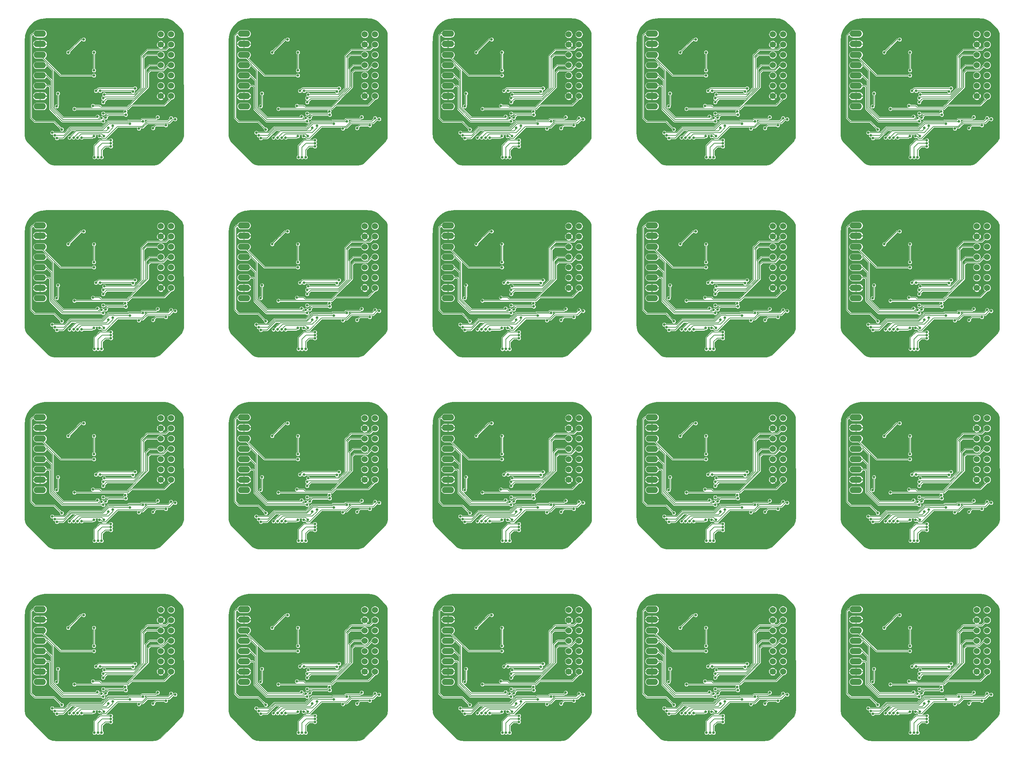
<source format=gbr>
G04 #@! TF.GenerationSoftware,KiCad,Pcbnew,5.1.5+dfsg1-2build2*
G04 #@! TF.CreationDate,2020-09-10T23:56:58-04:00*
G04 #@! TF.ProjectId,Xenium2019-Panel,58656e69-756d-4323-9031-392d50616e65,rev?*
G04 #@! TF.SameCoordinates,Original*
G04 #@! TF.FileFunction,Copper,L2,Bot*
G04 #@! TF.FilePolarity,Positive*
%FSLAX46Y46*%
G04 Gerber Fmt 4.6, Leading zero omitted, Abs format (unit mm)*
G04 Created by KiCad (PCBNEW 5.1.5+dfsg1-2build2) date 2020-09-10 23:56:58*
%MOMM*%
%LPD*%
G04 APERTURE LIST*
%ADD10O,3.048000X1.524000*%
%ADD11C,1.524000*%
%ADD12C,0.654800*%
%ADD13C,0.152400*%
%ADD14C,0.076200*%
G04 APERTURE END LIST*
D10*
X237229265Y-183085361D03*
X237229265Y-185625361D03*
X237229265Y-188165361D03*
X237229265Y-190705361D03*
X237229265Y-193245361D03*
X237229265Y-195785361D03*
X186829265Y-183085361D03*
X186829265Y-185625361D03*
X186829265Y-188165361D03*
X186829265Y-190705361D03*
X186829265Y-193245361D03*
X186829265Y-195785361D03*
X136429265Y-183085361D03*
X136429265Y-185625361D03*
X136429265Y-188165361D03*
X136429265Y-190705361D03*
X136429265Y-193245361D03*
X136429265Y-195785361D03*
X86029265Y-183085361D03*
X86029265Y-185625361D03*
X86029265Y-188165361D03*
X86029265Y-190705361D03*
X86029265Y-193245361D03*
X86029265Y-195785361D03*
X35629265Y-183085361D03*
X35629265Y-185625361D03*
X35629265Y-188165361D03*
X35629265Y-190705361D03*
X35629265Y-193245361D03*
X35629265Y-195785361D03*
X237229265Y-135685361D03*
X237229265Y-138225361D03*
X237229265Y-140765361D03*
X237229265Y-143305361D03*
X237229265Y-145845361D03*
X237229265Y-148385361D03*
X186829265Y-135685361D03*
X186829265Y-138225361D03*
X186829265Y-140765361D03*
X186829265Y-143305361D03*
X186829265Y-145845361D03*
X186829265Y-148385361D03*
X136429265Y-135685361D03*
X136429265Y-138225361D03*
X136429265Y-140765361D03*
X136429265Y-143305361D03*
X136429265Y-145845361D03*
X136429265Y-148385361D03*
X86029265Y-135685361D03*
X86029265Y-138225361D03*
X86029265Y-140765361D03*
X86029265Y-143305361D03*
X86029265Y-145845361D03*
X86029265Y-148385361D03*
X237229265Y-177847880D03*
X237229265Y-180387880D03*
X186829265Y-177847880D03*
X186829265Y-180387880D03*
X136429265Y-177847880D03*
X136429265Y-180387880D03*
X86029265Y-177847880D03*
X86029265Y-180387880D03*
X35629265Y-177847880D03*
X35629265Y-180387880D03*
X237229265Y-130447880D03*
X237229265Y-132987880D03*
X186829265Y-130447880D03*
X186829265Y-132987880D03*
X136429265Y-130447880D03*
X136429265Y-132987880D03*
X86029265Y-130447880D03*
X86029265Y-132987880D03*
D11*
X267074265Y-178005361D03*
X269614265Y-178005361D03*
X267074265Y-180545361D03*
X269614265Y-180545361D03*
X267074265Y-183085361D03*
X269614265Y-183085361D03*
X267074265Y-185625361D03*
X269614265Y-185625361D03*
X267074265Y-188165361D03*
X269614265Y-188165361D03*
X267074265Y-190705361D03*
X269614265Y-190705361D03*
X267074265Y-193245361D03*
X269614265Y-193245361D03*
X216674265Y-178005361D03*
X219214265Y-178005361D03*
X216674265Y-180545361D03*
X219214265Y-180545361D03*
X216674265Y-183085361D03*
X219214265Y-183085361D03*
X216674265Y-185625361D03*
X219214265Y-185625361D03*
X216674265Y-188165361D03*
X219214265Y-188165361D03*
X216674265Y-190705361D03*
X219214265Y-190705361D03*
X216674265Y-193245361D03*
X219214265Y-193245361D03*
X166274265Y-178005361D03*
X168814265Y-178005361D03*
X166274265Y-180545361D03*
X168814265Y-180545361D03*
X166274265Y-183085361D03*
X168814265Y-183085361D03*
X166274265Y-185625361D03*
X168814265Y-185625361D03*
X166274265Y-188165361D03*
X168814265Y-188165361D03*
X166274265Y-190705361D03*
X168814265Y-190705361D03*
X166274265Y-193245361D03*
X168814265Y-193245361D03*
X115874265Y-178005361D03*
X118414265Y-178005361D03*
X115874265Y-180545361D03*
X118414265Y-180545361D03*
X115874265Y-183085361D03*
X118414265Y-183085361D03*
X115874265Y-185625361D03*
X118414265Y-185625361D03*
X115874265Y-188165361D03*
X118414265Y-188165361D03*
X115874265Y-190705361D03*
X118414265Y-190705361D03*
X115874265Y-193245361D03*
X118414265Y-193245361D03*
X65474265Y-178005361D03*
X68014265Y-178005361D03*
X65474265Y-180545361D03*
X68014265Y-180545361D03*
X65474265Y-183085361D03*
X68014265Y-183085361D03*
X65474265Y-185625361D03*
X68014265Y-185625361D03*
X65474265Y-188165361D03*
X68014265Y-188165361D03*
X65474265Y-190705361D03*
X68014265Y-190705361D03*
X65474265Y-193245361D03*
X68014265Y-193245361D03*
X267074265Y-130605361D03*
X269614265Y-130605361D03*
X267074265Y-133145361D03*
X269614265Y-133145361D03*
X267074265Y-135685361D03*
X269614265Y-135685361D03*
X267074265Y-138225361D03*
X269614265Y-138225361D03*
X267074265Y-140765361D03*
X269614265Y-140765361D03*
X267074265Y-143305361D03*
X269614265Y-143305361D03*
X267074265Y-145845361D03*
X269614265Y-145845361D03*
X216674265Y-130605361D03*
X219214265Y-130605361D03*
X216674265Y-133145361D03*
X219214265Y-133145361D03*
X216674265Y-135685361D03*
X219214265Y-135685361D03*
X216674265Y-138225361D03*
X219214265Y-138225361D03*
X216674265Y-140765361D03*
X219214265Y-140765361D03*
X216674265Y-143305361D03*
X219214265Y-143305361D03*
X216674265Y-145845361D03*
X219214265Y-145845361D03*
X166274265Y-130605361D03*
X168814265Y-130605361D03*
X166274265Y-133145361D03*
X168814265Y-133145361D03*
X166274265Y-135685361D03*
X168814265Y-135685361D03*
X166274265Y-138225361D03*
X168814265Y-138225361D03*
X166274265Y-140765361D03*
X168814265Y-140765361D03*
X166274265Y-143305361D03*
X168814265Y-143305361D03*
X166274265Y-145845361D03*
X168814265Y-145845361D03*
X115874265Y-130605361D03*
X118414265Y-130605361D03*
X115874265Y-133145361D03*
X118414265Y-133145361D03*
X115874265Y-135685361D03*
X118414265Y-135685361D03*
X115874265Y-138225361D03*
X118414265Y-138225361D03*
X115874265Y-140765361D03*
X118414265Y-140765361D03*
X115874265Y-143305361D03*
X118414265Y-143305361D03*
X115874265Y-145845361D03*
X118414265Y-145845361D03*
X68014265Y-145845361D03*
X65474265Y-145845361D03*
X68014265Y-143305361D03*
X65474265Y-143305361D03*
X68014265Y-140765361D03*
X65474265Y-140765361D03*
X68014265Y-138225361D03*
X65474265Y-138225361D03*
X68014265Y-135685361D03*
X65474265Y-135685361D03*
X68014265Y-133145361D03*
X65474265Y-133145361D03*
X68014265Y-130605361D03*
X65474265Y-130605361D03*
D10*
X35629265Y-132987880D03*
X35629265Y-130447880D03*
X35629265Y-148385361D03*
X35629265Y-145845361D03*
X35629265Y-143305361D03*
X35629265Y-140765361D03*
X35629265Y-138225361D03*
X35629265Y-135685361D03*
D11*
X269614265Y-98445361D03*
X267074265Y-98445361D03*
X269614265Y-95905361D03*
X267074265Y-95905361D03*
X269614265Y-93365361D03*
X267074265Y-93365361D03*
X269614265Y-90825361D03*
X267074265Y-90825361D03*
X269614265Y-88285361D03*
X267074265Y-88285361D03*
X269614265Y-85745361D03*
X267074265Y-85745361D03*
X269614265Y-83205361D03*
X267074265Y-83205361D03*
X219214265Y-98445361D03*
X216674265Y-98445361D03*
X219214265Y-95905361D03*
X216674265Y-95905361D03*
X219214265Y-93365361D03*
X216674265Y-93365361D03*
X219214265Y-90825361D03*
X216674265Y-90825361D03*
X219214265Y-88285361D03*
X216674265Y-88285361D03*
X219214265Y-85745361D03*
X216674265Y-85745361D03*
X219214265Y-83205361D03*
X216674265Y-83205361D03*
X168814265Y-98445361D03*
X166274265Y-98445361D03*
X168814265Y-95905361D03*
X166274265Y-95905361D03*
X168814265Y-93365361D03*
X166274265Y-93365361D03*
X168814265Y-90825361D03*
X166274265Y-90825361D03*
X168814265Y-88285361D03*
X166274265Y-88285361D03*
X168814265Y-85745361D03*
X166274265Y-85745361D03*
X168814265Y-83205361D03*
X166274265Y-83205361D03*
X118414265Y-98445361D03*
X115874265Y-98445361D03*
X118414265Y-95905361D03*
X115874265Y-95905361D03*
X118414265Y-93365361D03*
X115874265Y-93365361D03*
X118414265Y-90825361D03*
X115874265Y-90825361D03*
X118414265Y-88285361D03*
X115874265Y-88285361D03*
X118414265Y-85745361D03*
X115874265Y-85745361D03*
X118414265Y-83205361D03*
X115874265Y-83205361D03*
X68014265Y-98445361D03*
X65474265Y-98445361D03*
X68014265Y-95905361D03*
X65474265Y-95905361D03*
X68014265Y-93365361D03*
X65474265Y-93365361D03*
X68014265Y-90825361D03*
X65474265Y-90825361D03*
X68014265Y-88285361D03*
X65474265Y-88285361D03*
X68014265Y-85745361D03*
X65474265Y-85745361D03*
X68014265Y-83205361D03*
X65474265Y-83205361D03*
X269614265Y-51045361D03*
X267074265Y-51045361D03*
X269614265Y-48505361D03*
X267074265Y-48505361D03*
X269614265Y-45965361D03*
X267074265Y-45965361D03*
X269614265Y-43425361D03*
X267074265Y-43425361D03*
X269614265Y-40885361D03*
X267074265Y-40885361D03*
X269614265Y-38345361D03*
X267074265Y-38345361D03*
X269614265Y-35805361D03*
X267074265Y-35805361D03*
X219214265Y-51045361D03*
X216674265Y-51045361D03*
X219214265Y-48505361D03*
X216674265Y-48505361D03*
X219214265Y-45965361D03*
X216674265Y-45965361D03*
X219214265Y-43425361D03*
X216674265Y-43425361D03*
X219214265Y-40885361D03*
X216674265Y-40885361D03*
X219214265Y-38345361D03*
X216674265Y-38345361D03*
X219214265Y-35805361D03*
X216674265Y-35805361D03*
X168814265Y-51045361D03*
X166274265Y-51045361D03*
X168814265Y-48505361D03*
X166274265Y-48505361D03*
X168814265Y-45965361D03*
X166274265Y-45965361D03*
X168814265Y-43425361D03*
X166274265Y-43425361D03*
X168814265Y-40885361D03*
X166274265Y-40885361D03*
X168814265Y-38345361D03*
X166274265Y-38345361D03*
X168814265Y-35805361D03*
X166274265Y-35805361D03*
X118414265Y-51045361D03*
X115874265Y-51045361D03*
X118414265Y-48505361D03*
X115874265Y-48505361D03*
X118414265Y-45965361D03*
X115874265Y-45965361D03*
X118414265Y-43425361D03*
X115874265Y-43425361D03*
X118414265Y-40885361D03*
X115874265Y-40885361D03*
X118414265Y-38345361D03*
X115874265Y-38345361D03*
X118414265Y-35805361D03*
X115874265Y-35805361D03*
D10*
X237229265Y-100985361D03*
X237229265Y-98445361D03*
X237229265Y-95905361D03*
X237229265Y-93365361D03*
X237229265Y-90825361D03*
X237229265Y-88285361D03*
X186829265Y-100985361D03*
X186829265Y-98445361D03*
X186829265Y-95905361D03*
X186829265Y-93365361D03*
X186829265Y-90825361D03*
X186829265Y-88285361D03*
X136429265Y-100985361D03*
X136429265Y-98445361D03*
X136429265Y-95905361D03*
X136429265Y-93365361D03*
X136429265Y-90825361D03*
X136429265Y-88285361D03*
X86029265Y-100985361D03*
X86029265Y-98445361D03*
X86029265Y-95905361D03*
X86029265Y-93365361D03*
X86029265Y-90825361D03*
X86029265Y-88285361D03*
X35629265Y-100985361D03*
X35629265Y-98445361D03*
X35629265Y-95905361D03*
X35629265Y-93365361D03*
X35629265Y-90825361D03*
X35629265Y-88285361D03*
X237229265Y-53585361D03*
X237229265Y-51045361D03*
X237229265Y-48505361D03*
X237229265Y-45965361D03*
X237229265Y-43425361D03*
X237229265Y-40885361D03*
X186829265Y-53585361D03*
X186829265Y-51045361D03*
X186829265Y-48505361D03*
X186829265Y-45965361D03*
X186829265Y-43425361D03*
X186829265Y-40885361D03*
X136429265Y-53585361D03*
X136429265Y-51045361D03*
X136429265Y-48505361D03*
X136429265Y-45965361D03*
X136429265Y-43425361D03*
X136429265Y-40885361D03*
X86029265Y-53585361D03*
X86029265Y-51045361D03*
X86029265Y-48505361D03*
X86029265Y-45965361D03*
X86029265Y-43425361D03*
X86029265Y-40885361D03*
X237229265Y-85587880D03*
X237229265Y-83047880D03*
X186829265Y-85587880D03*
X186829265Y-83047880D03*
X136429265Y-85587880D03*
X136429265Y-83047880D03*
X86029265Y-85587880D03*
X86029265Y-83047880D03*
X35629265Y-85587880D03*
X35629265Y-83047880D03*
X237229265Y-38187880D03*
X237229265Y-35647880D03*
X186829265Y-38187880D03*
X186829265Y-35647880D03*
X136429265Y-38187880D03*
X136429265Y-35647880D03*
X86029265Y-38187880D03*
X86029265Y-35647880D03*
X35629265Y-40885361D03*
X35629265Y-43425361D03*
X35629265Y-45965361D03*
X35629265Y-48505361D03*
X35629265Y-51045361D03*
X35629265Y-53585361D03*
X35629265Y-35647880D03*
X35629265Y-38187880D03*
D11*
X65474265Y-35805361D03*
X68014265Y-35805361D03*
X65474265Y-38345361D03*
X68014265Y-38345361D03*
X65474265Y-40885361D03*
X68014265Y-40885361D03*
X65474265Y-43425361D03*
X68014265Y-43425361D03*
X65474265Y-45965361D03*
X68014265Y-45965361D03*
X65474265Y-48505361D03*
X68014265Y-48505361D03*
X65474265Y-51045361D03*
X68014265Y-51045361D03*
D12*
X42614265Y-40250361D03*
X46424265Y-37075361D03*
X48964265Y-40250361D03*
X48964265Y-44695361D03*
X49091265Y-66158361D03*
X49980265Y-66158361D03*
X50869265Y-66158361D03*
X53155265Y-63491361D03*
X53155265Y-62729361D03*
X53155265Y-61967361D03*
X40074265Y-50410361D03*
X39756765Y-53585361D03*
X99364265Y-44695361D03*
X149764265Y-44695361D03*
X200164265Y-44695361D03*
X250564265Y-44695361D03*
X48964265Y-92095361D03*
X99364265Y-92095361D03*
X149764265Y-92095361D03*
X200164265Y-92095361D03*
X250564265Y-92095361D03*
X99491265Y-66158361D03*
X149891265Y-66158361D03*
X200291265Y-66158361D03*
X250691265Y-66158361D03*
X49091265Y-113558361D03*
X99491265Y-113558361D03*
X149891265Y-113558361D03*
X200291265Y-113558361D03*
X250691265Y-113558361D03*
X100380265Y-66158361D03*
X150780265Y-66158361D03*
X201180265Y-66158361D03*
X251580265Y-66158361D03*
X49980265Y-113558361D03*
X100380265Y-113558361D03*
X150780265Y-113558361D03*
X201180265Y-113558361D03*
X251580265Y-113558361D03*
X103555265Y-63491361D03*
X153955265Y-63491361D03*
X204355265Y-63491361D03*
X254755265Y-63491361D03*
X53155265Y-110891361D03*
X103555265Y-110891361D03*
X153955265Y-110891361D03*
X204355265Y-110891361D03*
X254755265Y-110891361D03*
X103555265Y-62729361D03*
X153955265Y-62729361D03*
X204355265Y-62729361D03*
X254755265Y-62729361D03*
X53155265Y-110129361D03*
X103555265Y-110129361D03*
X153955265Y-110129361D03*
X204355265Y-110129361D03*
X254755265Y-110129361D03*
X90156765Y-53585361D03*
X140556765Y-53585361D03*
X190956765Y-53585361D03*
X241356765Y-53585361D03*
X39756765Y-100985361D03*
X90156765Y-100985361D03*
X140556765Y-100985361D03*
X190956765Y-100985361D03*
X241356765Y-100985361D03*
X103555265Y-61967361D03*
X153955265Y-61967361D03*
X204355265Y-61967361D03*
X254755265Y-61967361D03*
X53155265Y-109367361D03*
X103555265Y-109367361D03*
X153955265Y-109367361D03*
X204355265Y-109367361D03*
X254755265Y-109367361D03*
X93014265Y-40250361D03*
X143414265Y-40250361D03*
X193814265Y-40250361D03*
X244214265Y-40250361D03*
X42614265Y-87650361D03*
X93014265Y-87650361D03*
X143414265Y-87650361D03*
X193814265Y-87650361D03*
X244214265Y-87650361D03*
X99364265Y-40250361D03*
X149764265Y-40250361D03*
X200164265Y-40250361D03*
X250564265Y-40250361D03*
X48964265Y-87650361D03*
X99364265Y-87650361D03*
X149764265Y-87650361D03*
X200164265Y-87650361D03*
X250564265Y-87650361D03*
X96824265Y-37075361D03*
X147224265Y-37075361D03*
X197624265Y-37075361D03*
X248024265Y-37075361D03*
X46424265Y-84475361D03*
X96824265Y-84475361D03*
X147224265Y-84475361D03*
X197624265Y-84475361D03*
X248024265Y-84475361D03*
X101269265Y-66158361D03*
X151669265Y-66158361D03*
X202069265Y-66158361D03*
X252469265Y-66158361D03*
X50869265Y-113558361D03*
X101269265Y-113558361D03*
X151669265Y-113558361D03*
X202069265Y-113558361D03*
X252469265Y-113558361D03*
X90474265Y-50410361D03*
X140874265Y-50410361D03*
X191274265Y-50410361D03*
X241674265Y-50410361D03*
X40074265Y-97810361D03*
X90474265Y-97810361D03*
X140874265Y-97810361D03*
X191274265Y-97810361D03*
X241674265Y-97810361D03*
X40074265Y-145210361D03*
X49091265Y-160958361D03*
X42614265Y-135050361D03*
X50869265Y-160958361D03*
X48964265Y-139495361D03*
X53155265Y-158291361D03*
X53155265Y-156767361D03*
X49980265Y-160958361D03*
X48964265Y-135050361D03*
X53155265Y-157529361D03*
X46424265Y-131875361D03*
X39756765Y-148385361D03*
X90156765Y-148385361D03*
X140556765Y-148385361D03*
X190956765Y-148385361D03*
X241356765Y-148385361D03*
X39756765Y-195785361D03*
X90156765Y-195785361D03*
X140556765Y-195785361D03*
X190956765Y-195785361D03*
X241356765Y-195785361D03*
X96824265Y-131875361D03*
X147224265Y-131875361D03*
X197624265Y-131875361D03*
X248024265Y-131875361D03*
X46424265Y-179275361D03*
X96824265Y-179275361D03*
X147224265Y-179275361D03*
X197624265Y-179275361D03*
X248024265Y-179275361D03*
X103555265Y-157529361D03*
X153955265Y-157529361D03*
X204355265Y-157529361D03*
X254755265Y-157529361D03*
X53155265Y-204929361D03*
X103555265Y-204929361D03*
X153955265Y-204929361D03*
X204355265Y-204929361D03*
X254755265Y-204929361D03*
X99364265Y-135050361D03*
X149764265Y-135050361D03*
X200164265Y-135050361D03*
X250564265Y-135050361D03*
X48964265Y-182450361D03*
X99364265Y-182450361D03*
X149764265Y-182450361D03*
X200164265Y-182450361D03*
X250564265Y-182450361D03*
X100380265Y-160958361D03*
X150780265Y-160958361D03*
X201180265Y-160958361D03*
X251580265Y-160958361D03*
X49980265Y-208358361D03*
X100380265Y-208358361D03*
X150780265Y-208358361D03*
X201180265Y-208358361D03*
X251580265Y-208358361D03*
X103555265Y-156767361D03*
X153955265Y-156767361D03*
X204355265Y-156767361D03*
X254755265Y-156767361D03*
X53155265Y-204167361D03*
X103555265Y-204167361D03*
X153955265Y-204167361D03*
X204355265Y-204167361D03*
X254755265Y-204167361D03*
X103555265Y-158291361D03*
X153955265Y-158291361D03*
X204355265Y-158291361D03*
X254755265Y-158291361D03*
X53155265Y-205691361D03*
X103555265Y-205691361D03*
X153955265Y-205691361D03*
X204355265Y-205691361D03*
X254755265Y-205691361D03*
X99364265Y-139495361D03*
X149764265Y-139495361D03*
X200164265Y-139495361D03*
X250564265Y-139495361D03*
X48964265Y-186895361D03*
X99364265Y-186895361D03*
X149764265Y-186895361D03*
X200164265Y-186895361D03*
X250564265Y-186895361D03*
X101269265Y-160958361D03*
X151669265Y-160958361D03*
X202069265Y-160958361D03*
X252469265Y-160958361D03*
X50869265Y-208358361D03*
X101269265Y-208358361D03*
X151669265Y-208358361D03*
X202069265Y-208358361D03*
X252469265Y-208358361D03*
X93014265Y-135050361D03*
X143414265Y-135050361D03*
X193814265Y-135050361D03*
X244214265Y-135050361D03*
X42614265Y-182450361D03*
X93014265Y-182450361D03*
X143414265Y-182450361D03*
X193814265Y-182450361D03*
X244214265Y-182450361D03*
X99491265Y-160958361D03*
X149891265Y-160958361D03*
X200291265Y-160958361D03*
X250691265Y-160958361D03*
X49091265Y-208358361D03*
X99491265Y-208358361D03*
X149891265Y-208358361D03*
X200291265Y-208358361D03*
X250691265Y-208358361D03*
X90474265Y-145210361D03*
X140874265Y-145210361D03*
X191274265Y-145210361D03*
X241674265Y-145210361D03*
X40074265Y-192610361D03*
X90474265Y-192610361D03*
X140874265Y-192610361D03*
X191274265Y-192610361D03*
X241674265Y-192610361D03*
X48456265Y-49648361D03*
X43249265Y-58030361D03*
X58489265Y-44695361D03*
X58489265Y-34789361D03*
X56813465Y-56633361D03*
X63569265Y-37583361D03*
X63315265Y-45711361D03*
X45859730Y-57903361D03*
X51652421Y-53308761D03*
X69919265Y-56379361D03*
X46932265Y-64507361D03*
X66668065Y-54474361D03*
X60013265Y-54474361D03*
X63366065Y-54474361D03*
X52393265Y-66158361D03*
X52393265Y-67174361D03*
X42487265Y-66158361D03*
X42487265Y-67174361D03*
X98856265Y-49648361D03*
X149256265Y-49648361D03*
X199656265Y-49648361D03*
X250056265Y-49648361D03*
X48456265Y-97048361D03*
X98856265Y-97048361D03*
X149256265Y-97048361D03*
X199656265Y-97048361D03*
X250056265Y-97048361D03*
X93649265Y-58030361D03*
X144049265Y-58030361D03*
X194449265Y-58030361D03*
X244849265Y-58030361D03*
X43249265Y-105430361D03*
X93649265Y-105430361D03*
X144049265Y-105430361D03*
X194449265Y-105430361D03*
X244849265Y-105430361D03*
X113969265Y-37583361D03*
X164369265Y-37583361D03*
X214769265Y-37583361D03*
X265169265Y-37583361D03*
X63569265Y-84983361D03*
X113969265Y-84983361D03*
X164369265Y-84983361D03*
X214769265Y-84983361D03*
X265169265Y-84983361D03*
X107213465Y-56633361D03*
X157613465Y-56633361D03*
X208013465Y-56633361D03*
X258413465Y-56633361D03*
X56813465Y-104033361D03*
X107213465Y-104033361D03*
X157613465Y-104033361D03*
X208013465Y-104033361D03*
X258413465Y-104033361D03*
X113715265Y-45711361D03*
X164115265Y-45711361D03*
X214515265Y-45711361D03*
X264915265Y-45711361D03*
X63315265Y-93111361D03*
X113715265Y-93111361D03*
X164115265Y-93111361D03*
X214515265Y-93111361D03*
X264915265Y-93111361D03*
X108889265Y-44695361D03*
X159289265Y-44695361D03*
X209689265Y-44695361D03*
X260089265Y-44695361D03*
X58489265Y-92095361D03*
X108889265Y-92095361D03*
X159289265Y-92095361D03*
X209689265Y-92095361D03*
X260089265Y-92095361D03*
X108889265Y-34789361D03*
X159289265Y-34789361D03*
X209689265Y-34789361D03*
X260089265Y-34789361D03*
X58489265Y-82189361D03*
X108889265Y-82189361D03*
X159289265Y-82189361D03*
X209689265Y-82189361D03*
X260089265Y-82189361D03*
X102052421Y-53308761D03*
X152452421Y-53308761D03*
X202852421Y-53308761D03*
X253252421Y-53308761D03*
X51652421Y-100708761D03*
X102052421Y-100708761D03*
X152452421Y-100708761D03*
X202852421Y-100708761D03*
X253252421Y-100708761D03*
X110413265Y-54474361D03*
X160813265Y-54474361D03*
X211213265Y-54474361D03*
X261613265Y-54474361D03*
X60013265Y-101874361D03*
X110413265Y-101874361D03*
X160813265Y-101874361D03*
X211213265Y-101874361D03*
X261613265Y-101874361D03*
X102793265Y-66158361D03*
X153193265Y-66158361D03*
X203593265Y-66158361D03*
X253993265Y-66158361D03*
X52393265Y-113558361D03*
X102793265Y-113558361D03*
X153193265Y-113558361D03*
X203593265Y-113558361D03*
X253993265Y-113558361D03*
X96259730Y-57903361D03*
X146659730Y-57903361D03*
X197059730Y-57903361D03*
X247459730Y-57903361D03*
X45859730Y-105303361D03*
X96259730Y-105303361D03*
X146659730Y-105303361D03*
X197059730Y-105303361D03*
X247459730Y-105303361D03*
X113766065Y-54474361D03*
X164166065Y-54474361D03*
X214566065Y-54474361D03*
X264966065Y-54474361D03*
X63366065Y-101874361D03*
X113766065Y-101874361D03*
X164166065Y-101874361D03*
X214566065Y-101874361D03*
X264966065Y-101874361D03*
X97332265Y-64507361D03*
X147732265Y-64507361D03*
X198132265Y-64507361D03*
X248532265Y-64507361D03*
X46932265Y-111907361D03*
X97332265Y-111907361D03*
X147732265Y-111907361D03*
X198132265Y-111907361D03*
X248532265Y-111907361D03*
X120319265Y-56379361D03*
X170719265Y-56379361D03*
X221119265Y-56379361D03*
X271519265Y-56379361D03*
X69919265Y-103779361D03*
X120319265Y-103779361D03*
X170719265Y-103779361D03*
X221119265Y-103779361D03*
X271519265Y-103779361D03*
X117068065Y-54474361D03*
X167468065Y-54474361D03*
X217868065Y-54474361D03*
X268268065Y-54474361D03*
X66668065Y-101874361D03*
X117068065Y-101874361D03*
X167468065Y-101874361D03*
X217868065Y-101874361D03*
X268268065Y-101874361D03*
X102793265Y-67174361D03*
X153193265Y-67174361D03*
X203593265Y-67174361D03*
X253993265Y-67174361D03*
X52393265Y-114574361D03*
X102793265Y-114574361D03*
X153193265Y-114574361D03*
X203593265Y-114574361D03*
X253993265Y-114574361D03*
X92887265Y-66158361D03*
X143287265Y-66158361D03*
X193687265Y-66158361D03*
X244087265Y-66158361D03*
X42487265Y-113558361D03*
X92887265Y-113558361D03*
X143287265Y-113558361D03*
X193687265Y-113558361D03*
X244087265Y-113558361D03*
X92887265Y-67174361D03*
X143287265Y-67174361D03*
X193687265Y-67174361D03*
X244087265Y-67174361D03*
X42487265Y-114574361D03*
X92887265Y-114574361D03*
X143287265Y-114574361D03*
X193687265Y-114574361D03*
X244087265Y-114574361D03*
X58489265Y-139495361D03*
X42487265Y-160958361D03*
X63366065Y-149274361D03*
X56813465Y-151433361D03*
X48456265Y-144448361D03*
X43249265Y-152830361D03*
X51652421Y-148108761D03*
X52393265Y-161974361D03*
X69919265Y-151179361D03*
X42487265Y-161974361D03*
X52393265Y-160958361D03*
X45859730Y-152703361D03*
X60013265Y-149274361D03*
X66668065Y-149274361D03*
X63569265Y-132383361D03*
X63315265Y-140511361D03*
X46932265Y-159307361D03*
X58489265Y-129589361D03*
X108889265Y-129589361D03*
X159289265Y-129589361D03*
X209689265Y-129589361D03*
X260089265Y-129589361D03*
X58489265Y-176989361D03*
X108889265Y-176989361D03*
X159289265Y-176989361D03*
X209689265Y-176989361D03*
X260089265Y-176989361D03*
X97332265Y-159307361D03*
X147732265Y-159307361D03*
X198132265Y-159307361D03*
X248532265Y-159307361D03*
X46932265Y-206707361D03*
X97332265Y-206707361D03*
X147732265Y-206707361D03*
X198132265Y-206707361D03*
X248532265Y-206707361D03*
X113715265Y-140511361D03*
X164115265Y-140511361D03*
X214515265Y-140511361D03*
X264915265Y-140511361D03*
X63315265Y-187911361D03*
X113715265Y-187911361D03*
X164115265Y-187911361D03*
X214515265Y-187911361D03*
X264915265Y-187911361D03*
X113969265Y-132383361D03*
X164369265Y-132383361D03*
X214769265Y-132383361D03*
X265169265Y-132383361D03*
X63569265Y-179783361D03*
X113969265Y-179783361D03*
X164369265Y-179783361D03*
X214769265Y-179783361D03*
X265169265Y-179783361D03*
X117068065Y-149274361D03*
X167468065Y-149274361D03*
X217868065Y-149274361D03*
X268268065Y-149274361D03*
X66668065Y-196674361D03*
X117068065Y-196674361D03*
X167468065Y-196674361D03*
X217868065Y-196674361D03*
X268268065Y-196674361D03*
X110413265Y-149274361D03*
X160813265Y-149274361D03*
X211213265Y-149274361D03*
X261613265Y-149274361D03*
X60013265Y-196674361D03*
X110413265Y-196674361D03*
X160813265Y-196674361D03*
X211213265Y-196674361D03*
X261613265Y-196674361D03*
X96259730Y-152703361D03*
X146659730Y-152703361D03*
X197059730Y-152703361D03*
X247459730Y-152703361D03*
X45859730Y-200103361D03*
X96259730Y-200103361D03*
X146659730Y-200103361D03*
X197059730Y-200103361D03*
X247459730Y-200103361D03*
X102793265Y-160958361D03*
X153193265Y-160958361D03*
X203593265Y-160958361D03*
X253993265Y-160958361D03*
X52393265Y-208358361D03*
X102793265Y-208358361D03*
X153193265Y-208358361D03*
X203593265Y-208358361D03*
X253993265Y-208358361D03*
X92887265Y-161974361D03*
X143287265Y-161974361D03*
X193687265Y-161974361D03*
X244087265Y-161974361D03*
X42487265Y-209374361D03*
X92887265Y-209374361D03*
X143287265Y-209374361D03*
X193687265Y-209374361D03*
X244087265Y-209374361D03*
X120319265Y-151179361D03*
X170719265Y-151179361D03*
X221119265Y-151179361D03*
X271519265Y-151179361D03*
X69919265Y-198579361D03*
X120319265Y-198579361D03*
X170719265Y-198579361D03*
X221119265Y-198579361D03*
X271519265Y-198579361D03*
X102793265Y-161974361D03*
X153193265Y-161974361D03*
X203593265Y-161974361D03*
X253993265Y-161974361D03*
X52393265Y-209374361D03*
X102793265Y-209374361D03*
X153193265Y-209374361D03*
X203593265Y-209374361D03*
X253993265Y-209374361D03*
X102052421Y-148108761D03*
X152452421Y-148108761D03*
X202852421Y-148108761D03*
X253252421Y-148108761D03*
X51652421Y-195508761D03*
X102052421Y-195508761D03*
X152452421Y-195508761D03*
X202852421Y-195508761D03*
X253252421Y-195508761D03*
X93649265Y-152830361D03*
X144049265Y-152830361D03*
X194449265Y-152830361D03*
X244849265Y-152830361D03*
X43249265Y-200230361D03*
X93649265Y-200230361D03*
X144049265Y-200230361D03*
X194449265Y-200230361D03*
X244849265Y-200230361D03*
X98856265Y-144448361D03*
X149256265Y-144448361D03*
X199656265Y-144448361D03*
X250056265Y-144448361D03*
X48456265Y-191848361D03*
X98856265Y-191848361D03*
X149256265Y-191848361D03*
X199656265Y-191848361D03*
X250056265Y-191848361D03*
X107213465Y-151433361D03*
X157613465Y-151433361D03*
X208013465Y-151433361D03*
X258413465Y-151433361D03*
X56813465Y-198833361D03*
X107213465Y-198833361D03*
X157613465Y-198833361D03*
X208013465Y-198833361D03*
X258413465Y-198833361D03*
X113766065Y-149274361D03*
X164166065Y-149274361D03*
X214566065Y-149274361D03*
X264966065Y-149274361D03*
X63366065Y-196674361D03*
X113766065Y-196674361D03*
X164166065Y-196674361D03*
X214566065Y-196674361D03*
X264966065Y-196674361D03*
X92887265Y-160958361D03*
X143287265Y-160958361D03*
X193687265Y-160958361D03*
X244087265Y-160958361D03*
X42487265Y-208358361D03*
X92887265Y-208358361D03*
X143287265Y-208358361D03*
X193687265Y-208358361D03*
X244087265Y-208358361D03*
X108889265Y-139495361D03*
X159289265Y-139495361D03*
X209689265Y-139495361D03*
X260089265Y-139495361D03*
X58489265Y-186895361D03*
X108889265Y-186895361D03*
X159289265Y-186895361D03*
X209689265Y-186895361D03*
X260089265Y-186895361D03*
X48964265Y-45965361D03*
X99364265Y-45965361D03*
X149764265Y-45965361D03*
X200164265Y-45965361D03*
X250564265Y-45965361D03*
X48964265Y-93365361D03*
X99364265Y-93365361D03*
X149764265Y-93365361D03*
X200164265Y-93365361D03*
X250564265Y-93365361D03*
X48964265Y-140765361D03*
X99364265Y-140765361D03*
X149764265Y-140765361D03*
X200164265Y-140765361D03*
X250564265Y-140765361D03*
X48964265Y-188165361D03*
X99364265Y-188165361D03*
X149764265Y-188165361D03*
X200164265Y-188165361D03*
X250564265Y-188165361D03*
X56711265Y-54855361D03*
X51250265Y-55363361D03*
X107111265Y-54855361D03*
X157511265Y-54855361D03*
X207911265Y-54855361D03*
X258311265Y-54855361D03*
X56711265Y-102255361D03*
X107111265Y-102255361D03*
X157511265Y-102255361D03*
X207911265Y-102255361D03*
X258311265Y-102255361D03*
X101650265Y-55363361D03*
X152050265Y-55363361D03*
X202450265Y-55363361D03*
X252850265Y-55363361D03*
X51250265Y-102763361D03*
X101650265Y-102763361D03*
X152050265Y-102763361D03*
X202450265Y-102763361D03*
X252850265Y-102763361D03*
X51250265Y-150163361D03*
X56711265Y-149655361D03*
X107111265Y-149655361D03*
X157511265Y-149655361D03*
X207911265Y-149655361D03*
X258311265Y-149655361D03*
X56711265Y-197055361D03*
X107111265Y-197055361D03*
X157511265Y-197055361D03*
X207911265Y-197055361D03*
X258311265Y-197055361D03*
X101650265Y-150163361D03*
X152050265Y-150163361D03*
X202450265Y-150163361D03*
X252850265Y-150163361D03*
X51250265Y-197563361D03*
X101650265Y-197563361D03*
X152050265Y-197563361D03*
X202450265Y-197563361D03*
X252850265Y-197563361D03*
X56842527Y-55662561D03*
X51885265Y-56379361D03*
X107242527Y-55662561D03*
X157642527Y-55662561D03*
X208042527Y-55662561D03*
X258442527Y-55662561D03*
X56842527Y-103062561D03*
X107242527Y-103062561D03*
X157642527Y-103062561D03*
X208042527Y-103062561D03*
X258442527Y-103062561D03*
X102285265Y-56379361D03*
X152685265Y-56379361D03*
X203085265Y-56379361D03*
X253485265Y-56379361D03*
X51885265Y-103779361D03*
X102285265Y-103779361D03*
X152685265Y-103779361D03*
X203085265Y-103779361D03*
X253485265Y-103779361D03*
X51885265Y-151179361D03*
X56842527Y-150462561D03*
X107242527Y-150462561D03*
X157642527Y-150462561D03*
X208042527Y-150462561D03*
X258442527Y-150462561D03*
X56842527Y-197862561D03*
X107242527Y-197862561D03*
X157642527Y-197862561D03*
X208042527Y-197862561D03*
X258442527Y-197862561D03*
X102285265Y-151179361D03*
X152685265Y-151179361D03*
X203085265Y-151179361D03*
X253485265Y-151179361D03*
X51885265Y-198579361D03*
X102285265Y-198579361D03*
X152685265Y-198579361D03*
X203085265Y-198579361D03*
X253485265Y-198579361D03*
X42940265Y-61332361D03*
X52520265Y-58919361D03*
X93340265Y-61332361D03*
X143740265Y-61332361D03*
X194140265Y-61332361D03*
X244540265Y-61332361D03*
X42940265Y-108732361D03*
X93340265Y-108732361D03*
X143740265Y-108732361D03*
X194140265Y-108732361D03*
X244540265Y-108732361D03*
X102920265Y-58919361D03*
X153320265Y-58919361D03*
X203720265Y-58919361D03*
X254120265Y-58919361D03*
X52520265Y-106319361D03*
X102920265Y-106319361D03*
X153320265Y-106319361D03*
X203720265Y-106319361D03*
X254120265Y-106319361D03*
X42940265Y-156132361D03*
X52520265Y-153719361D03*
X102920265Y-153719361D03*
X153320265Y-153719361D03*
X203720265Y-153719361D03*
X254120265Y-153719361D03*
X52520265Y-201119361D03*
X102920265Y-201119361D03*
X153320265Y-201119361D03*
X203720265Y-201119361D03*
X254120265Y-201119361D03*
X93340265Y-156132361D03*
X143740265Y-156132361D03*
X194140265Y-156132361D03*
X244540265Y-156132361D03*
X42940265Y-203532361D03*
X93340265Y-203532361D03*
X143740265Y-203532361D03*
X194140265Y-203532361D03*
X244540265Y-203532361D03*
X43940265Y-61332361D03*
X53663265Y-58411361D03*
X104063265Y-58411361D03*
X154463265Y-58411361D03*
X204863265Y-58411361D03*
X255263265Y-58411361D03*
X53663265Y-105811361D03*
X104063265Y-105811361D03*
X154463265Y-105811361D03*
X204863265Y-105811361D03*
X255263265Y-105811361D03*
X94340265Y-61332361D03*
X144740265Y-61332361D03*
X195140265Y-61332361D03*
X245540265Y-61332361D03*
X43940265Y-108732361D03*
X94340265Y-108732361D03*
X144740265Y-108732361D03*
X195140265Y-108732361D03*
X245540265Y-108732361D03*
X43940265Y-156132361D03*
X53663265Y-153211361D03*
X104063265Y-153211361D03*
X154463265Y-153211361D03*
X204863265Y-153211361D03*
X255263265Y-153211361D03*
X53663265Y-200611361D03*
X104063265Y-200611361D03*
X154463265Y-200611361D03*
X204863265Y-200611361D03*
X255263265Y-200611361D03*
X94340265Y-156132361D03*
X144740265Y-156132361D03*
X195140265Y-156132361D03*
X245540265Y-156132361D03*
X43940265Y-203532361D03*
X94340265Y-203532361D03*
X144740265Y-203532361D03*
X195140265Y-203532361D03*
X245540265Y-203532361D03*
X44940265Y-61332361D03*
X51444265Y-60951361D03*
X95340265Y-61332361D03*
X145740265Y-61332361D03*
X196140265Y-61332361D03*
X246540265Y-61332361D03*
X44940265Y-108732361D03*
X95340265Y-108732361D03*
X145740265Y-108732361D03*
X196140265Y-108732361D03*
X246540265Y-108732361D03*
X101844265Y-60951361D03*
X152244265Y-60951361D03*
X202644265Y-60951361D03*
X253044265Y-60951361D03*
X51444265Y-108351361D03*
X101844265Y-108351361D03*
X152244265Y-108351361D03*
X202644265Y-108351361D03*
X253044265Y-108351361D03*
X51444265Y-155751361D03*
X44940265Y-156132361D03*
X95340265Y-156132361D03*
X145740265Y-156132361D03*
X196140265Y-156132361D03*
X246540265Y-156132361D03*
X44940265Y-203532361D03*
X95340265Y-203532361D03*
X145740265Y-203532361D03*
X196140265Y-203532361D03*
X246540265Y-203532361D03*
X101844265Y-155751361D03*
X152244265Y-155751361D03*
X202644265Y-155751361D03*
X253044265Y-155751361D03*
X51444265Y-203151361D03*
X101844265Y-203151361D03*
X152244265Y-203151361D03*
X202644265Y-203151361D03*
X253044265Y-203151361D03*
X50361265Y-60951361D03*
X68014265Y-56506361D03*
X100761265Y-60951361D03*
X151161265Y-60951361D03*
X201561265Y-60951361D03*
X251961265Y-60951361D03*
X50361265Y-108351361D03*
X100761265Y-108351361D03*
X151161265Y-108351361D03*
X201561265Y-108351361D03*
X251961265Y-108351361D03*
X118414265Y-56506361D03*
X168814265Y-56506361D03*
X219214265Y-56506361D03*
X269614265Y-56506361D03*
X68014265Y-103906361D03*
X118414265Y-103906361D03*
X168814265Y-103906361D03*
X219214265Y-103906361D03*
X269614265Y-103906361D03*
X68014265Y-151306361D03*
X50361265Y-155751361D03*
X100761265Y-155751361D03*
X151161265Y-155751361D03*
X201561265Y-155751361D03*
X251961265Y-155751361D03*
X50361265Y-203151361D03*
X100761265Y-203151361D03*
X151161265Y-203151361D03*
X201561265Y-203151361D03*
X251961265Y-203151361D03*
X118414265Y-151306361D03*
X168814265Y-151306361D03*
X219214265Y-151306361D03*
X269614265Y-151306361D03*
X68014265Y-198706361D03*
X118414265Y-198706361D03*
X168814265Y-198706361D03*
X219214265Y-198706361D03*
X269614265Y-198706361D03*
X51250265Y-57268361D03*
X101650265Y-57268361D03*
X152050265Y-57268361D03*
X202450265Y-57268361D03*
X252850265Y-57268361D03*
X51250265Y-104668361D03*
X101650265Y-104668361D03*
X152050265Y-104668361D03*
X202450265Y-104668361D03*
X252850265Y-104668361D03*
X51250265Y-152068361D03*
X101650265Y-152068361D03*
X152050265Y-152068361D03*
X202450265Y-152068361D03*
X252850265Y-152068361D03*
X51250265Y-199468361D03*
X101650265Y-199468361D03*
X152050265Y-199468361D03*
X202450265Y-199468361D03*
X252850265Y-199468361D03*
X50869265Y-56480961D03*
X101269265Y-56480961D03*
X151669265Y-56480961D03*
X202069265Y-56480961D03*
X252469265Y-56480961D03*
X50869265Y-103880961D03*
X101269265Y-103880961D03*
X151669265Y-103880961D03*
X202069265Y-103880961D03*
X252469265Y-103880961D03*
X50869265Y-151280961D03*
X101269265Y-151280961D03*
X151669265Y-151280961D03*
X202069265Y-151280961D03*
X252469265Y-151280961D03*
X50869265Y-198680961D03*
X101269265Y-198680961D03*
X151669265Y-198680961D03*
X202069265Y-198680961D03*
X252469265Y-198680961D03*
X49853265Y-56125361D03*
X100253265Y-56125361D03*
X150653265Y-56125361D03*
X201053265Y-56125361D03*
X251453265Y-56125361D03*
X49853265Y-103525361D03*
X100253265Y-103525361D03*
X150653265Y-103525361D03*
X201053265Y-103525361D03*
X251453265Y-103525361D03*
X49853265Y-150925361D03*
X100253265Y-150925361D03*
X150653265Y-150925361D03*
X201053265Y-150925361D03*
X251453265Y-150925361D03*
X49853265Y-198325361D03*
X100253265Y-198325361D03*
X150653265Y-198325361D03*
X201053265Y-198325361D03*
X251453265Y-198325361D03*
X45940265Y-61332361D03*
X48944265Y-60951361D03*
X99344265Y-60951361D03*
X149744265Y-60951361D03*
X200144265Y-60951361D03*
X250544265Y-60951361D03*
X48944265Y-108351361D03*
X99344265Y-108351361D03*
X149744265Y-108351361D03*
X200144265Y-108351361D03*
X250544265Y-108351361D03*
X96340265Y-61332361D03*
X146740265Y-61332361D03*
X197140265Y-61332361D03*
X247540265Y-61332361D03*
X45940265Y-108732361D03*
X96340265Y-108732361D03*
X146740265Y-108732361D03*
X197140265Y-108732361D03*
X247540265Y-108732361D03*
X48944265Y-155751361D03*
X45940265Y-156132361D03*
X96340265Y-156132361D03*
X146740265Y-156132361D03*
X197140265Y-156132361D03*
X247540265Y-156132361D03*
X45940265Y-203532361D03*
X96340265Y-203532361D03*
X146740265Y-203532361D03*
X197140265Y-203532361D03*
X247540265Y-203532361D03*
X99344265Y-155751361D03*
X149744265Y-155751361D03*
X200144265Y-155751361D03*
X250544265Y-155751361D03*
X48944265Y-203151361D03*
X99344265Y-203151361D03*
X149744265Y-203151361D03*
X200144265Y-203151361D03*
X250544265Y-203151361D03*
X51250265Y-52569361D03*
X101650265Y-52569361D03*
X152050265Y-52569361D03*
X202450265Y-52569361D03*
X252850265Y-52569361D03*
X51250265Y-99969361D03*
X101650265Y-99969361D03*
X152050265Y-99969361D03*
X202450265Y-99969361D03*
X252850265Y-99969361D03*
X51250265Y-147369361D03*
X101650265Y-147369361D03*
X152050265Y-147369361D03*
X202450265Y-147369361D03*
X252850265Y-147369361D03*
X51250265Y-194769361D03*
X101650265Y-194769361D03*
X152050265Y-194769361D03*
X202450265Y-194769361D03*
X252850265Y-194769361D03*
X51250265Y-51553361D03*
X101650265Y-51553361D03*
X152050265Y-51553361D03*
X202450265Y-51553361D03*
X252850265Y-51553361D03*
X51250265Y-98953361D03*
X101650265Y-98953361D03*
X152050265Y-98953361D03*
X202450265Y-98953361D03*
X252850265Y-98953361D03*
X51250265Y-146353361D03*
X101650265Y-146353361D03*
X152050265Y-146353361D03*
X202450265Y-146353361D03*
X252850265Y-146353361D03*
X51250265Y-193753361D03*
X101650265Y-193753361D03*
X152050265Y-193753361D03*
X202450265Y-193753361D03*
X252850265Y-193753361D03*
X48710265Y-53458361D03*
X99110265Y-53458361D03*
X149510265Y-53458361D03*
X199910265Y-53458361D03*
X250310265Y-53458361D03*
X48710265Y-100858361D03*
X99110265Y-100858361D03*
X149510265Y-100858361D03*
X199910265Y-100858361D03*
X250310265Y-100858361D03*
X48710265Y-148258361D03*
X99110265Y-148258361D03*
X149510265Y-148258361D03*
X199910265Y-148258361D03*
X250310265Y-148258361D03*
X48710265Y-195658361D03*
X99110265Y-195658361D03*
X149510265Y-195658361D03*
X199910265Y-195658361D03*
X250310265Y-195658361D03*
X51504265Y-50664361D03*
X101904265Y-50664361D03*
X152304265Y-50664361D03*
X202704265Y-50664361D03*
X253104265Y-50664361D03*
X51504265Y-98064361D03*
X101904265Y-98064361D03*
X152304265Y-98064361D03*
X202704265Y-98064361D03*
X253104265Y-98064361D03*
X51504265Y-145464361D03*
X101904265Y-145464361D03*
X152304265Y-145464361D03*
X202704265Y-145464361D03*
X253104265Y-145464361D03*
X51504265Y-192864361D03*
X101904265Y-192864361D03*
X152304265Y-192864361D03*
X202704265Y-192864361D03*
X253104265Y-192864361D03*
X50488265Y-49775361D03*
X58616265Y-49902361D03*
X109016265Y-49902361D03*
X159416265Y-49902361D03*
X209816265Y-49902361D03*
X260216265Y-49902361D03*
X58616265Y-97302361D03*
X109016265Y-97302361D03*
X159416265Y-97302361D03*
X209816265Y-97302361D03*
X260216265Y-97302361D03*
X100888265Y-49775361D03*
X151288265Y-49775361D03*
X201688265Y-49775361D03*
X252088265Y-49775361D03*
X50488265Y-97175361D03*
X100888265Y-97175361D03*
X151288265Y-97175361D03*
X201688265Y-97175361D03*
X252088265Y-97175361D03*
X58616265Y-144702361D03*
X50488265Y-144575361D03*
X100888265Y-144575361D03*
X151288265Y-144575361D03*
X201688265Y-144575361D03*
X252088265Y-144575361D03*
X50488265Y-191975361D03*
X100888265Y-191975361D03*
X151288265Y-191975361D03*
X201688265Y-191975361D03*
X252088265Y-191975361D03*
X109016265Y-144702361D03*
X159416265Y-144702361D03*
X209816265Y-144702361D03*
X260216265Y-144702361D03*
X58616265Y-192102361D03*
X109016265Y-192102361D03*
X159416265Y-192102361D03*
X209816265Y-192102361D03*
X260216265Y-192102361D03*
X49472265Y-49775361D03*
X59124265Y-49140361D03*
X99872265Y-49775361D03*
X150272265Y-49775361D03*
X200672265Y-49775361D03*
X251072265Y-49775361D03*
X49472265Y-97175361D03*
X99872265Y-97175361D03*
X150272265Y-97175361D03*
X200672265Y-97175361D03*
X251072265Y-97175361D03*
X109524265Y-49140361D03*
X159924265Y-49140361D03*
X210324265Y-49140361D03*
X260724265Y-49140361D03*
X59124265Y-96540361D03*
X109524265Y-96540361D03*
X159924265Y-96540361D03*
X210324265Y-96540361D03*
X260724265Y-96540361D03*
X49472265Y-144575361D03*
X59124265Y-143940361D03*
X109524265Y-143940361D03*
X159924265Y-143940361D03*
X210324265Y-143940361D03*
X260724265Y-143940361D03*
X59124265Y-191340361D03*
X109524265Y-191340361D03*
X159924265Y-191340361D03*
X210324265Y-191340361D03*
X260724265Y-191340361D03*
X99872265Y-144575361D03*
X150272265Y-144575361D03*
X200672265Y-144575361D03*
X251072265Y-144575361D03*
X49472265Y-191975361D03*
X99872265Y-191975361D03*
X150272265Y-191975361D03*
X200672265Y-191975361D03*
X251072265Y-191975361D03*
X44138265Y-54220361D03*
X94538265Y-54220361D03*
X144938265Y-54220361D03*
X195338265Y-54220361D03*
X245738265Y-54220361D03*
X44138265Y-101620361D03*
X94538265Y-101620361D03*
X144938265Y-101620361D03*
X195338265Y-101620361D03*
X245738265Y-101620361D03*
X44138265Y-149020361D03*
X94538265Y-149020361D03*
X144938265Y-149020361D03*
X195338265Y-149020361D03*
X245738265Y-149020361D03*
X44138265Y-196420361D03*
X94538265Y-196420361D03*
X144938265Y-196420361D03*
X195338265Y-196420361D03*
X245738265Y-196420361D03*
X41026765Y-59300361D03*
X91426765Y-59300361D03*
X141826765Y-59300361D03*
X192226765Y-59300361D03*
X242626765Y-59300361D03*
X41026765Y-106700361D03*
X91426765Y-106700361D03*
X141826765Y-106700361D03*
X192226765Y-106700361D03*
X242626765Y-106700361D03*
X41026765Y-154100361D03*
X91426765Y-154100361D03*
X141826765Y-154100361D03*
X192226765Y-154100361D03*
X242626765Y-154100361D03*
X41026765Y-201500361D03*
X91426765Y-201500361D03*
X141826765Y-201500361D03*
X192226765Y-201500361D03*
X242626765Y-201500361D03*
X38663465Y-60126949D03*
X64712265Y-56252361D03*
X89063465Y-60126949D03*
X139463465Y-60126949D03*
X189863465Y-60126949D03*
X240263465Y-60126949D03*
X38663465Y-107526949D03*
X89063465Y-107526949D03*
X139463465Y-107526949D03*
X189863465Y-107526949D03*
X240263465Y-107526949D03*
X115112265Y-56252361D03*
X165512265Y-56252361D03*
X215912265Y-56252361D03*
X266312265Y-56252361D03*
X64712265Y-103652361D03*
X115112265Y-103652361D03*
X165512265Y-103652361D03*
X215912265Y-103652361D03*
X266312265Y-103652361D03*
X38663465Y-154926949D03*
X64712265Y-151052361D03*
X115112265Y-151052361D03*
X165512265Y-151052361D03*
X215912265Y-151052361D03*
X266312265Y-151052361D03*
X64712265Y-198452361D03*
X115112265Y-198452361D03*
X165512265Y-198452361D03*
X215912265Y-198452361D03*
X266312265Y-198452361D03*
X89063465Y-154926949D03*
X139463465Y-154926949D03*
X189863465Y-154926949D03*
X240263465Y-154926949D03*
X38663465Y-202326949D03*
X89063465Y-202326949D03*
X139463465Y-202326949D03*
X189863465Y-202326949D03*
X240263465Y-202326949D03*
X39291371Y-60779161D03*
X61078965Y-57268361D03*
X89691371Y-60779161D03*
X140091371Y-60779161D03*
X190491371Y-60779161D03*
X240891371Y-60779161D03*
X39291371Y-108179161D03*
X89691371Y-108179161D03*
X140091371Y-108179161D03*
X190491371Y-108179161D03*
X240891371Y-108179161D03*
X111478965Y-57268361D03*
X161878965Y-57268361D03*
X212278965Y-57268361D03*
X262678965Y-57268361D03*
X61078965Y-104668361D03*
X111478965Y-104668361D03*
X161878965Y-104668361D03*
X212278965Y-104668361D03*
X262678965Y-104668361D03*
X39291371Y-155579161D03*
X61078965Y-152068361D03*
X111478965Y-152068361D03*
X161878965Y-152068361D03*
X212278965Y-152068361D03*
X262678965Y-152068361D03*
X61078965Y-199468361D03*
X111478965Y-199468361D03*
X161878965Y-199468361D03*
X212278965Y-199468361D03*
X262678965Y-199468361D03*
X89691371Y-155579161D03*
X140091371Y-155579161D03*
X190491371Y-155579161D03*
X240891371Y-155579161D03*
X39291371Y-202979161D03*
X89691371Y-202979161D03*
X140091371Y-202979161D03*
X190491371Y-202979161D03*
X240891371Y-202979161D03*
X39820265Y-61459361D03*
X57854265Y-57903361D03*
X90220265Y-61459361D03*
X140620265Y-61459361D03*
X191020265Y-61459361D03*
X241420265Y-61459361D03*
X39820265Y-108859361D03*
X90220265Y-108859361D03*
X140620265Y-108859361D03*
X191020265Y-108859361D03*
X241420265Y-108859361D03*
X108254265Y-57903361D03*
X158654265Y-57903361D03*
X209054265Y-57903361D03*
X259454265Y-57903361D03*
X57854265Y-105303361D03*
X108254265Y-105303361D03*
X158654265Y-105303361D03*
X209054265Y-105303361D03*
X259454265Y-105303361D03*
X39820265Y-156259361D03*
X57854265Y-152703361D03*
X108254265Y-152703361D03*
X158654265Y-152703361D03*
X209054265Y-152703361D03*
X259454265Y-152703361D03*
X57854265Y-200103361D03*
X108254265Y-200103361D03*
X158654265Y-200103361D03*
X209054265Y-200103361D03*
X259454265Y-200103361D03*
X90220265Y-156259361D03*
X140620265Y-156259361D03*
X191020265Y-156259361D03*
X241420265Y-156259361D03*
X39820265Y-203659361D03*
X90220265Y-203659361D03*
X140620265Y-203659361D03*
X191020265Y-203659361D03*
X241420265Y-203659361D03*
X63569265Y-58982861D03*
X66735458Y-58268861D03*
X113969265Y-58982861D03*
X164369265Y-58982861D03*
X214769265Y-58982861D03*
X265169265Y-58982861D03*
X63569265Y-106382861D03*
X113969265Y-106382861D03*
X164369265Y-106382861D03*
X214769265Y-106382861D03*
X265169265Y-106382861D03*
X117135458Y-58268861D03*
X167535458Y-58268861D03*
X217935458Y-58268861D03*
X268335458Y-58268861D03*
X66735458Y-105668861D03*
X117135458Y-105668861D03*
X167535458Y-105668861D03*
X217935458Y-105668861D03*
X268335458Y-105668861D03*
X66735458Y-153068861D03*
X63569265Y-153782861D03*
X113969265Y-153782861D03*
X164369265Y-153782861D03*
X214769265Y-153782861D03*
X265169265Y-153782861D03*
X63569265Y-201182861D03*
X113969265Y-201182861D03*
X164369265Y-201182861D03*
X214769265Y-201182861D03*
X265169265Y-201182861D03*
X117135458Y-153068861D03*
X167535458Y-153068861D03*
X217935458Y-153068861D03*
X268335458Y-153068861D03*
X66735458Y-200468861D03*
X117135458Y-200468861D03*
X167535458Y-200468861D03*
X217935458Y-200468861D03*
X268335458Y-200468861D03*
X69030265Y-56760361D03*
X60076765Y-59094361D03*
X119430265Y-56760361D03*
X169830265Y-56760361D03*
X220230265Y-56760361D03*
X270630265Y-56760361D03*
X69030265Y-104160361D03*
X119430265Y-104160361D03*
X169830265Y-104160361D03*
X220230265Y-104160361D03*
X270630265Y-104160361D03*
X110476765Y-59094361D03*
X160876765Y-59094361D03*
X211276765Y-59094361D03*
X261676765Y-59094361D03*
X60076765Y-106494361D03*
X110476765Y-106494361D03*
X160876765Y-106494361D03*
X211276765Y-106494361D03*
X261676765Y-106494361D03*
X60076765Y-153894361D03*
X69030265Y-151560361D03*
X119430265Y-151560361D03*
X169830265Y-151560361D03*
X220230265Y-151560361D03*
X270630265Y-151560361D03*
X69030265Y-198960361D03*
X119430265Y-198960361D03*
X169830265Y-198960361D03*
X220230265Y-198960361D03*
X270630265Y-198960361D03*
X110476765Y-153894361D03*
X160876765Y-153894361D03*
X211276765Y-153894361D03*
X261676765Y-153894361D03*
X60076765Y-201294361D03*
X110476765Y-201294361D03*
X160876765Y-201294361D03*
X211276765Y-201294361D03*
X261676765Y-201294361D03*
D13*
X42614265Y-40250361D02*
X45789265Y-37075361D01*
X45789265Y-37075361D02*
X46424265Y-37075361D01*
X48964265Y-44695361D02*
X48964265Y-40250361D01*
X50869265Y-66158361D02*
X50869265Y-64380361D01*
X51758265Y-63491361D02*
X53155265Y-63491361D01*
X50869265Y-64380361D02*
X51758265Y-63491361D01*
X50996265Y-62729361D02*
X49980265Y-63745361D01*
X49980265Y-63745361D02*
X49980265Y-66158361D01*
X53155265Y-62729361D02*
X50996265Y-62729361D01*
X49091265Y-66158361D02*
X49091265Y-63364361D01*
X50488265Y-61967361D02*
X53155265Y-61967361D01*
X49091265Y-63364361D02*
X50488265Y-61967361D01*
X40074265Y-50410361D02*
X40074265Y-53267861D01*
X40074265Y-53267861D02*
X39756765Y-53585361D01*
X99364265Y-44695361D02*
X99364265Y-40250361D01*
X149764265Y-44695361D02*
X149764265Y-40250361D01*
X200164265Y-44695361D02*
X200164265Y-40250361D01*
X250564265Y-44695361D02*
X250564265Y-40250361D01*
X48964265Y-92095361D02*
X48964265Y-87650361D01*
X99364265Y-92095361D02*
X99364265Y-87650361D01*
X149764265Y-92095361D02*
X149764265Y-87650361D01*
X200164265Y-92095361D02*
X200164265Y-87650361D01*
X250564265Y-92095361D02*
X250564265Y-87650361D01*
X100888265Y-61967361D02*
X103555265Y-61967361D01*
X151288265Y-61967361D02*
X153955265Y-61967361D01*
X201688265Y-61967361D02*
X204355265Y-61967361D01*
X252088265Y-61967361D02*
X254755265Y-61967361D01*
X50488265Y-109367361D02*
X53155265Y-109367361D01*
X100888265Y-109367361D02*
X103555265Y-109367361D01*
X151288265Y-109367361D02*
X153955265Y-109367361D01*
X201688265Y-109367361D02*
X204355265Y-109367361D01*
X252088265Y-109367361D02*
X254755265Y-109367361D01*
X99491265Y-63364361D02*
X100888265Y-61967361D01*
X149891265Y-63364361D02*
X151288265Y-61967361D01*
X200291265Y-63364361D02*
X201688265Y-61967361D01*
X250691265Y-63364361D02*
X252088265Y-61967361D01*
X49091265Y-110764361D02*
X50488265Y-109367361D01*
X99491265Y-110764361D02*
X100888265Y-109367361D01*
X149891265Y-110764361D02*
X151288265Y-109367361D01*
X200291265Y-110764361D02*
X201688265Y-109367361D01*
X250691265Y-110764361D02*
X252088265Y-109367361D01*
X101269265Y-66158361D02*
X101269265Y-64380361D01*
X151669265Y-66158361D02*
X151669265Y-64380361D01*
X202069265Y-66158361D02*
X202069265Y-64380361D01*
X252469265Y-66158361D02*
X252469265Y-64380361D01*
X50869265Y-113558361D02*
X50869265Y-111780361D01*
X101269265Y-113558361D02*
X101269265Y-111780361D01*
X151669265Y-113558361D02*
X151669265Y-111780361D01*
X202069265Y-113558361D02*
X202069265Y-111780361D01*
X252469265Y-113558361D02*
X252469265Y-111780361D01*
X101269265Y-64380361D02*
X102158265Y-63491361D01*
X151669265Y-64380361D02*
X152558265Y-63491361D01*
X202069265Y-64380361D02*
X202958265Y-63491361D01*
X252469265Y-64380361D02*
X253358265Y-63491361D01*
X50869265Y-111780361D02*
X51758265Y-110891361D01*
X101269265Y-111780361D02*
X102158265Y-110891361D01*
X151669265Y-111780361D02*
X152558265Y-110891361D01*
X202069265Y-111780361D02*
X202958265Y-110891361D01*
X252469265Y-111780361D02*
X253358265Y-110891361D01*
X101396265Y-62729361D02*
X100380265Y-63745361D01*
X151796265Y-62729361D02*
X150780265Y-63745361D01*
X202196265Y-62729361D02*
X201180265Y-63745361D01*
X252596265Y-62729361D02*
X251580265Y-63745361D01*
X50996265Y-110129361D02*
X49980265Y-111145361D01*
X101396265Y-110129361D02*
X100380265Y-111145361D01*
X151796265Y-110129361D02*
X150780265Y-111145361D01*
X202196265Y-110129361D02*
X201180265Y-111145361D01*
X252596265Y-110129361D02*
X251580265Y-111145361D01*
X100380265Y-63745361D02*
X100380265Y-66158361D01*
X150780265Y-63745361D02*
X150780265Y-66158361D01*
X201180265Y-63745361D02*
X201180265Y-66158361D01*
X251580265Y-63745361D02*
X251580265Y-66158361D01*
X49980265Y-111145361D02*
X49980265Y-113558361D01*
X100380265Y-111145361D02*
X100380265Y-113558361D01*
X150780265Y-111145361D02*
X150780265Y-113558361D01*
X201180265Y-111145361D02*
X201180265Y-113558361D01*
X251580265Y-111145361D02*
X251580265Y-113558361D01*
X103555265Y-62729361D02*
X101396265Y-62729361D01*
X153955265Y-62729361D02*
X151796265Y-62729361D01*
X204355265Y-62729361D02*
X202196265Y-62729361D01*
X254755265Y-62729361D02*
X252596265Y-62729361D01*
X53155265Y-110129361D02*
X50996265Y-110129361D01*
X103555265Y-110129361D02*
X101396265Y-110129361D01*
X153955265Y-110129361D02*
X151796265Y-110129361D01*
X204355265Y-110129361D02*
X202196265Y-110129361D01*
X254755265Y-110129361D02*
X252596265Y-110129361D01*
X90474265Y-50410361D02*
X90474265Y-53267861D01*
X140874265Y-50410361D02*
X140874265Y-53267861D01*
X191274265Y-50410361D02*
X191274265Y-53267861D01*
X241674265Y-50410361D02*
X241674265Y-53267861D01*
X40074265Y-97810361D02*
X40074265Y-100667861D01*
X90474265Y-97810361D02*
X90474265Y-100667861D01*
X140874265Y-97810361D02*
X140874265Y-100667861D01*
X191274265Y-97810361D02*
X191274265Y-100667861D01*
X241674265Y-97810361D02*
X241674265Y-100667861D01*
X93014265Y-40250361D02*
X96189265Y-37075361D01*
X143414265Y-40250361D02*
X146589265Y-37075361D01*
X193814265Y-40250361D02*
X196989265Y-37075361D01*
X244214265Y-40250361D02*
X247389265Y-37075361D01*
X42614265Y-87650361D02*
X45789265Y-84475361D01*
X93014265Y-87650361D02*
X96189265Y-84475361D01*
X143414265Y-87650361D02*
X146589265Y-84475361D01*
X193814265Y-87650361D02*
X196989265Y-84475361D01*
X244214265Y-87650361D02*
X247389265Y-84475361D01*
X96189265Y-37075361D02*
X96824265Y-37075361D01*
X146589265Y-37075361D02*
X147224265Y-37075361D01*
X196989265Y-37075361D02*
X197624265Y-37075361D01*
X247389265Y-37075361D02*
X248024265Y-37075361D01*
X45789265Y-84475361D02*
X46424265Y-84475361D01*
X96189265Y-84475361D02*
X96824265Y-84475361D01*
X146589265Y-84475361D02*
X147224265Y-84475361D01*
X196989265Y-84475361D02*
X197624265Y-84475361D01*
X247389265Y-84475361D02*
X248024265Y-84475361D01*
X102158265Y-63491361D02*
X103555265Y-63491361D01*
X152558265Y-63491361D02*
X153955265Y-63491361D01*
X202958265Y-63491361D02*
X204355265Y-63491361D01*
X253358265Y-63491361D02*
X254755265Y-63491361D01*
X51758265Y-110891361D02*
X53155265Y-110891361D01*
X102158265Y-110891361D02*
X103555265Y-110891361D01*
X152558265Y-110891361D02*
X153955265Y-110891361D01*
X202958265Y-110891361D02*
X204355265Y-110891361D01*
X253358265Y-110891361D02*
X254755265Y-110891361D01*
X90474265Y-53267861D02*
X90156765Y-53585361D01*
X140874265Y-53267861D02*
X140556765Y-53585361D01*
X191274265Y-53267861D02*
X190956765Y-53585361D01*
X241674265Y-53267861D02*
X241356765Y-53585361D01*
X40074265Y-100667861D02*
X39756765Y-100985361D01*
X90474265Y-100667861D02*
X90156765Y-100985361D01*
X140874265Y-100667861D02*
X140556765Y-100985361D01*
X191274265Y-100667861D02*
X190956765Y-100985361D01*
X241674265Y-100667861D02*
X241356765Y-100985361D01*
X99491265Y-66158361D02*
X99491265Y-63364361D01*
X149891265Y-66158361D02*
X149891265Y-63364361D01*
X200291265Y-66158361D02*
X200291265Y-63364361D01*
X250691265Y-66158361D02*
X250691265Y-63364361D01*
X49091265Y-113558361D02*
X49091265Y-110764361D01*
X99491265Y-113558361D02*
X99491265Y-110764361D01*
X149891265Y-113558361D02*
X149891265Y-110764361D01*
X200291265Y-113558361D02*
X200291265Y-110764361D01*
X250691265Y-113558361D02*
X250691265Y-110764361D01*
X40074265Y-145210361D02*
X40074265Y-148067861D01*
X50869265Y-160958361D02*
X50869265Y-159180361D01*
X50488265Y-156767361D02*
X53155265Y-156767361D01*
X45789265Y-131875361D02*
X46424265Y-131875361D01*
X49091265Y-160958361D02*
X49091265Y-158164361D01*
X42614265Y-135050361D02*
X45789265Y-131875361D01*
X48964265Y-139495361D02*
X48964265Y-135050361D01*
X40074265Y-148067861D02*
X39756765Y-148385361D01*
X50996265Y-157529361D02*
X49980265Y-158545361D01*
X53155265Y-157529361D02*
X50996265Y-157529361D01*
X49980265Y-158545361D02*
X49980265Y-160958361D01*
X50869265Y-159180361D02*
X51758265Y-158291361D01*
X51758265Y-158291361D02*
X53155265Y-158291361D01*
X49091265Y-158164361D02*
X50488265Y-156767361D01*
X99491265Y-158164361D02*
X100888265Y-156767361D01*
X149891265Y-158164361D02*
X151288265Y-156767361D01*
X200291265Y-158164361D02*
X201688265Y-156767361D01*
X250691265Y-158164361D02*
X252088265Y-156767361D01*
X49091265Y-205564361D02*
X50488265Y-204167361D01*
X99491265Y-205564361D02*
X100888265Y-204167361D01*
X149891265Y-205564361D02*
X151288265Y-204167361D01*
X200291265Y-205564361D02*
X201688265Y-204167361D01*
X250691265Y-205564361D02*
X252088265Y-204167361D01*
X102158265Y-158291361D02*
X103555265Y-158291361D01*
X152558265Y-158291361D02*
X153955265Y-158291361D01*
X202958265Y-158291361D02*
X204355265Y-158291361D01*
X253358265Y-158291361D02*
X254755265Y-158291361D01*
X51758265Y-205691361D02*
X53155265Y-205691361D01*
X102158265Y-205691361D02*
X103555265Y-205691361D01*
X152558265Y-205691361D02*
X153955265Y-205691361D01*
X202958265Y-205691361D02*
X204355265Y-205691361D01*
X253358265Y-205691361D02*
X254755265Y-205691361D01*
X101269265Y-159180361D02*
X102158265Y-158291361D01*
X151669265Y-159180361D02*
X152558265Y-158291361D01*
X202069265Y-159180361D02*
X202958265Y-158291361D01*
X252469265Y-159180361D02*
X253358265Y-158291361D01*
X50869265Y-206580361D02*
X51758265Y-205691361D01*
X101269265Y-206580361D02*
X102158265Y-205691361D01*
X151669265Y-206580361D02*
X152558265Y-205691361D01*
X202069265Y-206580361D02*
X202958265Y-205691361D01*
X252469265Y-206580361D02*
X253358265Y-205691361D01*
X100380265Y-158545361D02*
X100380265Y-160958361D01*
X150780265Y-158545361D02*
X150780265Y-160958361D01*
X201180265Y-158545361D02*
X201180265Y-160958361D01*
X251580265Y-158545361D02*
X251580265Y-160958361D01*
X49980265Y-205945361D02*
X49980265Y-208358361D01*
X100380265Y-205945361D02*
X100380265Y-208358361D01*
X150780265Y-205945361D02*
X150780265Y-208358361D01*
X201180265Y-205945361D02*
X201180265Y-208358361D01*
X251580265Y-205945361D02*
X251580265Y-208358361D01*
X103555265Y-157529361D02*
X101396265Y-157529361D01*
X153955265Y-157529361D02*
X151796265Y-157529361D01*
X204355265Y-157529361D02*
X202196265Y-157529361D01*
X254755265Y-157529361D02*
X252596265Y-157529361D01*
X53155265Y-204929361D02*
X50996265Y-204929361D01*
X103555265Y-204929361D02*
X101396265Y-204929361D01*
X153955265Y-204929361D02*
X151796265Y-204929361D01*
X204355265Y-204929361D02*
X202196265Y-204929361D01*
X254755265Y-204929361D02*
X252596265Y-204929361D01*
X101396265Y-157529361D02*
X100380265Y-158545361D01*
X151796265Y-157529361D02*
X150780265Y-158545361D01*
X202196265Y-157529361D02*
X201180265Y-158545361D01*
X252596265Y-157529361D02*
X251580265Y-158545361D01*
X50996265Y-204929361D02*
X49980265Y-205945361D01*
X101396265Y-204929361D02*
X100380265Y-205945361D01*
X151796265Y-204929361D02*
X150780265Y-205945361D01*
X202196265Y-204929361D02*
X201180265Y-205945361D01*
X252596265Y-204929361D02*
X251580265Y-205945361D01*
X90474265Y-148067861D02*
X90156765Y-148385361D01*
X140874265Y-148067861D02*
X140556765Y-148385361D01*
X191274265Y-148067861D02*
X190956765Y-148385361D01*
X241674265Y-148067861D02*
X241356765Y-148385361D01*
X40074265Y-195467861D02*
X39756765Y-195785361D01*
X90474265Y-195467861D02*
X90156765Y-195785361D01*
X140874265Y-195467861D02*
X140556765Y-195785361D01*
X191274265Y-195467861D02*
X190956765Y-195785361D01*
X241674265Y-195467861D02*
X241356765Y-195785361D01*
X99364265Y-139495361D02*
X99364265Y-135050361D01*
X149764265Y-139495361D02*
X149764265Y-135050361D01*
X200164265Y-139495361D02*
X200164265Y-135050361D01*
X250564265Y-139495361D02*
X250564265Y-135050361D01*
X48964265Y-186895361D02*
X48964265Y-182450361D01*
X99364265Y-186895361D02*
X99364265Y-182450361D01*
X149764265Y-186895361D02*
X149764265Y-182450361D01*
X200164265Y-186895361D02*
X200164265Y-182450361D01*
X250564265Y-186895361D02*
X250564265Y-182450361D01*
X93014265Y-135050361D02*
X96189265Y-131875361D01*
X143414265Y-135050361D02*
X146589265Y-131875361D01*
X193814265Y-135050361D02*
X196989265Y-131875361D01*
X244214265Y-135050361D02*
X247389265Y-131875361D01*
X42614265Y-182450361D02*
X45789265Y-179275361D01*
X93014265Y-182450361D02*
X96189265Y-179275361D01*
X143414265Y-182450361D02*
X146589265Y-179275361D01*
X193814265Y-182450361D02*
X196989265Y-179275361D01*
X244214265Y-182450361D02*
X247389265Y-179275361D01*
X99491265Y-160958361D02*
X99491265Y-158164361D01*
X149891265Y-160958361D02*
X149891265Y-158164361D01*
X200291265Y-160958361D02*
X200291265Y-158164361D01*
X250691265Y-160958361D02*
X250691265Y-158164361D01*
X49091265Y-208358361D02*
X49091265Y-205564361D01*
X99491265Y-208358361D02*
X99491265Y-205564361D01*
X149891265Y-208358361D02*
X149891265Y-205564361D01*
X200291265Y-208358361D02*
X200291265Y-205564361D01*
X250691265Y-208358361D02*
X250691265Y-205564361D01*
X96189265Y-131875361D02*
X96824265Y-131875361D01*
X146589265Y-131875361D02*
X147224265Y-131875361D01*
X196989265Y-131875361D02*
X197624265Y-131875361D01*
X247389265Y-131875361D02*
X248024265Y-131875361D01*
X45789265Y-179275361D02*
X46424265Y-179275361D01*
X96189265Y-179275361D02*
X96824265Y-179275361D01*
X146589265Y-179275361D02*
X147224265Y-179275361D01*
X196989265Y-179275361D02*
X197624265Y-179275361D01*
X247389265Y-179275361D02*
X248024265Y-179275361D01*
X100888265Y-156767361D02*
X103555265Y-156767361D01*
X151288265Y-156767361D02*
X153955265Y-156767361D01*
X201688265Y-156767361D02*
X204355265Y-156767361D01*
X252088265Y-156767361D02*
X254755265Y-156767361D01*
X50488265Y-204167361D02*
X53155265Y-204167361D01*
X100888265Y-204167361D02*
X103555265Y-204167361D01*
X151288265Y-204167361D02*
X153955265Y-204167361D01*
X201688265Y-204167361D02*
X204355265Y-204167361D01*
X252088265Y-204167361D02*
X254755265Y-204167361D01*
X101269265Y-160958361D02*
X101269265Y-159180361D01*
X151669265Y-160958361D02*
X151669265Y-159180361D01*
X202069265Y-160958361D02*
X202069265Y-159180361D01*
X252469265Y-160958361D02*
X252469265Y-159180361D01*
X50869265Y-208358361D02*
X50869265Y-206580361D01*
X101269265Y-208358361D02*
X101269265Y-206580361D01*
X151669265Y-208358361D02*
X151669265Y-206580361D01*
X202069265Y-208358361D02*
X202069265Y-206580361D01*
X252469265Y-208358361D02*
X252469265Y-206580361D01*
X90474265Y-145210361D02*
X90474265Y-148067861D01*
X140874265Y-145210361D02*
X140874265Y-148067861D01*
X191274265Y-145210361D02*
X191274265Y-148067861D01*
X241674265Y-145210361D02*
X241674265Y-148067861D01*
X40074265Y-192610361D02*
X40074265Y-195467861D01*
X90474265Y-192610361D02*
X90474265Y-195467861D01*
X140874265Y-192610361D02*
X140874265Y-195467861D01*
X191274265Y-192610361D02*
X191274265Y-195467861D01*
X241674265Y-192610361D02*
X241674265Y-195467861D01*
X58489265Y-34789361D02*
X58489265Y-34535361D01*
X58489265Y-34535361D02*
X59759265Y-34535361D01*
X59759265Y-34535361D02*
X59759265Y-35170361D01*
X66668065Y-54474361D02*
X66998265Y-54220361D01*
X66998265Y-54220361D02*
X67379265Y-54220361D01*
X63366065Y-54474361D02*
X63569265Y-54220361D01*
X108889265Y-34789361D02*
X108889265Y-34535361D01*
X159289265Y-34789361D02*
X159289265Y-34535361D01*
X209689265Y-34789361D02*
X209689265Y-34535361D01*
X260089265Y-34789361D02*
X260089265Y-34535361D01*
X58489265Y-82189361D02*
X58489265Y-81935361D01*
X108889265Y-82189361D02*
X108889265Y-81935361D01*
X159289265Y-82189361D02*
X159289265Y-81935361D01*
X209689265Y-82189361D02*
X209689265Y-81935361D01*
X260089265Y-82189361D02*
X260089265Y-81935361D01*
X108889265Y-34535361D02*
X110159265Y-34535361D01*
X159289265Y-34535361D02*
X160559265Y-34535361D01*
X209689265Y-34535361D02*
X210959265Y-34535361D01*
X260089265Y-34535361D02*
X261359265Y-34535361D01*
X58489265Y-81935361D02*
X59759265Y-81935361D01*
X108889265Y-81935361D02*
X110159265Y-81935361D01*
X159289265Y-81935361D02*
X160559265Y-81935361D01*
X209689265Y-81935361D02*
X210959265Y-81935361D01*
X260089265Y-81935361D02*
X261359265Y-81935361D01*
X110159265Y-34535361D02*
X110159265Y-35170361D01*
X160559265Y-34535361D02*
X160559265Y-35170361D01*
X210959265Y-34535361D02*
X210959265Y-35170361D01*
X261359265Y-34535361D02*
X261359265Y-35170361D01*
X59759265Y-81935361D02*
X59759265Y-82570361D01*
X110159265Y-81935361D02*
X110159265Y-82570361D01*
X160559265Y-81935361D02*
X160559265Y-82570361D01*
X210959265Y-81935361D02*
X210959265Y-82570361D01*
X261359265Y-81935361D02*
X261359265Y-82570361D01*
X117398265Y-54220361D02*
X117779265Y-54220361D01*
X167798265Y-54220361D02*
X168179265Y-54220361D01*
X218198265Y-54220361D02*
X218579265Y-54220361D01*
X268598265Y-54220361D02*
X268979265Y-54220361D01*
X66998265Y-101620361D02*
X67379265Y-101620361D01*
X117398265Y-101620361D02*
X117779265Y-101620361D01*
X167798265Y-101620361D02*
X168179265Y-101620361D01*
X218198265Y-101620361D02*
X218579265Y-101620361D01*
X268598265Y-101620361D02*
X268979265Y-101620361D01*
X113766065Y-54474361D02*
X113969265Y-54220361D01*
X164166065Y-54474361D02*
X164369265Y-54220361D01*
X214566065Y-54474361D02*
X214769265Y-54220361D01*
X264966065Y-54474361D02*
X265169265Y-54220361D01*
X63366065Y-101874361D02*
X63569265Y-101620361D01*
X113766065Y-101874361D02*
X113969265Y-101620361D01*
X164166065Y-101874361D02*
X164369265Y-101620361D01*
X214566065Y-101874361D02*
X214769265Y-101620361D01*
X264966065Y-101874361D02*
X265169265Y-101620361D01*
X117068065Y-54474361D02*
X117398265Y-54220361D01*
X167468065Y-54474361D02*
X167798265Y-54220361D01*
X217868065Y-54474361D02*
X218198265Y-54220361D01*
X268268065Y-54474361D02*
X268598265Y-54220361D01*
X66668065Y-101874361D02*
X66998265Y-101620361D01*
X117068065Y-101874361D02*
X117398265Y-101620361D01*
X167468065Y-101874361D02*
X167798265Y-101620361D01*
X217868065Y-101874361D02*
X218198265Y-101620361D01*
X268268065Y-101874361D02*
X268598265Y-101620361D01*
X63366065Y-149274361D02*
X63569265Y-149020361D01*
X58489265Y-129589361D02*
X58489265Y-129335361D01*
X66668065Y-149274361D02*
X66998265Y-149020361D01*
X58489265Y-129335361D02*
X59759265Y-129335361D01*
X59759265Y-129335361D02*
X59759265Y-129970361D01*
X66998265Y-149020361D02*
X67379265Y-149020361D01*
X117398265Y-149020361D02*
X117779265Y-149020361D01*
X167798265Y-149020361D02*
X168179265Y-149020361D01*
X218198265Y-149020361D02*
X218579265Y-149020361D01*
X268598265Y-149020361D02*
X268979265Y-149020361D01*
X66998265Y-196420361D02*
X67379265Y-196420361D01*
X117398265Y-196420361D02*
X117779265Y-196420361D01*
X167798265Y-196420361D02*
X168179265Y-196420361D01*
X218198265Y-196420361D02*
X218579265Y-196420361D01*
X268598265Y-196420361D02*
X268979265Y-196420361D01*
X110159265Y-129335361D02*
X110159265Y-129970361D01*
X160559265Y-129335361D02*
X160559265Y-129970361D01*
X210959265Y-129335361D02*
X210959265Y-129970361D01*
X261359265Y-129335361D02*
X261359265Y-129970361D01*
X59759265Y-176735361D02*
X59759265Y-177370361D01*
X110159265Y-176735361D02*
X110159265Y-177370361D01*
X160559265Y-176735361D02*
X160559265Y-177370361D01*
X210959265Y-176735361D02*
X210959265Y-177370361D01*
X261359265Y-176735361D02*
X261359265Y-177370361D01*
X108889265Y-129335361D02*
X110159265Y-129335361D01*
X159289265Y-129335361D02*
X160559265Y-129335361D01*
X209689265Y-129335361D02*
X210959265Y-129335361D01*
X260089265Y-129335361D02*
X261359265Y-129335361D01*
X58489265Y-176735361D02*
X59759265Y-176735361D01*
X108889265Y-176735361D02*
X110159265Y-176735361D01*
X159289265Y-176735361D02*
X160559265Y-176735361D01*
X209689265Y-176735361D02*
X210959265Y-176735361D01*
X260089265Y-176735361D02*
X261359265Y-176735361D01*
X117068065Y-149274361D02*
X117398265Y-149020361D01*
X167468065Y-149274361D02*
X167798265Y-149020361D01*
X217868065Y-149274361D02*
X218198265Y-149020361D01*
X268268065Y-149274361D02*
X268598265Y-149020361D01*
X66668065Y-196674361D02*
X66998265Y-196420361D01*
X117068065Y-196674361D02*
X117398265Y-196420361D01*
X167468065Y-196674361D02*
X167798265Y-196420361D01*
X217868065Y-196674361D02*
X218198265Y-196420361D01*
X268268065Y-196674361D02*
X268598265Y-196420361D01*
X108889265Y-129589361D02*
X108889265Y-129335361D01*
X159289265Y-129589361D02*
X159289265Y-129335361D01*
X209689265Y-129589361D02*
X209689265Y-129335361D01*
X260089265Y-129589361D02*
X260089265Y-129335361D01*
X58489265Y-176989361D02*
X58489265Y-176735361D01*
X108889265Y-176989361D02*
X108889265Y-176735361D01*
X159289265Y-176989361D02*
X159289265Y-176735361D01*
X209689265Y-176989361D02*
X209689265Y-176735361D01*
X260089265Y-176989361D02*
X260089265Y-176735361D01*
X113766065Y-149274361D02*
X113969265Y-149020361D01*
X164166065Y-149274361D02*
X164369265Y-149020361D01*
X214566065Y-149274361D02*
X214769265Y-149020361D01*
X264966065Y-149274361D02*
X265169265Y-149020361D01*
X63366065Y-196674361D02*
X63569265Y-196420361D01*
X113766065Y-196674361D02*
X113969265Y-196420361D01*
X164166065Y-196674361D02*
X164369265Y-196420361D01*
X214566065Y-196674361D02*
X214769265Y-196420361D01*
X264966065Y-196674361D02*
X265169265Y-196420361D01*
X35629265Y-40885361D02*
X40709265Y-45965361D01*
X40709265Y-45965361D02*
X48964265Y-45965361D01*
X86029265Y-40885361D02*
X91109265Y-45965361D01*
X136429265Y-40885361D02*
X141509265Y-45965361D01*
X186829265Y-40885361D02*
X191909265Y-45965361D01*
X237229265Y-40885361D02*
X242309265Y-45965361D01*
X35629265Y-88285361D02*
X40709265Y-93365361D01*
X86029265Y-88285361D02*
X91109265Y-93365361D01*
X136429265Y-88285361D02*
X141509265Y-93365361D01*
X186829265Y-88285361D02*
X191909265Y-93365361D01*
X237229265Y-88285361D02*
X242309265Y-93365361D01*
X91109265Y-45965361D02*
X99364265Y-45965361D01*
X141509265Y-45965361D02*
X149764265Y-45965361D01*
X191909265Y-45965361D02*
X200164265Y-45965361D01*
X242309265Y-45965361D02*
X250564265Y-45965361D01*
X40709265Y-93365361D02*
X48964265Y-93365361D01*
X91109265Y-93365361D02*
X99364265Y-93365361D01*
X141509265Y-93365361D02*
X149764265Y-93365361D01*
X191909265Y-93365361D02*
X200164265Y-93365361D01*
X242309265Y-93365361D02*
X250564265Y-93365361D01*
X35629265Y-135685361D02*
X40709265Y-140765361D01*
X40709265Y-140765361D02*
X48964265Y-140765361D01*
X91109265Y-140765361D02*
X99364265Y-140765361D01*
X141509265Y-140765361D02*
X149764265Y-140765361D01*
X191909265Y-140765361D02*
X200164265Y-140765361D01*
X242309265Y-140765361D02*
X250564265Y-140765361D01*
X40709265Y-188165361D02*
X48964265Y-188165361D01*
X91109265Y-188165361D02*
X99364265Y-188165361D01*
X141509265Y-188165361D02*
X149764265Y-188165361D01*
X191909265Y-188165361D02*
X200164265Y-188165361D01*
X242309265Y-188165361D02*
X250564265Y-188165361D01*
X86029265Y-135685361D02*
X91109265Y-140765361D01*
X136429265Y-135685361D02*
X141509265Y-140765361D01*
X186829265Y-135685361D02*
X191909265Y-140765361D01*
X237229265Y-135685361D02*
X242309265Y-140765361D01*
X35629265Y-183085361D02*
X40709265Y-188165361D01*
X86029265Y-183085361D02*
X91109265Y-188165361D01*
X136429265Y-183085361D02*
X141509265Y-188165361D01*
X186829265Y-183085361D02*
X191909265Y-188165361D01*
X237229265Y-183085361D02*
X242309265Y-188165361D01*
X56711265Y-54855361D02*
X56203265Y-55363361D01*
X56203265Y-55363361D02*
X51250265Y-55363361D01*
X106603265Y-55363361D02*
X101650265Y-55363361D01*
X157003265Y-55363361D02*
X152050265Y-55363361D01*
X207403265Y-55363361D02*
X202450265Y-55363361D01*
X257803265Y-55363361D02*
X252850265Y-55363361D01*
X56203265Y-102763361D02*
X51250265Y-102763361D01*
X106603265Y-102763361D02*
X101650265Y-102763361D01*
X157003265Y-102763361D02*
X152050265Y-102763361D01*
X207403265Y-102763361D02*
X202450265Y-102763361D01*
X257803265Y-102763361D02*
X252850265Y-102763361D01*
X107111265Y-54855361D02*
X106603265Y-55363361D01*
X157511265Y-54855361D02*
X157003265Y-55363361D01*
X207911265Y-54855361D02*
X207403265Y-55363361D01*
X258311265Y-54855361D02*
X257803265Y-55363361D01*
X56711265Y-102255361D02*
X56203265Y-102763361D01*
X107111265Y-102255361D02*
X106603265Y-102763361D01*
X157511265Y-102255361D02*
X157003265Y-102763361D01*
X207911265Y-102255361D02*
X207403265Y-102763361D01*
X258311265Y-102255361D02*
X257803265Y-102763361D01*
X56711265Y-149655361D02*
X56203265Y-150163361D01*
X56203265Y-150163361D02*
X51250265Y-150163361D01*
X106603265Y-150163361D02*
X101650265Y-150163361D01*
X157003265Y-150163361D02*
X152050265Y-150163361D01*
X207403265Y-150163361D02*
X202450265Y-150163361D01*
X257803265Y-150163361D02*
X252850265Y-150163361D01*
X56203265Y-197563361D02*
X51250265Y-197563361D01*
X106603265Y-197563361D02*
X101650265Y-197563361D01*
X157003265Y-197563361D02*
X152050265Y-197563361D01*
X207403265Y-197563361D02*
X202450265Y-197563361D01*
X257803265Y-197563361D02*
X252850265Y-197563361D01*
X107111265Y-149655361D02*
X106603265Y-150163361D01*
X157511265Y-149655361D02*
X157003265Y-150163361D01*
X207911265Y-149655361D02*
X207403265Y-150163361D01*
X258311265Y-149655361D02*
X257803265Y-150163361D01*
X56711265Y-197055361D02*
X56203265Y-197563361D01*
X107111265Y-197055361D02*
X106603265Y-197563361D01*
X157511265Y-197055361D02*
X157003265Y-197563361D01*
X207911265Y-197055361D02*
X207403265Y-197563361D01*
X258311265Y-197055361D02*
X257803265Y-197563361D01*
X56842527Y-55662561D02*
X56335121Y-55662561D01*
X56335121Y-55662561D02*
X56329521Y-55668161D01*
X56329521Y-55668161D02*
X52596465Y-55668161D01*
X52596465Y-55668161D02*
X51885265Y-56379361D01*
X107242527Y-55662561D02*
X106735121Y-55662561D01*
X157642527Y-55662561D02*
X157135121Y-55662561D01*
X208042527Y-55662561D02*
X207535121Y-55662561D01*
X258442527Y-55662561D02*
X257935121Y-55662561D01*
X56842527Y-103062561D02*
X56335121Y-103062561D01*
X107242527Y-103062561D02*
X106735121Y-103062561D01*
X157642527Y-103062561D02*
X157135121Y-103062561D01*
X208042527Y-103062561D02*
X207535121Y-103062561D01*
X258442527Y-103062561D02*
X257935121Y-103062561D01*
X106735121Y-55662561D02*
X106729521Y-55668161D01*
X157135121Y-55662561D02*
X157129521Y-55668161D01*
X207535121Y-55662561D02*
X207529521Y-55668161D01*
X257935121Y-55662561D02*
X257929521Y-55668161D01*
X56335121Y-103062561D02*
X56329521Y-103068161D01*
X106735121Y-103062561D02*
X106729521Y-103068161D01*
X157135121Y-103062561D02*
X157129521Y-103068161D01*
X207535121Y-103062561D02*
X207529521Y-103068161D01*
X257935121Y-103062561D02*
X257929521Y-103068161D01*
X106729521Y-55668161D02*
X102996465Y-55668161D01*
X157129521Y-55668161D02*
X153396465Y-55668161D01*
X207529521Y-55668161D02*
X203796465Y-55668161D01*
X257929521Y-55668161D02*
X254196465Y-55668161D01*
X56329521Y-103068161D02*
X52596465Y-103068161D01*
X106729521Y-103068161D02*
X102996465Y-103068161D01*
X157129521Y-103068161D02*
X153396465Y-103068161D01*
X207529521Y-103068161D02*
X203796465Y-103068161D01*
X257929521Y-103068161D02*
X254196465Y-103068161D01*
X102996465Y-55668161D02*
X102285265Y-56379361D01*
X153396465Y-55668161D02*
X152685265Y-56379361D01*
X203796465Y-55668161D02*
X203085265Y-56379361D01*
X254196465Y-55668161D02*
X253485265Y-56379361D01*
X52596465Y-103068161D02*
X51885265Y-103779361D01*
X102996465Y-103068161D02*
X102285265Y-103779361D01*
X153396465Y-103068161D02*
X152685265Y-103779361D01*
X203796465Y-103068161D02*
X203085265Y-103779361D01*
X254196465Y-103068161D02*
X253485265Y-103779361D01*
X52596465Y-150468161D02*
X51885265Y-151179361D01*
X56335121Y-150462561D02*
X56329521Y-150468161D01*
X56329521Y-150468161D02*
X52596465Y-150468161D01*
X56842527Y-150462561D02*
X56335121Y-150462561D01*
X107242527Y-150462561D02*
X106735121Y-150462561D01*
X157642527Y-150462561D02*
X157135121Y-150462561D01*
X208042527Y-150462561D02*
X207535121Y-150462561D01*
X258442527Y-150462561D02*
X257935121Y-150462561D01*
X56842527Y-197862561D02*
X56335121Y-197862561D01*
X107242527Y-197862561D02*
X106735121Y-197862561D01*
X157642527Y-197862561D02*
X157135121Y-197862561D01*
X208042527Y-197862561D02*
X207535121Y-197862561D01*
X258442527Y-197862561D02*
X257935121Y-197862561D01*
X106729521Y-150468161D02*
X102996465Y-150468161D01*
X157129521Y-150468161D02*
X153396465Y-150468161D01*
X207529521Y-150468161D02*
X203796465Y-150468161D01*
X257929521Y-150468161D02*
X254196465Y-150468161D01*
X56329521Y-197868161D02*
X52596465Y-197868161D01*
X106729521Y-197868161D02*
X102996465Y-197868161D01*
X157129521Y-197868161D02*
X153396465Y-197868161D01*
X207529521Y-197868161D02*
X203796465Y-197868161D01*
X257929521Y-197868161D02*
X254196465Y-197868161D01*
X106735121Y-150462561D02*
X106729521Y-150468161D01*
X157135121Y-150462561D02*
X157129521Y-150468161D01*
X207535121Y-150462561D02*
X207529521Y-150468161D01*
X257935121Y-150462561D02*
X257929521Y-150468161D01*
X56335121Y-197862561D02*
X56329521Y-197868161D01*
X106735121Y-197862561D02*
X106729521Y-197868161D01*
X157135121Y-197862561D02*
X157129521Y-197868161D01*
X207535121Y-197862561D02*
X207529521Y-197868161D01*
X257935121Y-197862561D02*
X257929521Y-197868161D01*
X102996465Y-150468161D02*
X102285265Y-151179361D01*
X153396465Y-150468161D02*
X152685265Y-151179361D01*
X203796465Y-150468161D02*
X203085265Y-151179361D01*
X254196465Y-150468161D02*
X253485265Y-151179361D01*
X52596465Y-197868161D02*
X51885265Y-198579361D01*
X102996465Y-197868161D02*
X102285265Y-198579361D01*
X153396465Y-197868161D02*
X152685265Y-198579361D01*
X203796465Y-197868161D02*
X203085265Y-198579361D01*
X254196465Y-197868161D02*
X253485265Y-198579361D01*
X42940265Y-61332361D02*
X44591265Y-59681361D01*
X52012265Y-59681361D02*
X52520265Y-59173361D01*
X52520265Y-59173361D02*
X52520265Y-58919361D01*
X44591265Y-59681361D02*
X52012265Y-59681361D01*
X93340265Y-61332361D02*
X94991265Y-59681361D01*
X143740265Y-61332361D02*
X145391265Y-59681361D01*
X194140265Y-61332361D02*
X195791265Y-59681361D01*
X244540265Y-61332361D02*
X246191265Y-59681361D01*
X42940265Y-108732361D02*
X44591265Y-107081361D01*
X93340265Y-108732361D02*
X94991265Y-107081361D01*
X143740265Y-108732361D02*
X145391265Y-107081361D01*
X194140265Y-108732361D02*
X195791265Y-107081361D01*
X244540265Y-108732361D02*
X246191265Y-107081361D01*
X102412265Y-59681361D02*
X102920265Y-59173361D01*
X152812265Y-59681361D02*
X153320265Y-59173361D01*
X203212265Y-59681361D02*
X203720265Y-59173361D01*
X253612265Y-59681361D02*
X254120265Y-59173361D01*
X52012265Y-107081361D02*
X52520265Y-106573361D01*
X102412265Y-107081361D02*
X102920265Y-106573361D01*
X152812265Y-107081361D02*
X153320265Y-106573361D01*
X203212265Y-107081361D02*
X203720265Y-106573361D01*
X253612265Y-107081361D02*
X254120265Y-106573361D01*
X102920265Y-59173361D02*
X102920265Y-58919361D01*
X153320265Y-59173361D02*
X153320265Y-58919361D01*
X203720265Y-59173361D02*
X203720265Y-58919361D01*
X254120265Y-59173361D02*
X254120265Y-58919361D01*
X52520265Y-106573361D02*
X52520265Y-106319361D01*
X102920265Y-106573361D02*
X102920265Y-106319361D01*
X153320265Y-106573361D02*
X153320265Y-106319361D01*
X203720265Y-106573361D02*
X203720265Y-106319361D01*
X254120265Y-106573361D02*
X254120265Y-106319361D01*
X94991265Y-59681361D02*
X102412265Y-59681361D01*
X145391265Y-59681361D02*
X152812265Y-59681361D01*
X195791265Y-59681361D02*
X203212265Y-59681361D01*
X246191265Y-59681361D02*
X253612265Y-59681361D01*
X44591265Y-107081361D02*
X52012265Y-107081361D01*
X94991265Y-107081361D02*
X102412265Y-107081361D01*
X145391265Y-107081361D02*
X152812265Y-107081361D01*
X195791265Y-107081361D02*
X203212265Y-107081361D01*
X246191265Y-107081361D02*
X253612265Y-107081361D01*
X52012265Y-154481361D02*
X52520265Y-153973361D01*
X44591265Y-154481361D02*
X52012265Y-154481361D01*
X52520265Y-153973361D02*
X52520265Y-153719361D01*
X42940265Y-156132361D02*
X44591265Y-154481361D01*
X93340265Y-156132361D02*
X94991265Y-154481361D01*
X143740265Y-156132361D02*
X145391265Y-154481361D01*
X194140265Y-156132361D02*
X195791265Y-154481361D01*
X244540265Y-156132361D02*
X246191265Y-154481361D01*
X42940265Y-203532361D02*
X44591265Y-201881361D01*
X93340265Y-203532361D02*
X94991265Y-201881361D01*
X143740265Y-203532361D02*
X145391265Y-201881361D01*
X194140265Y-203532361D02*
X195791265Y-201881361D01*
X244540265Y-203532361D02*
X246191265Y-201881361D01*
X102920265Y-153973361D02*
X102920265Y-153719361D01*
X153320265Y-153973361D02*
X153320265Y-153719361D01*
X203720265Y-153973361D02*
X203720265Y-153719361D01*
X254120265Y-153973361D02*
X254120265Y-153719361D01*
X52520265Y-201373361D02*
X52520265Y-201119361D01*
X102920265Y-201373361D02*
X102920265Y-201119361D01*
X153320265Y-201373361D02*
X153320265Y-201119361D01*
X203720265Y-201373361D02*
X203720265Y-201119361D01*
X254120265Y-201373361D02*
X254120265Y-201119361D01*
X94991265Y-154481361D02*
X102412265Y-154481361D01*
X145391265Y-154481361D02*
X152812265Y-154481361D01*
X195791265Y-154481361D02*
X203212265Y-154481361D01*
X246191265Y-154481361D02*
X253612265Y-154481361D01*
X44591265Y-201881361D02*
X52012265Y-201881361D01*
X94991265Y-201881361D02*
X102412265Y-201881361D01*
X145391265Y-201881361D02*
X152812265Y-201881361D01*
X195791265Y-201881361D02*
X203212265Y-201881361D01*
X246191265Y-201881361D02*
X253612265Y-201881361D01*
X102412265Y-154481361D02*
X102920265Y-153973361D01*
X152812265Y-154481361D02*
X153320265Y-153973361D01*
X203212265Y-154481361D02*
X203720265Y-153973361D01*
X253612265Y-154481361D02*
X254120265Y-153973361D01*
X52012265Y-201881361D02*
X52520265Y-201373361D01*
X102412265Y-201881361D02*
X102920265Y-201373361D01*
X152812265Y-201881361D02*
X153320265Y-201373361D01*
X203212265Y-201881361D02*
X203720265Y-201373361D01*
X253612265Y-201881361D02*
X254120265Y-201373361D01*
X43940265Y-61332361D02*
X45210265Y-60062361D01*
X52520265Y-60062361D02*
X53663265Y-58919361D01*
X53663265Y-58919361D02*
X53663265Y-58411361D01*
X45210265Y-60062361D02*
X52520265Y-60062361D01*
X102920265Y-60062361D02*
X104063265Y-58919361D01*
X153320265Y-60062361D02*
X154463265Y-58919361D01*
X203720265Y-60062361D02*
X204863265Y-58919361D01*
X254120265Y-60062361D02*
X255263265Y-58919361D01*
X52520265Y-107462361D02*
X53663265Y-106319361D01*
X102920265Y-107462361D02*
X104063265Y-106319361D01*
X153320265Y-107462361D02*
X154463265Y-106319361D01*
X203720265Y-107462361D02*
X204863265Y-106319361D01*
X254120265Y-107462361D02*
X255263265Y-106319361D01*
X104063265Y-58919361D02*
X104063265Y-58411361D01*
X154463265Y-58919361D02*
X154463265Y-58411361D01*
X204863265Y-58919361D02*
X204863265Y-58411361D01*
X255263265Y-58919361D02*
X255263265Y-58411361D01*
X53663265Y-106319361D02*
X53663265Y-105811361D01*
X104063265Y-106319361D02*
X104063265Y-105811361D01*
X154463265Y-106319361D02*
X154463265Y-105811361D01*
X204863265Y-106319361D02*
X204863265Y-105811361D01*
X255263265Y-106319361D02*
X255263265Y-105811361D01*
X94340265Y-61332361D02*
X95610265Y-60062361D01*
X144740265Y-61332361D02*
X146010265Y-60062361D01*
X195140265Y-61332361D02*
X196410265Y-60062361D01*
X245540265Y-61332361D02*
X246810265Y-60062361D01*
X43940265Y-108732361D02*
X45210265Y-107462361D01*
X94340265Y-108732361D02*
X95610265Y-107462361D01*
X144740265Y-108732361D02*
X146010265Y-107462361D01*
X195140265Y-108732361D02*
X196410265Y-107462361D01*
X245540265Y-108732361D02*
X246810265Y-107462361D01*
X95610265Y-60062361D02*
X102920265Y-60062361D01*
X146010265Y-60062361D02*
X153320265Y-60062361D01*
X196410265Y-60062361D02*
X203720265Y-60062361D01*
X246810265Y-60062361D02*
X254120265Y-60062361D01*
X45210265Y-107462361D02*
X52520265Y-107462361D01*
X95610265Y-107462361D02*
X102920265Y-107462361D01*
X146010265Y-107462361D02*
X153320265Y-107462361D01*
X196410265Y-107462361D02*
X203720265Y-107462361D01*
X246810265Y-107462361D02*
X254120265Y-107462361D01*
X43940265Y-156132361D02*
X45210265Y-154862361D01*
X45210265Y-154862361D02*
X52520265Y-154862361D01*
X52520265Y-154862361D02*
X53663265Y-153719361D01*
X53663265Y-153719361D02*
X53663265Y-153211361D01*
X104063265Y-153719361D02*
X104063265Y-153211361D01*
X154463265Y-153719361D02*
X154463265Y-153211361D01*
X204863265Y-153719361D02*
X204863265Y-153211361D01*
X255263265Y-153719361D02*
X255263265Y-153211361D01*
X53663265Y-201119361D02*
X53663265Y-200611361D01*
X104063265Y-201119361D02*
X104063265Y-200611361D01*
X154463265Y-201119361D02*
X154463265Y-200611361D01*
X204863265Y-201119361D02*
X204863265Y-200611361D01*
X255263265Y-201119361D02*
X255263265Y-200611361D01*
X102920265Y-154862361D02*
X104063265Y-153719361D01*
X153320265Y-154862361D02*
X154463265Y-153719361D01*
X203720265Y-154862361D02*
X204863265Y-153719361D01*
X254120265Y-154862361D02*
X255263265Y-153719361D01*
X52520265Y-202262361D02*
X53663265Y-201119361D01*
X102920265Y-202262361D02*
X104063265Y-201119361D01*
X153320265Y-202262361D02*
X154463265Y-201119361D01*
X203720265Y-202262361D02*
X204863265Y-201119361D01*
X254120265Y-202262361D02*
X255263265Y-201119361D01*
X95610265Y-154862361D02*
X102920265Y-154862361D01*
X146010265Y-154862361D02*
X153320265Y-154862361D01*
X196410265Y-154862361D02*
X203720265Y-154862361D01*
X246810265Y-154862361D02*
X254120265Y-154862361D01*
X45210265Y-202262361D02*
X52520265Y-202262361D01*
X95610265Y-202262361D02*
X102920265Y-202262361D01*
X146010265Y-202262361D02*
X153320265Y-202262361D01*
X196410265Y-202262361D02*
X203720265Y-202262361D01*
X246810265Y-202262361D02*
X254120265Y-202262361D01*
X94340265Y-156132361D02*
X95610265Y-154862361D01*
X144740265Y-156132361D02*
X146010265Y-154862361D01*
X195140265Y-156132361D02*
X196410265Y-154862361D01*
X245540265Y-156132361D02*
X246810265Y-154862361D01*
X43940265Y-203532361D02*
X45210265Y-202262361D01*
X94340265Y-203532361D02*
X95610265Y-202262361D01*
X144740265Y-203532361D02*
X146010265Y-202262361D01*
X195140265Y-203532361D02*
X196410265Y-202262361D01*
X245540265Y-203532361D02*
X246810265Y-202262361D01*
X44940265Y-61332361D02*
X45877265Y-60395361D01*
X45877265Y-60395361D02*
X49174571Y-60395361D01*
X49174571Y-60395361D02*
X50888265Y-60395361D01*
X50888265Y-60395361D02*
X51444265Y-60951361D01*
X95340265Y-61332361D02*
X96277265Y-60395361D01*
X145740265Y-61332361D02*
X146677265Y-60395361D01*
X196140265Y-61332361D02*
X197077265Y-60395361D01*
X246540265Y-61332361D02*
X247477265Y-60395361D01*
X44940265Y-108732361D02*
X45877265Y-107795361D01*
X95340265Y-108732361D02*
X96277265Y-107795361D01*
X145740265Y-108732361D02*
X146677265Y-107795361D01*
X196140265Y-108732361D02*
X197077265Y-107795361D01*
X246540265Y-108732361D02*
X247477265Y-107795361D01*
X96277265Y-60395361D02*
X99574571Y-60395361D01*
X146677265Y-60395361D02*
X149974571Y-60395361D01*
X197077265Y-60395361D02*
X200374571Y-60395361D01*
X247477265Y-60395361D02*
X250774571Y-60395361D01*
X45877265Y-107795361D02*
X49174571Y-107795361D01*
X96277265Y-107795361D02*
X99574571Y-107795361D01*
X146677265Y-107795361D02*
X149974571Y-107795361D01*
X197077265Y-107795361D02*
X200374571Y-107795361D01*
X247477265Y-107795361D02*
X250774571Y-107795361D01*
X99574571Y-60395361D02*
X101288265Y-60395361D01*
X149974571Y-60395361D02*
X151688265Y-60395361D01*
X200374571Y-60395361D02*
X202088265Y-60395361D01*
X250774571Y-60395361D02*
X252488265Y-60395361D01*
X49174571Y-107795361D02*
X50888265Y-107795361D01*
X99574571Y-107795361D02*
X101288265Y-107795361D01*
X149974571Y-107795361D02*
X151688265Y-107795361D01*
X200374571Y-107795361D02*
X202088265Y-107795361D01*
X250774571Y-107795361D02*
X252488265Y-107795361D01*
X101288265Y-60395361D02*
X101844265Y-60951361D01*
X151688265Y-60395361D02*
X152244265Y-60951361D01*
X202088265Y-60395361D02*
X202644265Y-60951361D01*
X252488265Y-60395361D02*
X253044265Y-60951361D01*
X50888265Y-107795361D02*
X51444265Y-108351361D01*
X101288265Y-107795361D02*
X101844265Y-108351361D01*
X151688265Y-107795361D02*
X152244265Y-108351361D01*
X202088265Y-107795361D02*
X202644265Y-108351361D01*
X252488265Y-107795361D02*
X253044265Y-108351361D01*
X50888265Y-155195361D02*
X51444265Y-155751361D01*
X44940265Y-156132361D02*
X45877265Y-155195361D01*
X45877265Y-155195361D02*
X49174571Y-155195361D01*
X49174571Y-155195361D02*
X50888265Y-155195361D01*
X99574571Y-155195361D02*
X101288265Y-155195361D01*
X149974571Y-155195361D02*
X151688265Y-155195361D01*
X200374571Y-155195361D02*
X202088265Y-155195361D01*
X250774571Y-155195361D02*
X252488265Y-155195361D01*
X49174571Y-202595361D02*
X50888265Y-202595361D01*
X99574571Y-202595361D02*
X101288265Y-202595361D01*
X149974571Y-202595361D02*
X151688265Y-202595361D01*
X200374571Y-202595361D02*
X202088265Y-202595361D01*
X250774571Y-202595361D02*
X252488265Y-202595361D01*
X96277265Y-155195361D02*
X99574571Y-155195361D01*
X146677265Y-155195361D02*
X149974571Y-155195361D01*
X197077265Y-155195361D02*
X200374571Y-155195361D01*
X247477265Y-155195361D02*
X250774571Y-155195361D01*
X45877265Y-202595361D02*
X49174571Y-202595361D01*
X96277265Y-202595361D02*
X99574571Y-202595361D01*
X146677265Y-202595361D02*
X149974571Y-202595361D01*
X197077265Y-202595361D02*
X200374571Y-202595361D01*
X247477265Y-202595361D02*
X250774571Y-202595361D01*
X95340265Y-156132361D02*
X96277265Y-155195361D01*
X145740265Y-156132361D02*
X146677265Y-155195361D01*
X196140265Y-156132361D02*
X197077265Y-155195361D01*
X246540265Y-156132361D02*
X247477265Y-155195361D01*
X44940265Y-203532361D02*
X45877265Y-202595361D01*
X95340265Y-203532361D02*
X96277265Y-202595361D01*
X145740265Y-203532361D02*
X146677265Y-202595361D01*
X196140265Y-203532361D02*
X197077265Y-202595361D01*
X246540265Y-203532361D02*
X247477265Y-202595361D01*
X101288265Y-155195361D02*
X101844265Y-155751361D01*
X151688265Y-155195361D02*
X152244265Y-155751361D01*
X202088265Y-155195361D02*
X202644265Y-155751361D01*
X252488265Y-155195361D02*
X253044265Y-155751361D01*
X50888265Y-202595361D02*
X51444265Y-203151361D01*
X101288265Y-202595361D02*
X101844265Y-203151361D01*
X151688265Y-202595361D02*
X152244265Y-203151361D01*
X202088265Y-202595361D02*
X202644265Y-203151361D01*
X252488265Y-202595361D02*
X253044265Y-203151361D01*
X50361265Y-60951361D02*
X50657958Y-60951361D01*
X50657958Y-60951361D02*
X51213958Y-61507361D01*
X51213958Y-61507361D02*
X51710265Y-61507361D01*
X51710265Y-61507361D02*
X51837265Y-61507361D01*
X51837265Y-61507361D02*
X54552265Y-58792361D01*
X54552265Y-58792361D02*
X54806265Y-58538361D01*
X54806265Y-58538361D02*
X57219265Y-58538361D01*
X57219265Y-58538361D02*
X60902265Y-58538361D01*
X60902265Y-58538361D02*
X62172265Y-57268361D01*
X67252265Y-57268361D02*
X68014265Y-56506361D01*
X62172265Y-57268361D02*
X67252265Y-57268361D01*
X100761265Y-60951361D02*
X101057958Y-60951361D01*
X151161265Y-60951361D02*
X151457958Y-60951361D01*
X201561265Y-60951361D02*
X201857958Y-60951361D01*
X251961265Y-60951361D02*
X252257958Y-60951361D01*
X50361265Y-108351361D02*
X50657958Y-108351361D01*
X100761265Y-108351361D02*
X101057958Y-108351361D01*
X151161265Y-108351361D02*
X151457958Y-108351361D01*
X201561265Y-108351361D02*
X201857958Y-108351361D01*
X251961265Y-108351361D02*
X252257958Y-108351361D01*
X101057958Y-60951361D02*
X101613958Y-61507361D01*
X151457958Y-60951361D02*
X152013958Y-61507361D01*
X201857958Y-60951361D02*
X202413958Y-61507361D01*
X252257958Y-60951361D02*
X252813958Y-61507361D01*
X50657958Y-108351361D02*
X51213958Y-108907361D01*
X101057958Y-108351361D02*
X101613958Y-108907361D01*
X151457958Y-108351361D02*
X152013958Y-108907361D01*
X201857958Y-108351361D02*
X202413958Y-108907361D01*
X252257958Y-108351361D02*
X252813958Y-108907361D01*
X101613958Y-61507361D02*
X102110265Y-61507361D01*
X152013958Y-61507361D02*
X152510265Y-61507361D01*
X202413958Y-61507361D02*
X202910265Y-61507361D01*
X252813958Y-61507361D02*
X253310265Y-61507361D01*
X51213958Y-108907361D02*
X51710265Y-108907361D01*
X101613958Y-108907361D02*
X102110265Y-108907361D01*
X152013958Y-108907361D02*
X152510265Y-108907361D01*
X202413958Y-108907361D02*
X202910265Y-108907361D01*
X252813958Y-108907361D02*
X253310265Y-108907361D01*
X102110265Y-61507361D02*
X102237265Y-61507361D01*
X152510265Y-61507361D02*
X152637265Y-61507361D01*
X202910265Y-61507361D02*
X203037265Y-61507361D01*
X253310265Y-61507361D02*
X253437265Y-61507361D01*
X51710265Y-108907361D02*
X51837265Y-108907361D01*
X102110265Y-108907361D02*
X102237265Y-108907361D01*
X152510265Y-108907361D02*
X152637265Y-108907361D01*
X202910265Y-108907361D02*
X203037265Y-108907361D01*
X253310265Y-108907361D02*
X253437265Y-108907361D01*
X102237265Y-61507361D02*
X104952265Y-58792361D01*
X152637265Y-61507361D02*
X155352265Y-58792361D01*
X203037265Y-61507361D02*
X205752265Y-58792361D01*
X253437265Y-61507361D02*
X256152265Y-58792361D01*
X51837265Y-108907361D02*
X54552265Y-106192361D01*
X102237265Y-108907361D02*
X104952265Y-106192361D01*
X152637265Y-108907361D02*
X155352265Y-106192361D01*
X203037265Y-108907361D02*
X205752265Y-106192361D01*
X253437265Y-108907361D02*
X256152265Y-106192361D01*
X104952265Y-58792361D02*
X105206265Y-58538361D01*
X155352265Y-58792361D02*
X155606265Y-58538361D01*
X205752265Y-58792361D02*
X206006265Y-58538361D01*
X256152265Y-58792361D02*
X256406265Y-58538361D01*
X54552265Y-106192361D02*
X54806265Y-105938361D01*
X104952265Y-106192361D02*
X105206265Y-105938361D01*
X155352265Y-106192361D02*
X155606265Y-105938361D01*
X205752265Y-106192361D02*
X206006265Y-105938361D01*
X256152265Y-106192361D02*
X256406265Y-105938361D01*
X105206265Y-58538361D02*
X107619265Y-58538361D01*
X155606265Y-58538361D02*
X158019265Y-58538361D01*
X206006265Y-58538361D02*
X208419265Y-58538361D01*
X256406265Y-58538361D02*
X258819265Y-58538361D01*
X54806265Y-105938361D02*
X57219265Y-105938361D01*
X105206265Y-105938361D02*
X107619265Y-105938361D01*
X155606265Y-105938361D02*
X158019265Y-105938361D01*
X206006265Y-105938361D02*
X208419265Y-105938361D01*
X256406265Y-105938361D02*
X258819265Y-105938361D01*
X107619265Y-58538361D02*
X111302265Y-58538361D01*
X158019265Y-58538361D02*
X161702265Y-58538361D01*
X208419265Y-58538361D02*
X212102265Y-58538361D01*
X258819265Y-58538361D02*
X262502265Y-58538361D01*
X57219265Y-105938361D02*
X60902265Y-105938361D01*
X107619265Y-105938361D02*
X111302265Y-105938361D01*
X158019265Y-105938361D02*
X161702265Y-105938361D01*
X208419265Y-105938361D02*
X212102265Y-105938361D01*
X258819265Y-105938361D02*
X262502265Y-105938361D01*
X111302265Y-58538361D02*
X112572265Y-57268361D01*
X161702265Y-58538361D02*
X162972265Y-57268361D01*
X212102265Y-58538361D02*
X213372265Y-57268361D01*
X262502265Y-58538361D02*
X263772265Y-57268361D01*
X60902265Y-105938361D02*
X62172265Y-104668361D01*
X111302265Y-105938361D02*
X112572265Y-104668361D01*
X161702265Y-105938361D02*
X162972265Y-104668361D01*
X212102265Y-105938361D02*
X213372265Y-104668361D01*
X262502265Y-105938361D02*
X263772265Y-104668361D01*
X117652265Y-57268361D02*
X118414265Y-56506361D01*
X168052265Y-57268361D02*
X168814265Y-56506361D01*
X218452265Y-57268361D02*
X219214265Y-56506361D01*
X268852265Y-57268361D02*
X269614265Y-56506361D01*
X67252265Y-104668361D02*
X68014265Y-103906361D01*
X117652265Y-104668361D02*
X118414265Y-103906361D01*
X168052265Y-104668361D02*
X168814265Y-103906361D01*
X218452265Y-104668361D02*
X219214265Y-103906361D01*
X268852265Y-104668361D02*
X269614265Y-103906361D01*
X112572265Y-57268361D02*
X117652265Y-57268361D01*
X162972265Y-57268361D02*
X168052265Y-57268361D01*
X213372265Y-57268361D02*
X218452265Y-57268361D01*
X263772265Y-57268361D02*
X268852265Y-57268361D01*
X62172265Y-104668361D02*
X67252265Y-104668361D01*
X112572265Y-104668361D02*
X117652265Y-104668361D01*
X162972265Y-104668361D02*
X168052265Y-104668361D01*
X213372265Y-104668361D02*
X218452265Y-104668361D01*
X263772265Y-104668361D02*
X268852265Y-104668361D01*
X51213958Y-156307361D02*
X51710265Y-156307361D01*
X51710265Y-156307361D02*
X51837265Y-156307361D01*
X50361265Y-155751361D02*
X50657958Y-155751361D01*
X60902265Y-153338361D02*
X62172265Y-152068361D01*
X57219265Y-153338361D02*
X60902265Y-153338361D01*
X51837265Y-156307361D02*
X54552265Y-153592361D01*
X54806265Y-153338361D02*
X57219265Y-153338361D01*
X62172265Y-152068361D02*
X67252265Y-152068361D01*
X50657958Y-155751361D02*
X51213958Y-156307361D01*
X54552265Y-153592361D02*
X54806265Y-153338361D01*
X67252265Y-152068361D02*
X68014265Y-151306361D01*
X117652265Y-152068361D02*
X118414265Y-151306361D01*
X168052265Y-152068361D02*
X168814265Y-151306361D01*
X218452265Y-152068361D02*
X219214265Y-151306361D01*
X268852265Y-152068361D02*
X269614265Y-151306361D01*
X67252265Y-199468361D02*
X68014265Y-198706361D01*
X117652265Y-199468361D02*
X118414265Y-198706361D01*
X168052265Y-199468361D02*
X168814265Y-198706361D01*
X218452265Y-199468361D02*
X219214265Y-198706361D01*
X268852265Y-199468361D02*
X269614265Y-198706361D01*
X104952265Y-153592361D02*
X105206265Y-153338361D01*
X155352265Y-153592361D02*
X155606265Y-153338361D01*
X205752265Y-153592361D02*
X206006265Y-153338361D01*
X256152265Y-153592361D02*
X256406265Y-153338361D01*
X54552265Y-200992361D02*
X54806265Y-200738361D01*
X104952265Y-200992361D02*
X105206265Y-200738361D01*
X155352265Y-200992361D02*
X155606265Y-200738361D01*
X205752265Y-200992361D02*
X206006265Y-200738361D01*
X256152265Y-200992361D02*
X256406265Y-200738361D01*
X101057958Y-155751361D02*
X101613958Y-156307361D01*
X151457958Y-155751361D02*
X152013958Y-156307361D01*
X201857958Y-155751361D02*
X202413958Y-156307361D01*
X252257958Y-155751361D02*
X252813958Y-156307361D01*
X50657958Y-203151361D02*
X51213958Y-203707361D01*
X101057958Y-203151361D02*
X101613958Y-203707361D01*
X151457958Y-203151361D02*
X152013958Y-203707361D01*
X201857958Y-203151361D02*
X202413958Y-203707361D01*
X252257958Y-203151361D02*
X252813958Y-203707361D01*
X112572265Y-152068361D02*
X117652265Y-152068361D01*
X162972265Y-152068361D02*
X168052265Y-152068361D01*
X213372265Y-152068361D02*
X218452265Y-152068361D01*
X263772265Y-152068361D02*
X268852265Y-152068361D01*
X62172265Y-199468361D02*
X67252265Y-199468361D01*
X112572265Y-199468361D02*
X117652265Y-199468361D01*
X162972265Y-199468361D02*
X168052265Y-199468361D01*
X213372265Y-199468361D02*
X218452265Y-199468361D01*
X263772265Y-199468361D02*
X268852265Y-199468361D01*
X105206265Y-153338361D02*
X107619265Y-153338361D01*
X155606265Y-153338361D02*
X158019265Y-153338361D01*
X206006265Y-153338361D02*
X208419265Y-153338361D01*
X256406265Y-153338361D02*
X258819265Y-153338361D01*
X54806265Y-200738361D02*
X57219265Y-200738361D01*
X105206265Y-200738361D02*
X107619265Y-200738361D01*
X155606265Y-200738361D02*
X158019265Y-200738361D01*
X206006265Y-200738361D02*
X208419265Y-200738361D01*
X256406265Y-200738361D02*
X258819265Y-200738361D01*
X102237265Y-156307361D02*
X104952265Y-153592361D01*
X152637265Y-156307361D02*
X155352265Y-153592361D01*
X203037265Y-156307361D02*
X205752265Y-153592361D01*
X253437265Y-156307361D02*
X256152265Y-153592361D01*
X51837265Y-203707361D02*
X54552265Y-200992361D01*
X102237265Y-203707361D02*
X104952265Y-200992361D01*
X152637265Y-203707361D02*
X155352265Y-200992361D01*
X203037265Y-203707361D02*
X205752265Y-200992361D01*
X253437265Y-203707361D02*
X256152265Y-200992361D01*
X107619265Y-153338361D02*
X111302265Y-153338361D01*
X158019265Y-153338361D02*
X161702265Y-153338361D01*
X208419265Y-153338361D02*
X212102265Y-153338361D01*
X258819265Y-153338361D02*
X262502265Y-153338361D01*
X57219265Y-200738361D02*
X60902265Y-200738361D01*
X107619265Y-200738361D02*
X111302265Y-200738361D01*
X158019265Y-200738361D02*
X161702265Y-200738361D01*
X208419265Y-200738361D02*
X212102265Y-200738361D01*
X258819265Y-200738361D02*
X262502265Y-200738361D01*
X111302265Y-153338361D02*
X112572265Y-152068361D01*
X161702265Y-153338361D02*
X162972265Y-152068361D01*
X212102265Y-153338361D02*
X213372265Y-152068361D01*
X262502265Y-153338361D02*
X263772265Y-152068361D01*
X60902265Y-200738361D02*
X62172265Y-199468361D01*
X111302265Y-200738361D02*
X112572265Y-199468361D01*
X161702265Y-200738361D02*
X162972265Y-199468361D01*
X212102265Y-200738361D02*
X213372265Y-199468361D01*
X262502265Y-200738361D02*
X263772265Y-199468361D01*
X100761265Y-155751361D02*
X101057958Y-155751361D01*
X151161265Y-155751361D02*
X151457958Y-155751361D01*
X201561265Y-155751361D02*
X201857958Y-155751361D01*
X251961265Y-155751361D02*
X252257958Y-155751361D01*
X50361265Y-203151361D02*
X50657958Y-203151361D01*
X100761265Y-203151361D02*
X101057958Y-203151361D01*
X151161265Y-203151361D02*
X151457958Y-203151361D01*
X201561265Y-203151361D02*
X201857958Y-203151361D01*
X251961265Y-203151361D02*
X252257958Y-203151361D01*
X102110265Y-156307361D02*
X102237265Y-156307361D01*
X152510265Y-156307361D02*
X152637265Y-156307361D01*
X202910265Y-156307361D02*
X203037265Y-156307361D01*
X253310265Y-156307361D02*
X253437265Y-156307361D01*
X51710265Y-203707361D02*
X51837265Y-203707361D01*
X102110265Y-203707361D02*
X102237265Y-203707361D01*
X152510265Y-203707361D02*
X152637265Y-203707361D01*
X202910265Y-203707361D02*
X203037265Y-203707361D01*
X253310265Y-203707361D02*
X253437265Y-203707361D01*
X101613958Y-156307361D02*
X102110265Y-156307361D01*
X152013958Y-156307361D02*
X152510265Y-156307361D01*
X202413958Y-156307361D02*
X202910265Y-156307361D01*
X252813958Y-156307361D02*
X253310265Y-156307361D01*
X51213958Y-203707361D02*
X51710265Y-203707361D01*
X101613958Y-203707361D02*
X102110265Y-203707361D01*
X152013958Y-203707361D02*
X152510265Y-203707361D01*
X202413958Y-203707361D02*
X202910265Y-203707361D01*
X252813958Y-203707361D02*
X253310265Y-203707361D01*
X35629265Y-48505361D02*
X37851765Y-48505361D01*
X38181965Y-48835561D02*
X38181965Y-54283118D01*
X38181965Y-54283118D02*
X41167208Y-57268361D01*
X41167208Y-57268361D02*
X51250265Y-57268361D01*
X37851765Y-48505361D02*
X38181965Y-48835561D01*
X88581965Y-54283118D02*
X91567208Y-57268361D01*
X138981965Y-54283118D02*
X141967208Y-57268361D01*
X189381965Y-54283118D02*
X192367208Y-57268361D01*
X239781965Y-54283118D02*
X242767208Y-57268361D01*
X38181965Y-101683118D02*
X41167208Y-104668361D01*
X88581965Y-101683118D02*
X91567208Y-104668361D01*
X138981965Y-101683118D02*
X141967208Y-104668361D01*
X189381965Y-101683118D02*
X192367208Y-104668361D01*
X239781965Y-101683118D02*
X242767208Y-104668361D01*
X91567208Y-57268361D02*
X101650265Y-57268361D01*
X141967208Y-57268361D02*
X152050265Y-57268361D01*
X192367208Y-57268361D02*
X202450265Y-57268361D01*
X242767208Y-57268361D02*
X252850265Y-57268361D01*
X41167208Y-104668361D02*
X51250265Y-104668361D01*
X91567208Y-104668361D02*
X101650265Y-104668361D01*
X141967208Y-104668361D02*
X152050265Y-104668361D01*
X192367208Y-104668361D02*
X202450265Y-104668361D01*
X242767208Y-104668361D02*
X252850265Y-104668361D01*
X88251765Y-48505361D02*
X88581965Y-48835561D01*
X138651765Y-48505361D02*
X138981965Y-48835561D01*
X189051765Y-48505361D02*
X189381965Y-48835561D01*
X239451765Y-48505361D02*
X239781965Y-48835561D01*
X37851765Y-95905361D02*
X38181965Y-96235561D01*
X88251765Y-95905361D02*
X88581965Y-96235561D01*
X138651765Y-95905361D02*
X138981965Y-96235561D01*
X189051765Y-95905361D02*
X189381965Y-96235561D01*
X239451765Y-95905361D02*
X239781965Y-96235561D01*
X86029265Y-48505361D02*
X88251765Y-48505361D01*
X136429265Y-48505361D02*
X138651765Y-48505361D01*
X186829265Y-48505361D02*
X189051765Y-48505361D01*
X237229265Y-48505361D02*
X239451765Y-48505361D01*
X35629265Y-95905361D02*
X37851765Y-95905361D01*
X86029265Y-95905361D02*
X88251765Y-95905361D01*
X136429265Y-95905361D02*
X138651765Y-95905361D01*
X186829265Y-95905361D02*
X189051765Y-95905361D01*
X237229265Y-95905361D02*
X239451765Y-95905361D01*
X88581965Y-48835561D02*
X88581965Y-54283118D01*
X138981965Y-48835561D02*
X138981965Y-54283118D01*
X189381965Y-48835561D02*
X189381965Y-54283118D01*
X239781965Y-48835561D02*
X239781965Y-54283118D01*
X38181965Y-96235561D02*
X38181965Y-101683118D01*
X88581965Y-96235561D02*
X88581965Y-101683118D01*
X138981965Y-96235561D02*
X138981965Y-101683118D01*
X189381965Y-96235561D02*
X189381965Y-101683118D01*
X239781965Y-96235561D02*
X239781965Y-101683118D01*
X38181965Y-143635561D02*
X38181965Y-149083118D01*
X37851765Y-143305361D02*
X38181965Y-143635561D01*
X35629265Y-143305361D02*
X37851765Y-143305361D01*
X41167208Y-152068361D02*
X51250265Y-152068361D01*
X38181965Y-149083118D02*
X41167208Y-152068361D01*
X88581965Y-149083118D02*
X91567208Y-152068361D01*
X138981965Y-149083118D02*
X141967208Y-152068361D01*
X189381965Y-149083118D02*
X192367208Y-152068361D01*
X239781965Y-149083118D02*
X242767208Y-152068361D01*
X38181965Y-196483118D02*
X41167208Y-199468361D01*
X88581965Y-196483118D02*
X91567208Y-199468361D01*
X138981965Y-196483118D02*
X141967208Y-199468361D01*
X189381965Y-196483118D02*
X192367208Y-199468361D01*
X239781965Y-196483118D02*
X242767208Y-199468361D01*
X91567208Y-152068361D02*
X101650265Y-152068361D01*
X141967208Y-152068361D02*
X152050265Y-152068361D01*
X192367208Y-152068361D02*
X202450265Y-152068361D01*
X242767208Y-152068361D02*
X252850265Y-152068361D01*
X41167208Y-199468361D02*
X51250265Y-199468361D01*
X91567208Y-199468361D02*
X101650265Y-199468361D01*
X141967208Y-199468361D02*
X152050265Y-199468361D01*
X192367208Y-199468361D02*
X202450265Y-199468361D01*
X242767208Y-199468361D02*
X252850265Y-199468361D01*
X86029265Y-143305361D02*
X88251765Y-143305361D01*
X136429265Y-143305361D02*
X138651765Y-143305361D01*
X186829265Y-143305361D02*
X189051765Y-143305361D01*
X237229265Y-143305361D02*
X239451765Y-143305361D01*
X35629265Y-190705361D02*
X37851765Y-190705361D01*
X86029265Y-190705361D02*
X88251765Y-190705361D01*
X136429265Y-190705361D02*
X138651765Y-190705361D01*
X186829265Y-190705361D02*
X189051765Y-190705361D01*
X237229265Y-190705361D02*
X239451765Y-190705361D01*
X88251765Y-143305361D02*
X88581965Y-143635561D01*
X138651765Y-143305361D02*
X138981965Y-143635561D01*
X189051765Y-143305361D02*
X189381965Y-143635561D01*
X239451765Y-143305361D02*
X239781965Y-143635561D01*
X37851765Y-190705361D02*
X38181965Y-191035561D01*
X88251765Y-190705361D02*
X88581965Y-191035561D01*
X138651765Y-190705361D02*
X138981965Y-191035561D01*
X189051765Y-190705361D02*
X189381965Y-191035561D01*
X239451765Y-190705361D02*
X239781965Y-191035561D01*
X88581965Y-143635561D02*
X88581965Y-149083118D01*
X138981965Y-143635561D02*
X138981965Y-149083118D01*
X189381965Y-143635561D02*
X189381965Y-149083118D01*
X239781965Y-143635561D02*
X239781965Y-149083118D01*
X38181965Y-191035561D02*
X38181965Y-196483118D01*
X88581965Y-191035561D02*
X88581965Y-196483118D01*
X138981965Y-191035561D02*
X138981965Y-196483118D01*
X189381965Y-191035561D02*
X189381965Y-196483118D01*
X239781965Y-191035561D02*
X239781965Y-196483118D01*
X50869265Y-56480961D02*
X50462865Y-56887361D01*
X50462865Y-56887361D02*
X41344265Y-56887361D01*
X38486765Y-54029861D02*
X38486765Y-47235361D01*
X41344265Y-56887361D02*
X38486765Y-54029861D01*
X35629265Y-45965361D02*
X37216765Y-45965361D01*
X37216765Y-45965361D02*
X38486765Y-47235361D01*
X101269265Y-56480961D02*
X100862865Y-56887361D01*
X151669265Y-56480961D02*
X151262865Y-56887361D01*
X202069265Y-56480961D02*
X201662865Y-56887361D01*
X252469265Y-56480961D02*
X252062865Y-56887361D01*
X50869265Y-103880961D02*
X50462865Y-104287361D01*
X101269265Y-103880961D02*
X100862865Y-104287361D01*
X151669265Y-103880961D02*
X151262865Y-104287361D01*
X202069265Y-103880961D02*
X201662865Y-104287361D01*
X252469265Y-103880961D02*
X252062865Y-104287361D01*
X100862865Y-56887361D02*
X91744265Y-56887361D01*
X151262865Y-56887361D02*
X142144265Y-56887361D01*
X201662865Y-56887361D02*
X192544265Y-56887361D01*
X252062865Y-56887361D02*
X242944265Y-56887361D01*
X50462865Y-104287361D02*
X41344265Y-104287361D01*
X100862865Y-104287361D02*
X91744265Y-104287361D01*
X151262865Y-104287361D02*
X142144265Y-104287361D01*
X201662865Y-104287361D02*
X192544265Y-104287361D01*
X252062865Y-104287361D02*
X242944265Y-104287361D01*
X88886765Y-54029861D02*
X88886765Y-47235361D01*
X139286765Y-54029861D02*
X139286765Y-47235361D01*
X189686765Y-54029861D02*
X189686765Y-47235361D01*
X240086765Y-54029861D02*
X240086765Y-47235361D01*
X38486765Y-101429861D02*
X38486765Y-94635361D01*
X88886765Y-101429861D02*
X88886765Y-94635361D01*
X139286765Y-101429861D02*
X139286765Y-94635361D01*
X189686765Y-101429861D02*
X189686765Y-94635361D01*
X240086765Y-101429861D02*
X240086765Y-94635361D01*
X91744265Y-56887361D02*
X88886765Y-54029861D01*
X142144265Y-56887361D02*
X139286765Y-54029861D01*
X192544265Y-56887361D02*
X189686765Y-54029861D01*
X242944265Y-56887361D02*
X240086765Y-54029861D01*
X41344265Y-104287361D02*
X38486765Y-101429861D01*
X91744265Y-104287361D02*
X88886765Y-101429861D01*
X142144265Y-104287361D02*
X139286765Y-101429861D01*
X192544265Y-104287361D02*
X189686765Y-101429861D01*
X242944265Y-104287361D02*
X240086765Y-101429861D01*
X86029265Y-45965361D02*
X87616765Y-45965361D01*
X136429265Y-45965361D02*
X138016765Y-45965361D01*
X186829265Y-45965361D02*
X188416765Y-45965361D01*
X237229265Y-45965361D02*
X238816765Y-45965361D01*
X35629265Y-93365361D02*
X37216765Y-93365361D01*
X86029265Y-93365361D02*
X87616765Y-93365361D01*
X136429265Y-93365361D02*
X138016765Y-93365361D01*
X186829265Y-93365361D02*
X188416765Y-93365361D01*
X237229265Y-93365361D02*
X238816765Y-93365361D01*
X87616765Y-45965361D02*
X88886765Y-47235361D01*
X138016765Y-45965361D02*
X139286765Y-47235361D01*
X188416765Y-45965361D02*
X189686765Y-47235361D01*
X238816765Y-45965361D02*
X240086765Y-47235361D01*
X37216765Y-93365361D02*
X38486765Y-94635361D01*
X87616765Y-93365361D02*
X88886765Y-94635361D01*
X138016765Y-93365361D02*
X139286765Y-94635361D01*
X188416765Y-93365361D02*
X189686765Y-94635361D01*
X238816765Y-93365361D02*
X240086765Y-94635361D01*
X38486765Y-148829861D02*
X38486765Y-142035361D01*
X50462865Y-151687361D02*
X41344265Y-151687361D01*
X35629265Y-140765361D02*
X37216765Y-140765361D01*
X37216765Y-140765361D02*
X38486765Y-142035361D01*
X50869265Y-151280961D02*
X50462865Y-151687361D01*
X41344265Y-151687361D02*
X38486765Y-148829861D01*
X91744265Y-151687361D02*
X88886765Y-148829861D01*
X142144265Y-151687361D02*
X139286765Y-148829861D01*
X192544265Y-151687361D02*
X189686765Y-148829861D01*
X242944265Y-151687361D02*
X240086765Y-148829861D01*
X41344265Y-199087361D02*
X38486765Y-196229861D01*
X91744265Y-199087361D02*
X88886765Y-196229861D01*
X142144265Y-199087361D02*
X139286765Y-196229861D01*
X192544265Y-199087361D02*
X189686765Y-196229861D01*
X242944265Y-199087361D02*
X240086765Y-196229861D01*
X101269265Y-151280961D02*
X100862865Y-151687361D01*
X151669265Y-151280961D02*
X151262865Y-151687361D01*
X202069265Y-151280961D02*
X201662865Y-151687361D01*
X252469265Y-151280961D02*
X252062865Y-151687361D01*
X50869265Y-198680961D02*
X50462865Y-199087361D01*
X101269265Y-198680961D02*
X100862865Y-199087361D01*
X151669265Y-198680961D02*
X151262865Y-199087361D01*
X202069265Y-198680961D02*
X201662865Y-199087361D01*
X252469265Y-198680961D02*
X252062865Y-199087361D01*
X87616765Y-140765361D02*
X88886765Y-142035361D01*
X138016765Y-140765361D02*
X139286765Y-142035361D01*
X188416765Y-140765361D02*
X189686765Y-142035361D01*
X238816765Y-140765361D02*
X240086765Y-142035361D01*
X37216765Y-188165361D02*
X38486765Y-189435361D01*
X87616765Y-188165361D02*
X88886765Y-189435361D01*
X138016765Y-188165361D02*
X139286765Y-189435361D01*
X188416765Y-188165361D02*
X189686765Y-189435361D01*
X238816765Y-188165361D02*
X240086765Y-189435361D01*
X86029265Y-140765361D02*
X87616765Y-140765361D01*
X136429265Y-140765361D02*
X138016765Y-140765361D01*
X186829265Y-140765361D02*
X188416765Y-140765361D01*
X237229265Y-140765361D02*
X238816765Y-140765361D01*
X35629265Y-188165361D02*
X37216765Y-188165361D01*
X86029265Y-188165361D02*
X87616765Y-188165361D01*
X136429265Y-188165361D02*
X138016765Y-188165361D01*
X186829265Y-188165361D02*
X188416765Y-188165361D01*
X237229265Y-188165361D02*
X238816765Y-188165361D01*
X100862865Y-151687361D02*
X91744265Y-151687361D01*
X151262865Y-151687361D02*
X142144265Y-151687361D01*
X201662865Y-151687361D02*
X192544265Y-151687361D01*
X252062865Y-151687361D02*
X242944265Y-151687361D01*
X50462865Y-199087361D02*
X41344265Y-199087361D01*
X100862865Y-199087361D02*
X91744265Y-199087361D01*
X151262865Y-199087361D02*
X142144265Y-199087361D01*
X201662865Y-199087361D02*
X192544265Y-199087361D01*
X252062865Y-199087361D02*
X242944265Y-199087361D01*
X88886765Y-148829861D02*
X88886765Y-142035361D01*
X139286765Y-148829861D02*
X139286765Y-142035361D01*
X189686765Y-148829861D02*
X189686765Y-142035361D01*
X240086765Y-148829861D02*
X240086765Y-142035361D01*
X38486765Y-196229861D02*
X38486765Y-189435361D01*
X88886765Y-196229861D02*
X88886765Y-189435361D01*
X139286765Y-196229861D02*
X139286765Y-189435361D01*
X189686765Y-196229861D02*
X189686765Y-189435361D01*
X240086765Y-196229861D02*
X240086765Y-189435361D01*
X49853265Y-56125361D02*
X49599265Y-56379361D01*
X49599265Y-56379361D02*
X41344265Y-56379361D01*
X41344265Y-56379361D02*
X38804265Y-53839361D01*
X38804265Y-44695361D02*
X37534265Y-43425361D01*
X37534265Y-43425361D02*
X35629265Y-43425361D01*
X38804265Y-53839361D02*
X38804265Y-44695361D01*
X89204265Y-44695361D02*
X87934265Y-43425361D01*
X139604265Y-44695361D02*
X138334265Y-43425361D01*
X190004265Y-44695361D02*
X188734265Y-43425361D01*
X240404265Y-44695361D02*
X239134265Y-43425361D01*
X38804265Y-92095361D02*
X37534265Y-90825361D01*
X89204265Y-92095361D02*
X87934265Y-90825361D01*
X139604265Y-92095361D02*
X138334265Y-90825361D01*
X190004265Y-92095361D02*
X188734265Y-90825361D01*
X240404265Y-92095361D02*
X239134265Y-90825361D01*
X87934265Y-43425361D02*
X86029265Y-43425361D01*
X138334265Y-43425361D02*
X136429265Y-43425361D01*
X188734265Y-43425361D02*
X186829265Y-43425361D01*
X239134265Y-43425361D02*
X237229265Y-43425361D01*
X37534265Y-90825361D02*
X35629265Y-90825361D01*
X87934265Y-90825361D02*
X86029265Y-90825361D01*
X138334265Y-90825361D02*
X136429265Y-90825361D01*
X188734265Y-90825361D02*
X186829265Y-90825361D01*
X239134265Y-90825361D02*
X237229265Y-90825361D01*
X89204265Y-53839361D02*
X89204265Y-44695361D01*
X139604265Y-53839361D02*
X139604265Y-44695361D01*
X190004265Y-53839361D02*
X190004265Y-44695361D01*
X240404265Y-53839361D02*
X240404265Y-44695361D01*
X38804265Y-101239361D02*
X38804265Y-92095361D01*
X89204265Y-101239361D02*
X89204265Y-92095361D01*
X139604265Y-101239361D02*
X139604265Y-92095361D01*
X190004265Y-101239361D02*
X190004265Y-92095361D01*
X240404265Y-101239361D02*
X240404265Y-92095361D01*
X100253265Y-56125361D02*
X99999265Y-56379361D01*
X150653265Y-56125361D02*
X150399265Y-56379361D01*
X201053265Y-56125361D02*
X200799265Y-56379361D01*
X251453265Y-56125361D02*
X251199265Y-56379361D01*
X49853265Y-103525361D02*
X49599265Y-103779361D01*
X100253265Y-103525361D02*
X99999265Y-103779361D01*
X150653265Y-103525361D02*
X150399265Y-103779361D01*
X201053265Y-103525361D02*
X200799265Y-103779361D01*
X251453265Y-103525361D02*
X251199265Y-103779361D01*
X99999265Y-56379361D02*
X91744265Y-56379361D01*
X150399265Y-56379361D02*
X142144265Y-56379361D01*
X200799265Y-56379361D02*
X192544265Y-56379361D01*
X251199265Y-56379361D02*
X242944265Y-56379361D01*
X49599265Y-103779361D02*
X41344265Y-103779361D01*
X99999265Y-103779361D02*
X91744265Y-103779361D01*
X150399265Y-103779361D02*
X142144265Y-103779361D01*
X200799265Y-103779361D02*
X192544265Y-103779361D01*
X251199265Y-103779361D02*
X242944265Y-103779361D01*
X91744265Y-56379361D02*
X89204265Y-53839361D01*
X142144265Y-56379361D02*
X139604265Y-53839361D01*
X192544265Y-56379361D02*
X190004265Y-53839361D01*
X242944265Y-56379361D02*
X240404265Y-53839361D01*
X41344265Y-103779361D02*
X38804265Y-101239361D01*
X91744265Y-103779361D02*
X89204265Y-101239361D01*
X142144265Y-103779361D02*
X139604265Y-101239361D01*
X192544265Y-103779361D02*
X190004265Y-101239361D01*
X242944265Y-103779361D02*
X240404265Y-101239361D01*
X41344265Y-151179361D02*
X38804265Y-148639361D01*
X49599265Y-151179361D02*
X41344265Y-151179361D01*
X49853265Y-150925361D02*
X49599265Y-151179361D01*
X38804265Y-148639361D02*
X38804265Y-139495361D01*
X37534265Y-138225361D02*
X35629265Y-138225361D01*
X38804265Y-139495361D02*
X37534265Y-138225361D01*
X89204265Y-139495361D02*
X87934265Y-138225361D01*
X139604265Y-139495361D02*
X138334265Y-138225361D01*
X190004265Y-139495361D02*
X188734265Y-138225361D01*
X240404265Y-139495361D02*
X239134265Y-138225361D01*
X38804265Y-186895361D02*
X37534265Y-185625361D01*
X89204265Y-186895361D02*
X87934265Y-185625361D01*
X139604265Y-186895361D02*
X138334265Y-185625361D01*
X190004265Y-186895361D02*
X188734265Y-185625361D01*
X240404265Y-186895361D02*
X239134265Y-185625361D01*
X87934265Y-138225361D02*
X86029265Y-138225361D01*
X138334265Y-138225361D02*
X136429265Y-138225361D01*
X188734265Y-138225361D02*
X186829265Y-138225361D01*
X239134265Y-138225361D02*
X237229265Y-138225361D01*
X37534265Y-185625361D02*
X35629265Y-185625361D01*
X87934265Y-185625361D02*
X86029265Y-185625361D01*
X138334265Y-185625361D02*
X136429265Y-185625361D01*
X188734265Y-185625361D02*
X186829265Y-185625361D01*
X239134265Y-185625361D02*
X237229265Y-185625361D01*
X89204265Y-148639361D02*
X89204265Y-139495361D01*
X139604265Y-148639361D02*
X139604265Y-139495361D01*
X190004265Y-148639361D02*
X190004265Y-139495361D01*
X240404265Y-148639361D02*
X240404265Y-139495361D01*
X38804265Y-196039361D02*
X38804265Y-186895361D01*
X89204265Y-196039361D02*
X89204265Y-186895361D01*
X139604265Y-196039361D02*
X139604265Y-186895361D01*
X190004265Y-196039361D02*
X190004265Y-186895361D01*
X240404265Y-196039361D02*
X240404265Y-186895361D01*
X100253265Y-150925361D02*
X99999265Y-151179361D01*
X150653265Y-150925361D02*
X150399265Y-151179361D01*
X201053265Y-150925361D02*
X200799265Y-151179361D01*
X251453265Y-150925361D02*
X251199265Y-151179361D01*
X49853265Y-198325361D02*
X49599265Y-198579361D01*
X100253265Y-198325361D02*
X99999265Y-198579361D01*
X150653265Y-198325361D02*
X150399265Y-198579361D01*
X201053265Y-198325361D02*
X200799265Y-198579361D01*
X251453265Y-198325361D02*
X251199265Y-198579361D01*
X99999265Y-151179361D02*
X91744265Y-151179361D01*
X150399265Y-151179361D02*
X142144265Y-151179361D01*
X200799265Y-151179361D02*
X192544265Y-151179361D01*
X251199265Y-151179361D02*
X242944265Y-151179361D01*
X49599265Y-198579361D02*
X41344265Y-198579361D01*
X99999265Y-198579361D02*
X91744265Y-198579361D01*
X150399265Y-198579361D02*
X142144265Y-198579361D01*
X200799265Y-198579361D02*
X192544265Y-198579361D01*
X251199265Y-198579361D02*
X242944265Y-198579361D01*
X91744265Y-151179361D02*
X89204265Y-148639361D01*
X142144265Y-151179361D02*
X139604265Y-148639361D01*
X192544265Y-151179361D02*
X190004265Y-148639361D01*
X242944265Y-151179361D02*
X240404265Y-148639361D01*
X41344265Y-198579361D02*
X38804265Y-196039361D01*
X91744265Y-198579361D02*
X89204265Y-196039361D01*
X142144265Y-198579361D02*
X139604265Y-196039361D01*
X192544265Y-198579361D02*
X190004265Y-196039361D01*
X242944265Y-198579361D02*
X240404265Y-196039361D01*
X45940265Y-61332361D02*
X48583265Y-61332361D01*
X48583265Y-61332361D02*
X48944265Y-60951361D01*
X96340265Y-61332361D02*
X98983265Y-61332361D01*
X146740265Y-61332361D02*
X149383265Y-61332361D01*
X197140265Y-61332361D02*
X199783265Y-61332361D01*
X247540265Y-61332361D02*
X250183265Y-61332361D01*
X45940265Y-108732361D02*
X48583265Y-108732361D01*
X96340265Y-108732361D02*
X98983265Y-108732361D01*
X146740265Y-108732361D02*
X149383265Y-108732361D01*
X197140265Y-108732361D02*
X199783265Y-108732361D01*
X247540265Y-108732361D02*
X250183265Y-108732361D01*
X98983265Y-61332361D02*
X99344265Y-60951361D01*
X149383265Y-61332361D02*
X149744265Y-60951361D01*
X199783265Y-61332361D02*
X200144265Y-60951361D01*
X250183265Y-61332361D02*
X250544265Y-60951361D01*
X48583265Y-108732361D02*
X48944265Y-108351361D01*
X98983265Y-108732361D02*
X99344265Y-108351361D01*
X149383265Y-108732361D02*
X149744265Y-108351361D01*
X199783265Y-108732361D02*
X200144265Y-108351361D01*
X250183265Y-108732361D02*
X250544265Y-108351361D01*
X48583265Y-156132361D02*
X48944265Y-155751361D01*
X45940265Y-156132361D02*
X48583265Y-156132361D01*
X96340265Y-156132361D02*
X98983265Y-156132361D01*
X146740265Y-156132361D02*
X149383265Y-156132361D01*
X197140265Y-156132361D02*
X199783265Y-156132361D01*
X247540265Y-156132361D02*
X250183265Y-156132361D01*
X45940265Y-203532361D02*
X48583265Y-203532361D01*
X96340265Y-203532361D02*
X98983265Y-203532361D01*
X146740265Y-203532361D02*
X149383265Y-203532361D01*
X197140265Y-203532361D02*
X199783265Y-203532361D01*
X247540265Y-203532361D02*
X250183265Y-203532361D01*
X98983265Y-156132361D02*
X99344265Y-155751361D01*
X149383265Y-156132361D02*
X149744265Y-155751361D01*
X199783265Y-156132361D02*
X200144265Y-155751361D01*
X250183265Y-156132361D02*
X250544265Y-155751361D01*
X48583265Y-203532361D02*
X48944265Y-203151361D01*
X98983265Y-203532361D02*
X99344265Y-203151361D01*
X149383265Y-203532361D02*
X149744265Y-203151361D01*
X199783265Y-203532361D02*
X200144265Y-203151361D01*
X250183265Y-203532361D02*
X250544265Y-203151361D01*
X51250265Y-52569361D02*
X52139265Y-51680361D01*
X52139265Y-51680361D02*
X58990915Y-51680361D01*
X58990915Y-51680361D02*
X61664265Y-49007011D01*
X61664265Y-49007011D02*
X61664265Y-44441361D01*
X61664265Y-44441361D02*
X62680265Y-43425361D01*
X62680265Y-43425361D02*
X65474265Y-43425361D01*
X101650265Y-52569361D02*
X102539265Y-51680361D01*
X152050265Y-52569361D02*
X152939265Y-51680361D01*
X202450265Y-52569361D02*
X203339265Y-51680361D01*
X252850265Y-52569361D02*
X253739265Y-51680361D01*
X51250265Y-99969361D02*
X52139265Y-99080361D01*
X101650265Y-99969361D02*
X102539265Y-99080361D01*
X152050265Y-99969361D02*
X152939265Y-99080361D01*
X202450265Y-99969361D02*
X203339265Y-99080361D01*
X252850265Y-99969361D02*
X253739265Y-99080361D01*
X102539265Y-51680361D02*
X109390915Y-51680361D01*
X152939265Y-51680361D02*
X159790915Y-51680361D01*
X203339265Y-51680361D02*
X210190915Y-51680361D01*
X253739265Y-51680361D02*
X260590915Y-51680361D01*
X52139265Y-99080361D02*
X58990915Y-99080361D01*
X102539265Y-99080361D02*
X109390915Y-99080361D01*
X152939265Y-99080361D02*
X159790915Y-99080361D01*
X203339265Y-99080361D02*
X210190915Y-99080361D01*
X253739265Y-99080361D02*
X260590915Y-99080361D01*
X109390915Y-51680361D02*
X112064265Y-49007011D01*
X159790915Y-51680361D02*
X162464265Y-49007011D01*
X210190915Y-51680361D02*
X212864265Y-49007011D01*
X260590915Y-51680361D02*
X263264265Y-49007011D01*
X58990915Y-99080361D02*
X61664265Y-96407011D01*
X109390915Y-99080361D02*
X112064265Y-96407011D01*
X159790915Y-99080361D02*
X162464265Y-96407011D01*
X210190915Y-99080361D02*
X212864265Y-96407011D01*
X260590915Y-99080361D02*
X263264265Y-96407011D01*
X112064265Y-49007011D02*
X112064265Y-44441361D01*
X162464265Y-49007011D02*
X162464265Y-44441361D01*
X212864265Y-49007011D02*
X212864265Y-44441361D01*
X263264265Y-49007011D02*
X263264265Y-44441361D01*
X61664265Y-96407011D02*
X61664265Y-91841361D01*
X112064265Y-96407011D02*
X112064265Y-91841361D01*
X162464265Y-96407011D02*
X162464265Y-91841361D01*
X212864265Y-96407011D02*
X212864265Y-91841361D01*
X263264265Y-96407011D02*
X263264265Y-91841361D01*
X112064265Y-44441361D02*
X113080265Y-43425361D01*
X162464265Y-44441361D02*
X163480265Y-43425361D01*
X212864265Y-44441361D02*
X213880265Y-43425361D01*
X263264265Y-44441361D02*
X264280265Y-43425361D01*
X61664265Y-91841361D02*
X62680265Y-90825361D01*
X112064265Y-91841361D02*
X113080265Y-90825361D01*
X162464265Y-91841361D02*
X163480265Y-90825361D01*
X212864265Y-91841361D02*
X213880265Y-90825361D01*
X263264265Y-91841361D02*
X264280265Y-90825361D01*
X113080265Y-43425361D02*
X115874265Y-43425361D01*
X163480265Y-43425361D02*
X166274265Y-43425361D01*
X213880265Y-43425361D02*
X216674265Y-43425361D01*
X264280265Y-43425361D02*
X267074265Y-43425361D01*
X62680265Y-90825361D02*
X65474265Y-90825361D01*
X113080265Y-90825361D02*
X115874265Y-90825361D01*
X163480265Y-90825361D02*
X166274265Y-90825361D01*
X213880265Y-90825361D02*
X216674265Y-90825361D01*
X264280265Y-90825361D02*
X267074265Y-90825361D01*
X58990915Y-146480361D02*
X61664265Y-143807011D01*
X61664265Y-139241361D02*
X62680265Y-138225361D01*
X61664265Y-143807011D02*
X61664265Y-139241361D01*
X62680265Y-138225361D02*
X65474265Y-138225361D01*
X51250265Y-147369361D02*
X52139265Y-146480361D01*
X52139265Y-146480361D02*
X58990915Y-146480361D01*
X102539265Y-146480361D02*
X109390915Y-146480361D01*
X152939265Y-146480361D02*
X159790915Y-146480361D01*
X203339265Y-146480361D02*
X210190915Y-146480361D01*
X253739265Y-146480361D02*
X260590915Y-146480361D01*
X52139265Y-193880361D02*
X58990915Y-193880361D01*
X102539265Y-193880361D02*
X109390915Y-193880361D01*
X152939265Y-193880361D02*
X159790915Y-193880361D01*
X203339265Y-193880361D02*
X210190915Y-193880361D01*
X253739265Y-193880361D02*
X260590915Y-193880361D01*
X101650265Y-147369361D02*
X102539265Y-146480361D01*
X152050265Y-147369361D02*
X152939265Y-146480361D01*
X202450265Y-147369361D02*
X203339265Y-146480361D01*
X252850265Y-147369361D02*
X253739265Y-146480361D01*
X51250265Y-194769361D02*
X52139265Y-193880361D01*
X101650265Y-194769361D02*
X102539265Y-193880361D01*
X152050265Y-194769361D02*
X152939265Y-193880361D01*
X202450265Y-194769361D02*
X203339265Y-193880361D01*
X252850265Y-194769361D02*
X253739265Y-193880361D01*
X113080265Y-138225361D02*
X115874265Y-138225361D01*
X163480265Y-138225361D02*
X166274265Y-138225361D01*
X213880265Y-138225361D02*
X216674265Y-138225361D01*
X264280265Y-138225361D02*
X267074265Y-138225361D01*
X62680265Y-185625361D02*
X65474265Y-185625361D01*
X113080265Y-185625361D02*
X115874265Y-185625361D01*
X163480265Y-185625361D02*
X166274265Y-185625361D01*
X213880265Y-185625361D02*
X216674265Y-185625361D01*
X264280265Y-185625361D02*
X267074265Y-185625361D01*
X112064265Y-143807011D02*
X112064265Y-139241361D01*
X162464265Y-143807011D02*
X162464265Y-139241361D01*
X212864265Y-143807011D02*
X212864265Y-139241361D01*
X263264265Y-143807011D02*
X263264265Y-139241361D01*
X61664265Y-191207011D02*
X61664265Y-186641361D01*
X112064265Y-191207011D02*
X112064265Y-186641361D01*
X162464265Y-191207011D02*
X162464265Y-186641361D01*
X212864265Y-191207011D02*
X212864265Y-186641361D01*
X263264265Y-191207011D02*
X263264265Y-186641361D01*
X112064265Y-139241361D02*
X113080265Y-138225361D01*
X162464265Y-139241361D02*
X163480265Y-138225361D01*
X212864265Y-139241361D02*
X213880265Y-138225361D01*
X263264265Y-139241361D02*
X264280265Y-138225361D01*
X61664265Y-186641361D02*
X62680265Y-185625361D01*
X112064265Y-186641361D02*
X113080265Y-185625361D01*
X162464265Y-186641361D02*
X163480265Y-185625361D01*
X212864265Y-186641361D02*
X213880265Y-185625361D01*
X263264265Y-186641361D02*
X264280265Y-185625361D01*
X109390915Y-146480361D02*
X112064265Y-143807011D01*
X159790915Y-146480361D02*
X162464265Y-143807011D01*
X210190915Y-146480361D02*
X212864265Y-143807011D01*
X260590915Y-146480361D02*
X263264265Y-143807011D01*
X58990915Y-193880361D02*
X61664265Y-191207011D01*
X109390915Y-193880361D02*
X112064265Y-191207011D01*
X159790915Y-193880361D02*
X162464265Y-191207011D01*
X210190915Y-193880361D02*
X212864265Y-191207011D01*
X260590915Y-193880361D02*
X263264265Y-191207011D01*
X51250265Y-51553361D02*
X51504265Y-51299361D01*
X58920321Y-51299361D02*
X61156265Y-49063418D01*
X61156265Y-41647361D02*
X61791265Y-41012361D01*
X61791265Y-41012361D02*
X61918265Y-40885361D01*
X51504265Y-51299361D02*
X58920321Y-51299361D01*
X61156265Y-49063418D02*
X61156265Y-41647361D01*
X61918265Y-40885361D02*
X65474265Y-40885361D01*
X101650265Y-51553361D02*
X101904265Y-51299361D01*
X152050265Y-51553361D02*
X152304265Y-51299361D01*
X202450265Y-51553361D02*
X202704265Y-51299361D01*
X252850265Y-51553361D02*
X253104265Y-51299361D01*
X51250265Y-98953361D02*
X51504265Y-98699361D01*
X101650265Y-98953361D02*
X101904265Y-98699361D01*
X152050265Y-98953361D02*
X152304265Y-98699361D01*
X202450265Y-98953361D02*
X202704265Y-98699361D01*
X252850265Y-98953361D02*
X253104265Y-98699361D01*
X112191265Y-41012361D02*
X112318265Y-40885361D01*
X162591265Y-41012361D02*
X162718265Y-40885361D01*
X212991265Y-41012361D02*
X213118265Y-40885361D01*
X263391265Y-41012361D02*
X263518265Y-40885361D01*
X61791265Y-88412361D02*
X61918265Y-88285361D01*
X112191265Y-88412361D02*
X112318265Y-88285361D01*
X162591265Y-88412361D02*
X162718265Y-88285361D01*
X212991265Y-88412361D02*
X213118265Y-88285361D01*
X263391265Y-88412361D02*
X263518265Y-88285361D01*
X101904265Y-51299361D02*
X109320321Y-51299361D01*
X152304265Y-51299361D02*
X159720321Y-51299361D01*
X202704265Y-51299361D02*
X210120321Y-51299361D01*
X253104265Y-51299361D02*
X260520321Y-51299361D01*
X51504265Y-98699361D02*
X58920321Y-98699361D01*
X101904265Y-98699361D02*
X109320321Y-98699361D01*
X152304265Y-98699361D02*
X159720321Y-98699361D01*
X202704265Y-98699361D02*
X210120321Y-98699361D01*
X253104265Y-98699361D02*
X260520321Y-98699361D01*
X109320321Y-51299361D02*
X111556265Y-49063418D01*
X159720321Y-51299361D02*
X161956265Y-49063418D01*
X210120321Y-51299361D02*
X212356265Y-49063418D01*
X260520321Y-51299361D02*
X262756265Y-49063418D01*
X58920321Y-98699361D02*
X61156265Y-96463418D01*
X109320321Y-98699361D02*
X111556265Y-96463418D01*
X159720321Y-98699361D02*
X161956265Y-96463418D01*
X210120321Y-98699361D02*
X212356265Y-96463418D01*
X260520321Y-98699361D02*
X262756265Y-96463418D01*
X111556265Y-41647361D02*
X112191265Y-41012361D01*
X161956265Y-41647361D02*
X162591265Y-41012361D01*
X212356265Y-41647361D02*
X212991265Y-41012361D01*
X262756265Y-41647361D02*
X263391265Y-41012361D01*
X61156265Y-89047361D02*
X61791265Y-88412361D01*
X111556265Y-89047361D02*
X112191265Y-88412361D01*
X161956265Y-89047361D02*
X162591265Y-88412361D01*
X212356265Y-89047361D02*
X212991265Y-88412361D01*
X262756265Y-89047361D02*
X263391265Y-88412361D01*
X112318265Y-40885361D02*
X115874265Y-40885361D01*
X162718265Y-40885361D02*
X166274265Y-40885361D01*
X213118265Y-40885361D02*
X216674265Y-40885361D01*
X263518265Y-40885361D02*
X267074265Y-40885361D01*
X61918265Y-88285361D02*
X65474265Y-88285361D01*
X112318265Y-88285361D02*
X115874265Y-88285361D01*
X162718265Y-88285361D02*
X166274265Y-88285361D01*
X213118265Y-88285361D02*
X216674265Y-88285361D01*
X263518265Y-88285361D02*
X267074265Y-88285361D01*
X111556265Y-49063418D02*
X111556265Y-41647361D01*
X161956265Y-49063418D02*
X161956265Y-41647361D01*
X212356265Y-49063418D02*
X212356265Y-41647361D01*
X262756265Y-49063418D02*
X262756265Y-41647361D01*
X61156265Y-96463418D02*
X61156265Y-89047361D01*
X111556265Y-96463418D02*
X111556265Y-89047361D01*
X161956265Y-96463418D02*
X161956265Y-89047361D01*
X212356265Y-96463418D02*
X212356265Y-89047361D01*
X262756265Y-96463418D02*
X262756265Y-89047361D01*
X51504265Y-146099361D02*
X58920321Y-146099361D01*
X61918265Y-135685361D02*
X65474265Y-135685361D01*
X61791265Y-135812361D02*
X61918265Y-135685361D01*
X51250265Y-146353361D02*
X51504265Y-146099361D01*
X61156265Y-136447361D02*
X61791265Y-135812361D01*
X58920321Y-146099361D02*
X61156265Y-143863418D01*
X61156265Y-143863418D02*
X61156265Y-136447361D01*
X111556265Y-143863418D02*
X111556265Y-136447361D01*
X161956265Y-143863418D02*
X161956265Y-136447361D01*
X212356265Y-143863418D02*
X212356265Y-136447361D01*
X262756265Y-143863418D02*
X262756265Y-136447361D01*
X61156265Y-191263418D02*
X61156265Y-183847361D01*
X111556265Y-191263418D02*
X111556265Y-183847361D01*
X161956265Y-191263418D02*
X161956265Y-183847361D01*
X212356265Y-191263418D02*
X212356265Y-183847361D01*
X262756265Y-191263418D02*
X262756265Y-183847361D01*
X109320321Y-146099361D02*
X111556265Y-143863418D01*
X159720321Y-146099361D02*
X161956265Y-143863418D01*
X210120321Y-146099361D02*
X212356265Y-143863418D01*
X260520321Y-146099361D02*
X262756265Y-143863418D01*
X58920321Y-193499361D02*
X61156265Y-191263418D01*
X109320321Y-193499361D02*
X111556265Y-191263418D01*
X159720321Y-193499361D02*
X161956265Y-191263418D01*
X210120321Y-193499361D02*
X212356265Y-191263418D01*
X260520321Y-193499361D02*
X262756265Y-191263418D01*
X111556265Y-136447361D02*
X112191265Y-135812361D01*
X161956265Y-136447361D02*
X162591265Y-135812361D01*
X212356265Y-136447361D02*
X212991265Y-135812361D01*
X262756265Y-136447361D02*
X263391265Y-135812361D01*
X61156265Y-183847361D02*
X61791265Y-183212361D01*
X111556265Y-183847361D02*
X112191265Y-183212361D01*
X161956265Y-183847361D02*
X162591265Y-183212361D01*
X212356265Y-183847361D02*
X212991265Y-183212361D01*
X262756265Y-183847361D02*
X263391265Y-183212361D01*
X101650265Y-146353361D02*
X101904265Y-146099361D01*
X152050265Y-146353361D02*
X152304265Y-146099361D01*
X202450265Y-146353361D02*
X202704265Y-146099361D01*
X252850265Y-146353361D02*
X253104265Y-146099361D01*
X51250265Y-193753361D02*
X51504265Y-193499361D01*
X101650265Y-193753361D02*
X101904265Y-193499361D01*
X152050265Y-193753361D02*
X152304265Y-193499361D01*
X202450265Y-193753361D02*
X202704265Y-193499361D01*
X252850265Y-193753361D02*
X253104265Y-193499361D01*
X112191265Y-135812361D02*
X112318265Y-135685361D01*
X162591265Y-135812361D02*
X162718265Y-135685361D01*
X212991265Y-135812361D02*
X213118265Y-135685361D01*
X263391265Y-135812361D02*
X263518265Y-135685361D01*
X61791265Y-183212361D02*
X61918265Y-183085361D01*
X112191265Y-183212361D02*
X112318265Y-183085361D01*
X162591265Y-183212361D02*
X162718265Y-183085361D01*
X212991265Y-183212361D02*
X213118265Y-183085361D01*
X263391265Y-183212361D02*
X263518265Y-183085361D01*
X112318265Y-135685361D02*
X115874265Y-135685361D01*
X162718265Y-135685361D02*
X166274265Y-135685361D01*
X213118265Y-135685361D02*
X216674265Y-135685361D01*
X263518265Y-135685361D02*
X267074265Y-135685361D01*
X61918265Y-183085361D02*
X65474265Y-183085361D01*
X112318265Y-183085361D02*
X115874265Y-183085361D01*
X162718265Y-183085361D02*
X166274265Y-183085361D01*
X213118265Y-183085361D02*
X216674265Y-183085361D01*
X263518265Y-183085361D02*
X267074265Y-183085361D01*
X101904265Y-146099361D02*
X109320321Y-146099361D01*
X152304265Y-146099361D02*
X159720321Y-146099361D01*
X202704265Y-146099361D02*
X210120321Y-146099361D01*
X253104265Y-146099361D02*
X260520321Y-146099361D01*
X51504265Y-193499361D02*
X58920321Y-193499361D01*
X101904265Y-193499361D02*
X109320321Y-193499361D01*
X152304265Y-193499361D02*
X159720321Y-193499361D01*
X202704265Y-193499361D02*
X210120321Y-193499361D01*
X253104265Y-193499361D02*
X260520321Y-193499361D01*
X62299265Y-45330361D02*
X62934265Y-44695361D01*
X62934265Y-44695361D02*
X66045765Y-44695361D01*
X66045765Y-44695361D02*
X67315765Y-43425361D01*
X48710265Y-53458361D02*
X50368921Y-53458361D01*
X50368921Y-53458361D02*
X50775321Y-53864761D01*
X50775321Y-53864761D02*
X57237571Y-53864761D01*
X57237571Y-53864761D02*
X62299265Y-48803068D01*
X62299265Y-48803068D02*
X62299265Y-45330361D01*
X67315765Y-43425361D02*
X68014265Y-43425361D01*
X112699265Y-45330361D02*
X113334265Y-44695361D01*
X163099265Y-45330361D02*
X163734265Y-44695361D01*
X213499265Y-45330361D02*
X214134265Y-44695361D01*
X263899265Y-45330361D02*
X264534265Y-44695361D01*
X62299265Y-92730361D02*
X62934265Y-92095361D01*
X112699265Y-92730361D02*
X113334265Y-92095361D01*
X163099265Y-92730361D02*
X163734265Y-92095361D01*
X213499265Y-92730361D02*
X214134265Y-92095361D01*
X263899265Y-92730361D02*
X264534265Y-92095361D01*
X113334265Y-44695361D02*
X116445765Y-44695361D01*
X163734265Y-44695361D02*
X166845765Y-44695361D01*
X214134265Y-44695361D02*
X217245765Y-44695361D01*
X264534265Y-44695361D02*
X267645765Y-44695361D01*
X62934265Y-92095361D02*
X66045765Y-92095361D01*
X113334265Y-92095361D02*
X116445765Y-92095361D01*
X163734265Y-92095361D02*
X166845765Y-92095361D01*
X214134265Y-92095361D02*
X217245765Y-92095361D01*
X264534265Y-92095361D02*
X267645765Y-92095361D01*
X116445765Y-44695361D02*
X117715765Y-43425361D01*
X166845765Y-44695361D02*
X168115765Y-43425361D01*
X217245765Y-44695361D02*
X218515765Y-43425361D01*
X267645765Y-44695361D02*
X268915765Y-43425361D01*
X66045765Y-92095361D02*
X67315765Y-90825361D01*
X116445765Y-92095361D02*
X117715765Y-90825361D01*
X166845765Y-92095361D02*
X168115765Y-90825361D01*
X217245765Y-92095361D02*
X218515765Y-90825361D01*
X267645765Y-92095361D02*
X268915765Y-90825361D01*
X99110265Y-53458361D02*
X100768921Y-53458361D01*
X149510265Y-53458361D02*
X151168921Y-53458361D01*
X199910265Y-53458361D02*
X201568921Y-53458361D01*
X250310265Y-53458361D02*
X251968921Y-53458361D01*
X48710265Y-100858361D02*
X50368921Y-100858361D01*
X99110265Y-100858361D02*
X100768921Y-100858361D01*
X149510265Y-100858361D02*
X151168921Y-100858361D01*
X199910265Y-100858361D02*
X201568921Y-100858361D01*
X250310265Y-100858361D02*
X251968921Y-100858361D01*
X100768921Y-53458361D02*
X101175321Y-53864761D01*
X151168921Y-53458361D02*
X151575321Y-53864761D01*
X201568921Y-53458361D02*
X201975321Y-53864761D01*
X251968921Y-53458361D02*
X252375321Y-53864761D01*
X50368921Y-100858361D02*
X50775321Y-101264761D01*
X100768921Y-100858361D02*
X101175321Y-101264761D01*
X151168921Y-100858361D02*
X151575321Y-101264761D01*
X201568921Y-100858361D02*
X201975321Y-101264761D01*
X251968921Y-100858361D02*
X252375321Y-101264761D01*
X101175321Y-53864761D02*
X107637571Y-53864761D01*
X151575321Y-53864761D02*
X158037571Y-53864761D01*
X201975321Y-53864761D02*
X208437571Y-53864761D01*
X252375321Y-53864761D02*
X258837571Y-53864761D01*
X50775321Y-101264761D02*
X57237571Y-101264761D01*
X101175321Y-101264761D02*
X107637571Y-101264761D01*
X151575321Y-101264761D02*
X158037571Y-101264761D01*
X201975321Y-101264761D02*
X208437571Y-101264761D01*
X252375321Y-101264761D02*
X258837571Y-101264761D01*
X107637571Y-53864761D02*
X112699265Y-48803068D01*
X158037571Y-53864761D02*
X163099265Y-48803068D01*
X208437571Y-53864761D02*
X213499265Y-48803068D01*
X258837571Y-53864761D02*
X263899265Y-48803068D01*
X57237571Y-101264761D02*
X62299265Y-96203068D01*
X107637571Y-101264761D02*
X112699265Y-96203068D01*
X158037571Y-101264761D02*
X163099265Y-96203068D01*
X208437571Y-101264761D02*
X213499265Y-96203068D01*
X258837571Y-101264761D02*
X263899265Y-96203068D01*
X112699265Y-48803068D02*
X112699265Y-45330361D01*
X163099265Y-48803068D02*
X163099265Y-45330361D01*
X213499265Y-48803068D02*
X213499265Y-45330361D01*
X263899265Y-48803068D02*
X263899265Y-45330361D01*
X62299265Y-96203068D02*
X62299265Y-92730361D01*
X112699265Y-96203068D02*
X112699265Y-92730361D01*
X163099265Y-96203068D02*
X163099265Y-92730361D01*
X213499265Y-96203068D02*
X213499265Y-92730361D01*
X263899265Y-96203068D02*
X263899265Y-92730361D01*
X117715765Y-43425361D02*
X118414265Y-43425361D01*
X168115765Y-43425361D02*
X168814265Y-43425361D01*
X218515765Y-43425361D02*
X219214265Y-43425361D01*
X268915765Y-43425361D02*
X269614265Y-43425361D01*
X67315765Y-90825361D02*
X68014265Y-90825361D01*
X117715765Y-90825361D02*
X118414265Y-90825361D01*
X168115765Y-90825361D02*
X168814265Y-90825361D01*
X218515765Y-90825361D02*
X219214265Y-90825361D01*
X268915765Y-90825361D02*
X269614265Y-90825361D01*
X50368921Y-148258361D02*
X50775321Y-148664761D01*
X50775321Y-148664761D02*
X57237571Y-148664761D01*
X62934265Y-139495361D02*
X66045765Y-139495361D01*
X62299265Y-140130361D02*
X62934265Y-139495361D01*
X66045765Y-139495361D02*
X67315765Y-138225361D01*
X62299265Y-143603068D02*
X62299265Y-140130361D01*
X57237571Y-148664761D02*
X62299265Y-143603068D01*
X67315765Y-138225361D02*
X68014265Y-138225361D01*
X48710265Y-148258361D02*
X50368921Y-148258361D01*
X99110265Y-148258361D02*
X100768921Y-148258361D01*
X149510265Y-148258361D02*
X151168921Y-148258361D01*
X199910265Y-148258361D02*
X201568921Y-148258361D01*
X250310265Y-148258361D02*
X251968921Y-148258361D01*
X48710265Y-195658361D02*
X50368921Y-195658361D01*
X99110265Y-195658361D02*
X100768921Y-195658361D01*
X149510265Y-195658361D02*
X151168921Y-195658361D01*
X199910265Y-195658361D02*
X201568921Y-195658361D01*
X250310265Y-195658361D02*
X251968921Y-195658361D01*
X117715765Y-138225361D02*
X118414265Y-138225361D01*
X168115765Y-138225361D02*
X168814265Y-138225361D01*
X218515765Y-138225361D02*
X219214265Y-138225361D01*
X268915765Y-138225361D02*
X269614265Y-138225361D01*
X67315765Y-185625361D02*
X68014265Y-185625361D01*
X117715765Y-185625361D02*
X118414265Y-185625361D01*
X168115765Y-185625361D02*
X168814265Y-185625361D01*
X218515765Y-185625361D02*
X219214265Y-185625361D01*
X268915765Y-185625361D02*
X269614265Y-185625361D01*
X107637571Y-148664761D02*
X112699265Y-143603068D01*
X158037571Y-148664761D02*
X163099265Y-143603068D01*
X208437571Y-148664761D02*
X213499265Y-143603068D01*
X258837571Y-148664761D02*
X263899265Y-143603068D01*
X57237571Y-196064761D02*
X62299265Y-191003068D01*
X107637571Y-196064761D02*
X112699265Y-191003068D01*
X158037571Y-196064761D02*
X163099265Y-191003068D01*
X208437571Y-196064761D02*
X213499265Y-191003068D01*
X258837571Y-196064761D02*
X263899265Y-191003068D01*
X112699265Y-143603068D02*
X112699265Y-140130361D01*
X163099265Y-143603068D02*
X163099265Y-140130361D01*
X213499265Y-143603068D02*
X213499265Y-140130361D01*
X263899265Y-143603068D02*
X263899265Y-140130361D01*
X62299265Y-191003068D02*
X62299265Y-187530361D01*
X112699265Y-191003068D02*
X112699265Y-187530361D01*
X163099265Y-191003068D02*
X163099265Y-187530361D01*
X213499265Y-191003068D02*
X213499265Y-187530361D01*
X263899265Y-191003068D02*
X263899265Y-187530361D01*
X116445765Y-139495361D02*
X117715765Y-138225361D01*
X166845765Y-139495361D02*
X168115765Y-138225361D01*
X217245765Y-139495361D02*
X218515765Y-138225361D01*
X267645765Y-139495361D02*
X268915765Y-138225361D01*
X66045765Y-186895361D02*
X67315765Y-185625361D01*
X116445765Y-186895361D02*
X117715765Y-185625361D01*
X166845765Y-186895361D02*
X168115765Y-185625361D01*
X217245765Y-186895361D02*
X218515765Y-185625361D01*
X267645765Y-186895361D02*
X268915765Y-185625361D01*
X112699265Y-140130361D02*
X113334265Y-139495361D01*
X163099265Y-140130361D02*
X163734265Y-139495361D01*
X213499265Y-140130361D02*
X214134265Y-139495361D01*
X263899265Y-140130361D02*
X264534265Y-139495361D01*
X62299265Y-187530361D02*
X62934265Y-186895361D01*
X112699265Y-187530361D02*
X113334265Y-186895361D01*
X163099265Y-187530361D02*
X163734265Y-186895361D01*
X213499265Y-187530361D02*
X214134265Y-186895361D01*
X263899265Y-187530361D02*
X264534265Y-186895361D01*
X113334265Y-139495361D02*
X116445765Y-139495361D01*
X163734265Y-139495361D02*
X166845765Y-139495361D01*
X214134265Y-139495361D02*
X217245765Y-139495361D01*
X264534265Y-139495361D02*
X267645765Y-139495361D01*
X62934265Y-186895361D02*
X66045765Y-186895361D01*
X113334265Y-186895361D02*
X116445765Y-186895361D01*
X163734265Y-186895361D02*
X166845765Y-186895361D01*
X214134265Y-186895361D02*
X217245765Y-186895361D01*
X264534265Y-186895361D02*
X267645765Y-186895361D01*
X101175321Y-148664761D02*
X107637571Y-148664761D01*
X151575321Y-148664761D02*
X158037571Y-148664761D01*
X201975321Y-148664761D02*
X208437571Y-148664761D01*
X252375321Y-148664761D02*
X258837571Y-148664761D01*
X50775321Y-196064761D02*
X57237571Y-196064761D01*
X101175321Y-196064761D02*
X107637571Y-196064761D01*
X151575321Y-196064761D02*
X158037571Y-196064761D01*
X201975321Y-196064761D02*
X208437571Y-196064761D01*
X252375321Y-196064761D02*
X258837571Y-196064761D01*
X100768921Y-148258361D02*
X101175321Y-148664761D01*
X151168921Y-148258361D02*
X151575321Y-148664761D01*
X201568921Y-148258361D02*
X201975321Y-148664761D01*
X251968921Y-148258361D02*
X252375321Y-148664761D01*
X50368921Y-195658361D02*
X50775321Y-196064761D01*
X100768921Y-195658361D02*
X101175321Y-196064761D01*
X151168921Y-195658361D02*
X151575321Y-196064761D01*
X201568921Y-195658361D02*
X201975321Y-196064761D01*
X251968921Y-195658361D02*
X252375321Y-196064761D01*
X51504265Y-50664361D02*
X59124265Y-50664361D01*
X59124265Y-50664361D02*
X60648265Y-49140361D01*
X60648265Y-41139361D02*
X62172265Y-39615361D01*
X66744265Y-39615361D02*
X62172265Y-39615361D01*
X60648265Y-49140361D02*
X60648265Y-41139361D01*
X68014265Y-38345361D02*
X66744265Y-39615361D01*
X118414265Y-38345361D02*
X117144265Y-39615361D01*
X168814265Y-38345361D02*
X167544265Y-39615361D01*
X219214265Y-38345361D02*
X217944265Y-39615361D01*
X269614265Y-38345361D02*
X268344265Y-39615361D01*
X68014265Y-85745361D02*
X66744265Y-87015361D01*
X118414265Y-85745361D02*
X117144265Y-87015361D01*
X168814265Y-85745361D02*
X167544265Y-87015361D01*
X219214265Y-85745361D02*
X217944265Y-87015361D01*
X269614265Y-85745361D02*
X268344265Y-87015361D01*
X101904265Y-50664361D02*
X109524265Y-50664361D01*
X152304265Y-50664361D02*
X159924265Y-50664361D01*
X202704265Y-50664361D02*
X210324265Y-50664361D01*
X253104265Y-50664361D02*
X260724265Y-50664361D01*
X51504265Y-98064361D02*
X59124265Y-98064361D01*
X101904265Y-98064361D02*
X109524265Y-98064361D01*
X152304265Y-98064361D02*
X159924265Y-98064361D01*
X202704265Y-98064361D02*
X210324265Y-98064361D01*
X253104265Y-98064361D02*
X260724265Y-98064361D01*
X109524265Y-50664361D02*
X111048265Y-49140361D01*
X159924265Y-50664361D02*
X161448265Y-49140361D01*
X210324265Y-50664361D02*
X211848265Y-49140361D01*
X260724265Y-50664361D02*
X262248265Y-49140361D01*
X59124265Y-98064361D02*
X60648265Y-96540361D01*
X109524265Y-98064361D02*
X111048265Y-96540361D01*
X159924265Y-98064361D02*
X161448265Y-96540361D01*
X210324265Y-98064361D02*
X211848265Y-96540361D01*
X260724265Y-98064361D02*
X262248265Y-96540361D01*
X111048265Y-41139361D02*
X112572265Y-39615361D01*
X161448265Y-41139361D02*
X162972265Y-39615361D01*
X211848265Y-41139361D02*
X213372265Y-39615361D01*
X262248265Y-41139361D02*
X263772265Y-39615361D01*
X60648265Y-88539361D02*
X62172265Y-87015361D01*
X111048265Y-88539361D02*
X112572265Y-87015361D01*
X161448265Y-88539361D02*
X162972265Y-87015361D01*
X211848265Y-88539361D02*
X213372265Y-87015361D01*
X262248265Y-88539361D02*
X263772265Y-87015361D01*
X117144265Y-39615361D02*
X112572265Y-39615361D01*
X167544265Y-39615361D02*
X162972265Y-39615361D01*
X217944265Y-39615361D02*
X213372265Y-39615361D01*
X268344265Y-39615361D02*
X263772265Y-39615361D01*
X66744265Y-87015361D02*
X62172265Y-87015361D01*
X117144265Y-87015361D02*
X112572265Y-87015361D01*
X167544265Y-87015361D02*
X162972265Y-87015361D01*
X217944265Y-87015361D02*
X213372265Y-87015361D01*
X268344265Y-87015361D02*
X263772265Y-87015361D01*
X111048265Y-49140361D02*
X111048265Y-41139361D01*
X161448265Y-49140361D02*
X161448265Y-41139361D01*
X211848265Y-49140361D02*
X211848265Y-41139361D01*
X262248265Y-49140361D02*
X262248265Y-41139361D01*
X60648265Y-96540361D02*
X60648265Y-88539361D01*
X111048265Y-96540361D02*
X111048265Y-88539361D01*
X161448265Y-96540361D02*
X161448265Y-88539361D01*
X211848265Y-96540361D02*
X211848265Y-88539361D01*
X262248265Y-96540361D02*
X262248265Y-88539361D01*
X59124265Y-145464361D02*
X60648265Y-143940361D01*
X66744265Y-134415361D02*
X62172265Y-134415361D01*
X68014265Y-133145361D02*
X66744265Y-134415361D01*
X60648265Y-143940361D02*
X60648265Y-135939361D01*
X60648265Y-135939361D02*
X62172265Y-134415361D01*
X51504265Y-145464361D02*
X59124265Y-145464361D01*
X101904265Y-145464361D02*
X109524265Y-145464361D01*
X152304265Y-145464361D02*
X159924265Y-145464361D01*
X202704265Y-145464361D02*
X210324265Y-145464361D01*
X253104265Y-145464361D02*
X260724265Y-145464361D01*
X51504265Y-192864361D02*
X59124265Y-192864361D01*
X101904265Y-192864361D02*
X109524265Y-192864361D01*
X152304265Y-192864361D02*
X159924265Y-192864361D01*
X202704265Y-192864361D02*
X210324265Y-192864361D01*
X253104265Y-192864361D02*
X260724265Y-192864361D01*
X111048265Y-135939361D02*
X112572265Y-134415361D01*
X161448265Y-135939361D02*
X162972265Y-134415361D01*
X211848265Y-135939361D02*
X213372265Y-134415361D01*
X262248265Y-135939361D02*
X263772265Y-134415361D01*
X60648265Y-183339361D02*
X62172265Y-181815361D01*
X111048265Y-183339361D02*
X112572265Y-181815361D01*
X161448265Y-183339361D02*
X162972265Y-181815361D01*
X211848265Y-183339361D02*
X213372265Y-181815361D01*
X262248265Y-183339361D02*
X263772265Y-181815361D01*
X111048265Y-143940361D02*
X111048265Y-135939361D01*
X161448265Y-143940361D02*
X161448265Y-135939361D01*
X211848265Y-143940361D02*
X211848265Y-135939361D01*
X262248265Y-143940361D02*
X262248265Y-135939361D01*
X60648265Y-191340361D02*
X60648265Y-183339361D01*
X111048265Y-191340361D02*
X111048265Y-183339361D01*
X161448265Y-191340361D02*
X161448265Y-183339361D01*
X211848265Y-191340361D02*
X211848265Y-183339361D01*
X262248265Y-191340361D02*
X262248265Y-183339361D01*
X118414265Y-133145361D02*
X117144265Y-134415361D01*
X168814265Y-133145361D02*
X167544265Y-134415361D01*
X219214265Y-133145361D02*
X217944265Y-134415361D01*
X269614265Y-133145361D02*
X268344265Y-134415361D01*
X68014265Y-180545361D02*
X66744265Y-181815361D01*
X118414265Y-180545361D02*
X117144265Y-181815361D01*
X168814265Y-180545361D02*
X167544265Y-181815361D01*
X219214265Y-180545361D02*
X217944265Y-181815361D01*
X269614265Y-180545361D02*
X268344265Y-181815361D01*
X117144265Y-134415361D02*
X112572265Y-134415361D01*
X167544265Y-134415361D02*
X162972265Y-134415361D01*
X217944265Y-134415361D02*
X213372265Y-134415361D01*
X268344265Y-134415361D02*
X263772265Y-134415361D01*
X66744265Y-181815361D02*
X62172265Y-181815361D01*
X117144265Y-181815361D02*
X112572265Y-181815361D01*
X167544265Y-181815361D02*
X162972265Y-181815361D01*
X217944265Y-181815361D02*
X213372265Y-181815361D01*
X268344265Y-181815361D02*
X263772265Y-181815361D01*
X109524265Y-145464361D02*
X111048265Y-143940361D01*
X159924265Y-145464361D02*
X161448265Y-143940361D01*
X210324265Y-145464361D02*
X211848265Y-143940361D01*
X260724265Y-145464361D02*
X262248265Y-143940361D01*
X59124265Y-192864361D02*
X60648265Y-191340361D01*
X109524265Y-192864361D02*
X111048265Y-191340361D01*
X159924265Y-192864361D02*
X161448265Y-191340361D01*
X210324265Y-192864361D02*
X211848265Y-191340361D01*
X260724265Y-192864361D02*
X262248265Y-191340361D01*
X50488265Y-49775361D02*
X58489265Y-49775361D01*
X58489265Y-49775361D02*
X58616265Y-49902361D01*
X100888265Y-49775361D02*
X108889265Y-49775361D01*
X151288265Y-49775361D02*
X159289265Y-49775361D01*
X201688265Y-49775361D02*
X209689265Y-49775361D01*
X252088265Y-49775361D02*
X260089265Y-49775361D01*
X50488265Y-97175361D02*
X58489265Y-97175361D01*
X100888265Y-97175361D02*
X108889265Y-97175361D01*
X151288265Y-97175361D02*
X159289265Y-97175361D01*
X201688265Y-97175361D02*
X209689265Y-97175361D01*
X252088265Y-97175361D02*
X260089265Y-97175361D01*
X108889265Y-49775361D02*
X109016265Y-49902361D01*
X159289265Y-49775361D02*
X159416265Y-49902361D01*
X209689265Y-49775361D02*
X209816265Y-49902361D01*
X260089265Y-49775361D02*
X260216265Y-49902361D01*
X58489265Y-97175361D02*
X58616265Y-97302361D01*
X108889265Y-97175361D02*
X109016265Y-97302361D01*
X159289265Y-97175361D02*
X159416265Y-97302361D01*
X209689265Y-97175361D02*
X209816265Y-97302361D01*
X260089265Y-97175361D02*
X260216265Y-97302361D01*
X50488265Y-144575361D02*
X58489265Y-144575361D01*
X58489265Y-144575361D02*
X58616265Y-144702361D01*
X108889265Y-144575361D02*
X109016265Y-144702361D01*
X159289265Y-144575361D02*
X159416265Y-144702361D01*
X209689265Y-144575361D02*
X209816265Y-144702361D01*
X260089265Y-144575361D02*
X260216265Y-144702361D01*
X58489265Y-191975361D02*
X58616265Y-192102361D01*
X108889265Y-191975361D02*
X109016265Y-192102361D01*
X159289265Y-191975361D02*
X159416265Y-192102361D01*
X209689265Y-191975361D02*
X209816265Y-192102361D01*
X260089265Y-191975361D02*
X260216265Y-192102361D01*
X100888265Y-144575361D02*
X108889265Y-144575361D01*
X151288265Y-144575361D02*
X159289265Y-144575361D01*
X201688265Y-144575361D02*
X209689265Y-144575361D01*
X252088265Y-144575361D02*
X260089265Y-144575361D01*
X50488265Y-191975361D02*
X58489265Y-191975361D01*
X100888265Y-191975361D02*
X108889265Y-191975361D01*
X151288265Y-191975361D02*
X159289265Y-191975361D01*
X201688265Y-191975361D02*
X209689265Y-191975361D01*
X252088265Y-191975361D02*
X260089265Y-191975361D01*
X49472265Y-49775361D02*
X50107265Y-49140361D01*
X50107265Y-49140361D02*
X59124265Y-49140361D01*
X99872265Y-49775361D02*
X100507265Y-49140361D01*
X150272265Y-49775361D02*
X150907265Y-49140361D01*
X200672265Y-49775361D02*
X201307265Y-49140361D01*
X251072265Y-49775361D02*
X251707265Y-49140361D01*
X49472265Y-97175361D02*
X50107265Y-96540361D01*
X99872265Y-97175361D02*
X100507265Y-96540361D01*
X150272265Y-97175361D02*
X150907265Y-96540361D01*
X200672265Y-97175361D02*
X201307265Y-96540361D01*
X251072265Y-97175361D02*
X251707265Y-96540361D01*
X100507265Y-49140361D02*
X109524265Y-49140361D01*
X150907265Y-49140361D02*
X159924265Y-49140361D01*
X201307265Y-49140361D02*
X210324265Y-49140361D01*
X251707265Y-49140361D02*
X260724265Y-49140361D01*
X50107265Y-96540361D02*
X59124265Y-96540361D01*
X100507265Y-96540361D02*
X109524265Y-96540361D01*
X150907265Y-96540361D02*
X159924265Y-96540361D01*
X201307265Y-96540361D02*
X210324265Y-96540361D01*
X251707265Y-96540361D02*
X260724265Y-96540361D01*
X50107265Y-143940361D02*
X59124265Y-143940361D01*
X49472265Y-144575361D02*
X50107265Y-143940361D01*
X99872265Y-144575361D02*
X100507265Y-143940361D01*
X150272265Y-144575361D02*
X150907265Y-143940361D01*
X200672265Y-144575361D02*
X201307265Y-143940361D01*
X251072265Y-144575361D02*
X251707265Y-143940361D01*
X49472265Y-191975361D02*
X50107265Y-191340361D01*
X99872265Y-191975361D02*
X100507265Y-191340361D01*
X150272265Y-191975361D02*
X150907265Y-191340361D01*
X200672265Y-191975361D02*
X201307265Y-191340361D01*
X251072265Y-191975361D02*
X251707265Y-191340361D01*
X100507265Y-143940361D02*
X109524265Y-143940361D01*
X150907265Y-143940361D02*
X159924265Y-143940361D01*
X201307265Y-143940361D02*
X210324265Y-143940361D01*
X251707265Y-143940361D02*
X260724265Y-143940361D01*
X50107265Y-191340361D02*
X59124265Y-191340361D01*
X100507265Y-191340361D02*
X109524265Y-191340361D01*
X150907265Y-191340361D02*
X159924265Y-191340361D01*
X201307265Y-191340361D02*
X210324265Y-191340361D01*
X251707265Y-191340361D02*
X260724265Y-191340361D01*
X57384365Y-54220361D02*
X44138265Y-54220361D01*
X68014265Y-51680361D02*
X66363265Y-53331361D01*
X66363265Y-53331361D02*
X58273365Y-53331361D01*
X57384365Y-54220361D02*
X58273365Y-53331361D01*
X68014265Y-51045361D02*
X68014265Y-51680361D01*
X118414265Y-51045361D02*
X118414265Y-51680361D01*
X168814265Y-51045361D02*
X168814265Y-51680361D01*
X219214265Y-51045361D02*
X219214265Y-51680361D01*
X269614265Y-51045361D02*
X269614265Y-51680361D01*
X68014265Y-98445361D02*
X68014265Y-99080361D01*
X118414265Y-98445361D02*
X118414265Y-99080361D01*
X168814265Y-98445361D02*
X168814265Y-99080361D01*
X219214265Y-98445361D02*
X219214265Y-99080361D01*
X269614265Y-98445361D02*
X269614265Y-99080361D01*
X107784365Y-54220361D02*
X94538265Y-54220361D01*
X158184365Y-54220361D02*
X144938265Y-54220361D01*
X208584365Y-54220361D02*
X195338265Y-54220361D01*
X258984365Y-54220361D02*
X245738265Y-54220361D01*
X57384365Y-101620361D02*
X44138265Y-101620361D01*
X107784365Y-101620361D02*
X94538265Y-101620361D01*
X158184365Y-101620361D02*
X144938265Y-101620361D01*
X208584365Y-101620361D02*
X195338265Y-101620361D01*
X258984365Y-101620361D02*
X245738265Y-101620361D01*
X118414265Y-51680361D02*
X116763265Y-53331361D01*
X168814265Y-51680361D02*
X167163265Y-53331361D01*
X219214265Y-51680361D02*
X217563265Y-53331361D01*
X269614265Y-51680361D02*
X267963265Y-53331361D01*
X68014265Y-99080361D02*
X66363265Y-100731361D01*
X118414265Y-99080361D02*
X116763265Y-100731361D01*
X168814265Y-99080361D02*
X167163265Y-100731361D01*
X219214265Y-99080361D02*
X217563265Y-100731361D01*
X269614265Y-99080361D02*
X267963265Y-100731361D01*
X116763265Y-53331361D02*
X108673365Y-53331361D01*
X167163265Y-53331361D02*
X159073365Y-53331361D01*
X217563265Y-53331361D02*
X209473365Y-53331361D01*
X267963265Y-53331361D02*
X259873365Y-53331361D01*
X66363265Y-100731361D02*
X58273365Y-100731361D01*
X116763265Y-100731361D02*
X108673365Y-100731361D01*
X167163265Y-100731361D02*
X159073365Y-100731361D01*
X217563265Y-100731361D02*
X209473365Y-100731361D01*
X267963265Y-100731361D02*
X259873365Y-100731361D01*
X107784365Y-54220361D02*
X108673365Y-53331361D01*
X158184365Y-54220361D02*
X159073365Y-53331361D01*
X208584365Y-54220361D02*
X209473365Y-53331361D01*
X258984365Y-54220361D02*
X259873365Y-53331361D01*
X57384365Y-101620361D02*
X58273365Y-100731361D01*
X107784365Y-101620361D02*
X108673365Y-100731361D01*
X158184365Y-101620361D02*
X159073365Y-100731361D01*
X208584365Y-101620361D02*
X209473365Y-100731361D01*
X258984365Y-101620361D02*
X259873365Y-100731361D01*
X66363265Y-148131361D02*
X58273365Y-148131361D01*
X57384365Y-149020361D02*
X44138265Y-149020361D01*
X57384365Y-149020361D02*
X58273365Y-148131361D01*
X68014265Y-146480361D02*
X66363265Y-148131361D01*
X68014265Y-145845361D02*
X68014265Y-146480361D01*
X118414265Y-145845361D02*
X118414265Y-146480361D01*
X168814265Y-145845361D02*
X168814265Y-146480361D01*
X219214265Y-145845361D02*
X219214265Y-146480361D01*
X269614265Y-145845361D02*
X269614265Y-146480361D01*
X68014265Y-193245361D02*
X68014265Y-193880361D01*
X118414265Y-193245361D02*
X118414265Y-193880361D01*
X168814265Y-193245361D02*
X168814265Y-193880361D01*
X219214265Y-193245361D02*
X219214265Y-193880361D01*
X269614265Y-193245361D02*
X269614265Y-193880361D01*
X118414265Y-146480361D02*
X116763265Y-148131361D01*
X168814265Y-146480361D02*
X167163265Y-148131361D01*
X219214265Y-146480361D02*
X217563265Y-148131361D01*
X269614265Y-146480361D02*
X267963265Y-148131361D01*
X68014265Y-193880361D02*
X66363265Y-195531361D01*
X118414265Y-193880361D02*
X116763265Y-195531361D01*
X168814265Y-193880361D02*
X167163265Y-195531361D01*
X219214265Y-193880361D02*
X217563265Y-195531361D01*
X269614265Y-193880361D02*
X267963265Y-195531361D01*
X107784365Y-149020361D02*
X108673365Y-148131361D01*
X158184365Y-149020361D02*
X159073365Y-148131361D01*
X208584365Y-149020361D02*
X209473365Y-148131361D01*
X258984365Y-149020361D02*
X259873365Y-148131361D01*
X57384365Y-196420361D02*
X58273365Y-195531361D01*
X107784365Y-196420361D02*
X108673365Y-195531361D01*
X158184365Y-196420361D02*
X159073365Y-195531361D01*
X208584365Y-196420361D02*
X209473365Y-195531361D01*
X258984365Y-196420361D02*
X259873365Y-195531361D01*
X107784365Y-149020361D02*
X94538265Y-149020361D01*
X158184365Y-149020361D02*
X144938265Y-149020361D01*
X208584365Y-149020361D02*
X195338265Y-149020361D01*
X258984365Y-149020361D02*
X245738265Y-149020361D01*
X57384365Y-196420361D02*
X44138265Y-196420361D01*
X107784365Y-196420361D02*
X94538265Y-196420361D01*
X158184365Y-196420361D02*
X144938265Y-196420361D01*
X208584365Y-196420361D02*
X195338265Y-196420361D01*
X258984365Y-196420361D02*
X245738265Y-196420361D01*
X116763265Y-148131361D02*
X108673365Y-148131361D01*
X167163265Y-148131361D02*
X159073365Y-148131361D01*
X217563265Y-148131361D02*
X209473365Y-148131361D01*
X267963265Y-148131361D02*
X259873365Y-148131361D01*
X66363265Y-195531361D02*
X58273365Y-195531361D01*
X116763265Y-195531361D02*
X108673365Y-195531361D01*
X167163265Y-195531361D02*
X159073365Y-195531361D01*
X217563265Y-195531361D02*
X209473365Y-195531361D01*
X267963265Y-195531361D02*
X259873365Y-195531361D01*
X35629265Y-35647880D02*
X33881746Y-35647880D01*
X33881746Y-35647880D02*
X33406765Y-36122861D01*
X33406765Y-36122861D02*
X33406765Y-56442861D01*
X33406765Y-56442861D02*
X34359265Y-57395361D01*
X39121765Y-57395361D02*
X41026765Y-59300361D01*
X34359265Y-57395361D02*
X39121765Y-57395361D01*
X83806765Y-36122861D02*
X83806765Y-56442861D01*
X134206765Y-36122861D02*
X134206765Y-56442861D01*
X184606765Y-36122861D02*
X184606765Y-56442861D01*
X235006765Y-36122861D02*
X235006765Y-56442861D01*
X33406765Y-83522861D02*
X33406765Y-103842861D01*
X83806765Y-83522861D02*
X83806765Y-103842861D01*
X134206765Y-83522861D02*
X134206765Y-103842861D01*
X184606765Y-83522861D02*
X184606765Y-103842861D01*
X235006765Y-83522861D02*
X235006765Y-103842861D01*
X84759265Y-57395361D02*
X89521765Y-57395361D01*
X135159265Y-57395361D02*
X139921765Y-57395361D01*
X185559265Y-57395361D02*
X190321765Y-57395361D01*
X235959265Y-57395361D02*
X240721765Y-57395361D01*
X34359265Y-104795361D02*
X39121765Y-104795361D01*
X84759265Y-104795361D02*
X89521765Y-104795361D01*
X135159265Y-104795361D02*
X139921765Y-104795361D01*
X185559265Y-104795361D02*
X190321765Y-104795361D01*
X235959265Y-104795361D02*
X240721765Y-104795361D01*
X83806765Y-56442861D02*
X84759265Y-57395361D01*
X134206765Y-56442861D02*
X135159265Y-57395361D01*
X184606765Y-56442861D02*
X185559265Y-57395361D01*
X235006765Y-56442861D02*
X235959265Y-57395361D01*
X33406765Y-103842861D02*
X34359265Y-104795361D01*
X83806765Y-103842861D02*
X84759265Y-104795361D01*
X134206765Y-103842861D02*
X135159265Y-104795361D01*
X184606765Y-103842861D02*
X185559265Y-104795361D01*
X235006765Y-103842861D02*
X235959265Y-104795361D01*
X89521765Y-57395361D02*
X91426765Y-59300361D01*
X139921765Y-57395361D02*
X141826765Y-59300361D01*
X190321765Y-57395361D02*
X192226765Y-59300361D01*
X240721765Y-57395361D02*
X242626765Y-59300361D01*
X39121765Y-104795361D02*
X41026765Y-106700361D01*
X89521765Y-104795361D02*
X91426765Y-106700361D01*
X139921765Y-104795361D02*
X141826765Y-106700361D01*
X190321765Y-104795361D02*
X192226765Y-106700361D01*
X240721765Y-104795361D02*
X242626765Y-106700361D01*
X86029265Y-35647880D02*
X84281746Y-35647880D01*
X136429265Y-35647880D02*
X134681746Y-35647880D01*
X186829265Y-35647880D02*
X185081746Y-35647880D01*
X237229265Y-35647880D02*
X235481746Y-35647880D01*
X35629265Y-83047880D02*
X33881746Y-83047880D01*
X86029265Y-83047880D02*
X84281746Y-83047880D01*
X136429265Y-83047880D02*
X134681746Y-83047880D01*
X186829265Y-83047880D02*
X185081746Y-83047880D01*
X237229265Y-83047880D02*
X235481746Y-83047880D01*
X84281746Y-35647880D02*
X83806765Y-36122861D01*
X134681746Y-35647880D02*
X134206765Y-36122861D01*
X185081746Y-35647880D02*
X184606765Y-36122861D01*
X235481746Y-35647880D02*
X235006765Y-36122861D01*
X33881746Y-83047880D02*
X33406765Y-83522861D01*
X84281746Y-83047880D02*
X83806765Y-83522861D01*
X134681746Y-83047880D02*
X134206765Y-83522861D01*
X185081746Y-83047880D02*
X184606765Y-83522861D01*
X235481746Y-83047880D02*
X235006765Y-83522861D01*
X33406765Y-130922861D02*
X33406765Y-151242861D01*
X34359265Y-152195361D02*
X39121765Y-152195361D01*
X39121765Y-152195361D02*
X41026765Y-154100361D01*
X33881746Y-130447880D02*
X33406765Y-130922861D01*
X35629265Y-130447880D02*
X33881746Y-130447880D01*
X33406765Y-151242861D02*
X34359265Y-152195361D01*
X83806765Y-151242861D02*
X84759265Y-152195361D01*
X134206765Y-151242861D02*
X135159265Y-152195361D01*
X184606765Y-151242861D02*
X185559265Y-152195361D01*
X235006765Y-151242861D02*
X235959265Y-152195361D01*
X33406765Y-198642861D02*
X34359265Y-199595361D01*
X83806765Y-198642861D02*
X84759265Y-199595361D01*
X134206765Y-198642861D02*
X135159265Y-199595361D01*
X184606765Y-198642861D02*
X185559265Y-199595361D01*
X235006765Y-198642861D02*
X235959265Y-199595361D01*
X86029265Y-130447880D02*
X84281746Y-130447880D01*
X136429265Y-130447880D02*
X134681746Y-130447880D01*
X186829265Y-130447880D02*
X185081746Y-130447880D01*
X237229265Y-130447880D02*
X235481746Y-130447880D01*
X35629265Y-177847880D02*
X33881746Y-177847880D01*
X86029265Y-177847880D02*
X84281746Y-177847880D01*
X136429265Y-177847880D02*
X134681746Y-177847880D01*
X186829265Y-177847880D02*
X185081746Y-177847880D01*
X237229265Y-177847880D02*
X235481746Y-177847880D01*
X84281746Y-130447880D02*
X83806765Y-130922861D01*
X134681746Y-130447880D02*
X134206765Y-130922861D01*
X185081746Y-130447880D02*
X184606765Y-130922861D01*
X235481746Y-130447880D02*
X235006765Y-130922861D01*
X33881746Y-177847880D02*
X33406765Y-178322861D01*
X84281746Y-177847880D02*
X83806765Y-178322861D01*
X134681746Y-177847880D02*
X134206765Y-178322861D01*
X185081746Y-177847880D02*
X184606765Y-178322861D01*
X235481746Y-177847880D02*
X235006765Y-178322861D01*
X89521765Y-152195361D02*
X91426765Y-154100361D01*
X139921765Y-152195361D02*
X141826765Y-154100361D01*
X190321765Y-152195361D02*
X192226765Y-154100361D01*
X240721765Y-152195361D02*
X242626765Y-154100361D01*
X39121765Y-199595361D02*
X41026765Y-201500361D01*
X89521765Y-199595361D02*
X91426765Y-201500361D01*
X139921765Y-199595361D02*
X141826765Y-201500361D01*
X190321765Y-199595361D02*
X192226765Y-201500361D01*
X240721765Y-199595361D02*
X242626765Y-201500361D01*
X84759265Y-152195361D02*
X89521765Y-152195361D01*
X135159265Y-152195361D02*
X139921765Y-152195361D01*
X185559265Y-152195361D02*
X190321765Y-152195361D01*
X235959265Y-152195361D02*
X240721765Y-152195361D01*
X34359265Y-199595361D02*
X39121765Y-199595361D01*
X84759265Y-199595361D02*
X89521765Y-199595361D01*
X135159265Y-199595361D02*
X139921765Y-199595361D01*
X185559265Y-199595361D02*
X190321765Y-199595361D01*
X235959265Y-199595361D02*
X240721765Y-199595361D01*
X83806765Y-130922861D02*
X83806765Y-151242861D01*
X134206765Y-130922861D02*
X134206765Y-151242861D01*
X184606765Y-130922861D02*
X184606765Y-151242861D01*
X235006765Y-130922861D02*
X235006765Y-151242861D01*
X33406765Y-178322861D02*
X33406765Y-198642861D01*
X83806765Y-178322861D02*
X83806765Y-198642861D01*
X134206765Y-178322861D02*
X134206765Y-198642861D01*
X184606765Y-178322861D02*
X184606765Y-198642861D01*
X235006765Y-178322861D02*
X235006765Y-198642861D01*
X38663465Y-60126949D02*
X41814565Y-60126949D01*
X41814565Y-60126949D02*
X43174552Y-58766961D01*
X43174552Y-58766961D02*
X50921552Y-58766961D01*
X50921552Y-58766961D02*
X52470952Y-57217561D01*
X57322702Y-57217561D02*
X57497702Y-57042561D01*
X60518458Y-57042561D02*
X60848658Y-56712361D01*
X64252265Y-56712361D02*
X64712265Y-56252361D01*
X52470952Y-57217561D02*
X57322702Y-57217561D01*
X57497702Y-57042561D02*
X60518458Y-57042561D01*
X60848658Y-56712361D02*
X64252265Y-56712361D01*
X102870952Y-57217561D02*
X107722702Y-57217561D01*
X153270952Y-57217561D02*
X158122702Y-57217561D01*
X203670952Y-57217561D02*
X208522702Y-57217561D01*
X254070952Y-57217561D02*
X258922702Y-57217561D01*
X52470952Y-104617561D02*
X57322702Y-104617561D01*
X102870952Y-104617561D02*
X107722702Y-104617561D01*
X153270952Y-104617561D02*
X158122702Y-104617561D01*
X203670952Y-104617561D02*
X208522702Y-104617561D01*
X254070952Y-104617561D02*
X258922702Y-104617561D01*
X107897702Y-57042561D02*
X110918458Y-57042561D01*
X158297702Y-57042561D02*
X161318458Y-57042561D01*
X208697702Y-57042561D02*
X211718458Y-57042561D01*
X259097702Y-57042561D02*
X262118458Y-57042561D01*
X57497702Y-104442561D02*
X60518458Y-104442561D01*
X107897702Y-104442561D02*
X110918458Y-104442561D01*
X158297702Y-104442561D02*
X161318458Y-104442561D01*
X208697702Y-104442561D02*
X211718458Y-104442561D01*
X259097702Y-104442561D02*
X262118458Y-104442561D01*
X111248658Y-56712361D02*
X114652265Y-56712361D01*
X161648658Y-56712361D02*
X165052265Y-56712361D01*
X212048658Y-56712361D02*
X215452265Y-56712361D01*
X262448658Y-56712361D02*
X265852265Y-56712361D01*
X60848658Y-104112361D02*
X64252265Y-104112361D01*
X111248658Y-104112361D02*
X114652265Y-104112361D01*
X161648658Y-104112361D02*
X165052265Y-104112361D01*
X212048658Y-104112361D02*
X215452265Y-104112361D01*
X262448658Y-104112361D02*
X265852265Y-104112361D01*
X92214565Y-60126949D02*
X93574552Y-58766961D01*
X142614565Y-60126949D02*
X143974552Y-58766961D01*
X193014565Y-60126949D02*
X194374552Y-58766961D01*
X243414565Y-60126949D02*
X244774552Y-58766961D01*
X41814565Y-107526949D02*
X43174552Y-106166961D01*
X92214565Y-107526949D02*
X93574552Y-106166961D01*
X142614565Y-107526949D02*
X143974552Y-106166961D01*
X193014565Y-107526949D02*
X194374552Y-106166961D01*
X243414565Y-107526949D02*
X244774552Y-106166961D01*
X93574552Y-58766961D02*
X101321552Y-58766961D01*
X143974552Y-58766961D02*
X151721552Y-58766961D01*
X194374552Y-58766961D02*
X202121552Y-58766961D01*
X244774552Y-58766961D02*
X252521552Y-58766961D01*
X43174552Y-106166961D02*
X50921552Y-106166961D01*
X93574552Y-106166961D02*
X101321552Y-106166961D01*
X143974552Y-106166961D02*
X151721552Y-106166961D01*
X194374552Y-106166961D02*
X202121552Y-106166961D01*
X244774552Y-106166961D02*
X252521552Y-106166961D01*
X101321552Y-58766961D02*
X102870952Y-57217561D01*
X151721552Y-58766961D02*
X153270952Y-57217561D01*
X202121552Y-58766961D02*
X203670952Y-57217561D01*
X252521552Y-58766961D02*
X254070952Y-57217561D01*
X50921552Y-106166961D02*
X52470952Y-104617561D01*
X101321552Y-106166961D02*
X102870952Y-104617561D01*
X151721552Y-106166961D02*
X153270952Y-104617561D01*
X202121552Y-106166961D02*
X203670952Y-104617561D01*
X252521552Y-106166961D02*
X254070952Y-104617561D01*
X107722702Y-57217561D02*
X107897702Y-57042561D01*
X158122702Y-57217561D02*
X158297702Y-57042561D01*
X208522702Y-57217561D02*
X208697702Y-57042561D01*
X258922702Y-57217561D02*
X259097702Y-57042561D01*
X57322702Y-104617561D02*
X57497702Y-104442561D01*
X107722702Y-104617561D02*
X107897702Y-104442561D01*
X158122702Y-104617561D02*
X158297702Y-104442561D01*
X208522702Y-104617561D02*
X208697702Y-104442561D01*
X258922702Y-104617561D02*
X259097702Y-104442561D01*
X110918458Y-57042561D02*
X111248658Y-56712361D01*
X161318458Y-57042561D02*
X161648658Y-56712361D01*
X211718458Y-57042561D02*
X212048658Y-56712361D01*
X262118458Y-57042561D02*
X262448658Y-56712361D01*
X60518458Y-104442561D02*
X60848658Y-104112361D01*
X110918458Y-104442561D02*
X111248658Y-104112361D01*
X161318458Y-104442561D02*
X161648658Y-104112361D01*
X211718458Y-104442561D02*
X212048658Y-104112361D01*
X262118458Y-104442561D02*
X262448658Y-104112361D01*
X114652265Y-56712361D02*
X115112265Y-56252361D01*
X165052265Y-56712361D02*
X165512265Y-56252361D01*
X215452265Y-56712361D02*
X215912265Y-56252361D01*
X265852265Y-56712361D02*
X266312265Y-56252361D01*
X64252265Y-104112361D02*
X64712265Y-103652361D01*
X114652265Y-104112361D02*
X115112265Y-103652361D01*
X165052265Y-104112361D02*
X165512265Y-103652361D01*
X215452265Y-104112361D02*
X215912265Y-103652361D01*
X265852265Y-104112361D02*
X266312265Y-103652361D01*
X89063465Y-60126949D02*
X92214565Y-60126949D01*
X139463465Y-60126949D02*
X142614565Y-60126949D01*
X189863465Y-60126949D02*
X193014565Y-60126949D01*
X240263465Y-60126949D02*
X243414565Y-60126949D01*
X38663465Y-107526949D02*
X41814565Y-107526949D01*
X89063465Y-107526949D02*
X92214565Y-107526949D01*
X139463465Y-107526949D02*
X142614565Y-107526949D01*
X189863465Y-107526949D02*
X193014565Y-107526949D01*
X240263465Y-107526949D02*
X243414565Y-107526949D01*
X38663465Y-154926949D02*
X41814565Y-154926949D01*
X43174552Y-153566961D02*
X50921552Y-153566961D01*
X50921552Y-153566961D02*
X52470952Y-152017561D01*
X57322702Y-152017561D02*
X57497702Y-151842561D01*
X60848658Y-151512361D02*
X64252265Y-151512361D01*
X41814565Y-154926949D02*
X43174552Y-153566961D01*
X60518458Y-151842561D02*
X60848658Y-151512361D01*
X52470952Y-152017561D02*
X57322702Y-152017561D01*
X64252265Y-151512361D02*
X64712265Y-151052361D01*
X57497702Y-151842561D02*
X60518458Y-151842561D01*
X107897702Y-151842561D02*
X110918458Y-151842561D01*
X158297702Y-151842561D02*
X161318458Y-151842561D01*
X208697702Y-151842561D02*
X211718458Y-151842561D01*
X259097702Y-151842561D02*
X262118458Y-151842561D01*
X57497702Y-199242561D02*
X60518458Y-199242561D01*
X107897702Y-199242561D02*
X110918458Y-199242561D01*
X158297702Y-199242561D02*
X161318458Y-199242561D01*
X208697702Y-199242561D02*
X211718458Y-199242561D01*
X259097702Y-199242561D02*
X262118458Y-199242561D01*
X114652265Y-151512361D02*
X115112265Y-151052361D01*
X165052265Y-151512361D02*
X165512265Y-151052361D01*
X215452265Y-151512361D02*
X215912265Y-151052361D01*
X265852265Y-151512361D02*
X266312265Y-151052361D01*
X64252265Y-198912361D02*
X64712265Y-198452361D01*
X114652265Y-198912361D02*
X115112265Y-198452361D01*
X165052265Y-198912361D02*
X165512265Y-198452361D01*
X215452265Y-198912361D02*
X215912265Y-198452361D01*
X265852265Y-198912361D02*
X266312265Y-198452361D01*
X102870952Y-152017561D02*
X107722702Y-152017561D01*
X153270952Y-152017561D02*
X158122702Y-152017561D01*
X203670952Y-152017561D02*
X208522702Y-152017561D01*
X254070952Y-152017561D02*
X258922702Y-152017561D01*
X52470952Y-199417561D02*
X57322702Y-199417561D01*
X102870952Y-199417561D02*
X107722702Y-199417561D01*
X153270952Y-199417561D02*
X158122702Y-199417561D01*
X203670952Y-199417561D02*
X208522702Y-199417561D01*
X254070952Y-199417561D02*
X258922702Y-199417561D01*
X110918458Y-151842561D02*
X111248658Y-151512361D01*
X161318458Y-151842561D02*
X161648658Y-151512361D01*
X211718458Y-151842561D02*
X212048658Y-151512361D01*
X262118458Y-151842561D02*
X262448658Y-151512361D01*
X60518458Y-199242561D02*
X60848658Y-198912361D01*
X110918458Y-199242561D02*
X111248658Y-198912361D01*
X161318458Y-199242561D02*
X161648658Y-198912361D01*
X211718458Y-199242561D02*
X212048658Y-198912361D01*
X262118458Y-199242561D02*
X262448658Y-198912361D01*
X92214565Y-154926949D02*
X93574552Y-153566961D01*
X142614565Y-154926949D02*
X143974552Y-153566961D01*
X193014565Y-154926949D02*
X194374552Y-153566961D01*
X243414565Y-154926949D02*
X244774552Y-153566961D01*
X41814565Y-202326949D02*
X43174552Y-200966961D01*
X92214565Y-202326949D02*
X93574552Y-200966961D01*
X142614565Y-202326949D02*
X143974552Y-200966961D01*
X193014565Y-202326949D02*
X194374552Y-200966961D01*
X243414565Y-202326949D02*
X244774552Y-200966961D01*
X111248658Y-151512361D02*
X114652265Y-151512361D01*
X161648658Y-151512361D02*
X165052265Y-151512361D01*
X212048658Y-151512361D02*
X215452265Y-151512361D01*
X262448658Y-151512361D02*
X265852265Y-151512361D01*
X60848658Y-198912361D02*
X64252265Y-198912361D01*
X111248658Y-198912361D02*
X114652265Y-198912361D01*
X161648658Y-198912361D02*
X165052265Y-198912361D01*
X212048658Y-198912361D02*
X215452265Y-198912361D01*
X262448658Y-198912361D02*
X265852265Y-198912361D01*
X107722702Y-152017561D02*
X107897702Y-151842561D01*
X158122702Y-152017561D02*
X158297702Y-151842561D01*
X208522702Y-152017561D02*
X208697702Y-151842561D01*
X258922702Y-152017561D02*
X259097702Y-151842561D01*
X57322702Y-199417561D02*
X57497702Y-199242561D01*
X107722702Y-199417561D02*
X107897702Y-199242561D01*
X158122702Y-199417561D02*
X158297702Y-199242561D01*
X208522702Y-199417561D02*
X208697702Y-199242561D01*
X258922702Y-199417561D02*
X259097702Y-199242561D01*
X101321552Y-153566961D02*
X102870952Y-152017561D01*
X151721552Y-153566961D02*
X153270952Y-152017561D01*
X202121552Y-153566961D02*
X203670952Y-152017561D01*
X252521552Y-153566961D02*
X254070952Y-152017561D01*
X50921552Y-200966961D02*
X52470952Y-199417561D01*
X101321552Y-200966961D02*
X102870952Y-199417561D01*
X151721552Y-200966961D02*
X153270952Y-199417561D01*
X202121552Y-200966961D02*
X203670952Y-199417561D01*
X252521552Y-200966961D02*
X254070952Y-199417561D01*
X93574552Y-153566961D02*
X101321552Y-153566961D01*
X143974552Y-153566961D02*
X151721552Y-153566961D01*
X194374552Y-153566961D02*
X202121552Y-153566961D01*
X244774552Y-153566961D02*
X252521552Y-153566961D01*
X43174552Y-200966961D02*
X50921552Y-200966961D01*
X93574552Y-200966961D02*
X101321552Y-200966961D01*
X143974552Y-200966961D02*
X151721552Y-200966961D01*
X194374552Y-200966961D02*
X202121552Y-200966961D01*
X244774552Y-200966961D02*
X252521552Y-200966961D01*
X89063465Y-154926949D02*
X92214565Y-154926949D01*
X139463465Y-154926949D02*
X142614565Y-154926949D01*
X189863465Y-154926949D02*
X193014565Y-154926949D01*
X240263465Y-154926949D02*
X243414565Y-154926949D01*
X38663465Y-202326949D02*
X41814565Y-202326949D01*
X89063465Y-202326949D02*
X92214565Y-202326949D01*
X139463465Y-202326949D02*
X142614565Y-202326949D01*
X189863465Y-202326949D02*
X193014565Y-202326949D01*
X240263465Y-202326949D02*
X243414565Y-202326949D01*
X39291371Y-60779161D02*
X41593408Y-60779161D01*
X41593408Y-60779161D02*
X43300808Y-59071761D01*
X51047808Y-59071761D02*
X52114236Y-58005333D01*
X52114236Y-58005333D02*
X52569008Y-57550561D01*
X43300808Y-59071761D02*
X51047808Y-59071761D01*
X52569008Y-57550561D02*
X52597208Y-57522361D01*
X57448958Y-57522361D02*
X57623958Y-57347361D01*
X60999965Y-57347361D02*
X61078965Y-57268361D01*
X57623958Y-57347361D02*
X60999965Y-57347361D01*
X52597208Y-57522361D02*
X57448958Y-57522361D01*
X52597208Y-57522361D02*
X52569008Y-57550561D01*
X89691371Y-60779161D02*
X91993408Y-60779161D01*
X140091371Y-60779161D02*
X142393408Y-60779161D01*
X190491371Y-60779161D02*
X192793408Y-60779161D01*
X240891371Y-60779161D02*
X243193408Y-60779161D01*
X39291371Y-108179161D02*
X41593408Y-108179161D01*
X89691371Y-108179161D02*
X91993408Y-108179161D01*
X140091371Y-108179161D02*
X142393408Y-108179161D01*
X190491371Y-108179161D02*
X192793408Y-108179161D01*
X240891371Y-108179161D02*
X243193408Y-108179161D01*
X91993408Y-60779161D02*
X93700808Y-59071761D01*
X142393408Y-60779161D02*
X144100808Y-59071761D01*
X192793408Y-60779161D02*
X194500808Y-59071761D01*
X243193408Y-60779161D02*
X244900808Y-59071761D01*
X41593408Y-108179161D02*
X43300808Y-106471761D01*
X91993408Y-108179161D02*
X93700808Y-106471761D01*
X142393408Y-108179161D02*
X144100808Y-106471761D01*
X192793408Y-108179161D02*
X194500808Y-106471761D01*
X243193408Y-108179161D02*
X244900808Y-106471761D01*
X101447808Y-59071761D02*
X102514236Y-58005333D01*
X151847808Y-59071761D02*
X152914236Y-58005333D01*
X202247808Y-59071761D02*
X203314236Y-58005333D01*
X252647808Y-59071761D02*
X253714236Y-58005333D01*
X51047808Y-106471761D02*
X52114236Y-105405333D01*
X101447808Y-106471761D02*
X102514236Y-105405333D01*
X151847808Y-106471761D02*
X152914236Y-105405333D01*
X202247808Y-106471761D02*
X203314236Y-105405333D01*
X252647808Y-106471761D02*
X253714236Y-105405333D01*
X102514236Y-58005333D02*
X102969008Y-57550561D01*
X152914236Y-58005333D02*
X153369008Y-57550561D01*
X203314236Y-58005333D02*
X203769008Y-57550561D01*
X253714236Y-58005333D02*
X254169008Y-57550561D01*
X52114236Y-105405333D02*
X52569008Y-104950561D01*
X102514236Y-105405333D02*
X102969008Y-104950561D01*
X152914236Y-105405333D02*
X153369008Y-104950561D01*
X203314236Y-105405333D02*
X203769008Y-104950561D01*
X253714236Y-105405333D02*
X254169008Y-104950561D01*
X102997208Y-57522361D02*
X107848958Y-57522361D01*
X153397208Y-57522361D02*
X158248958Y-57522361D01*
X203797208Y-57522361D02*
X208648958Y-57522361D01*
X254197208Y-57522361D02*
X259048958Y-57522361D01*
X52597208Y-104922361D02*
X57448958Y-104922361D01*
X102997208Y-104922361D02*
X107848958Y-104922361D01*
X153397208Y-104922361D02*
X158248958Y-104922361D01*
X203797208Y-104922361D02*
X208648958Y-104922361D01*
X254197208Y-104922361D02*
X259048958Y-104922361D01*
X102997208Y-57522361D02*
X102969008Y-57550561D01*
X153397208Y-57522361D02*
X153369008Y-57550561D01*
X203797208Y-57522361D02*
X203769008Y-57550561D01*
X254197208Y-57522361D02*
X254169008Y-57550561D01*
X52597208Y-104922361D02*
X52569008Y-104950561D01*
X102997208Y-104922361D02*
X102969008Y-104950561D01*
X153397208Y-104922361D02*
X153369008Y-104950561D01*
X203797208Y-104922361D02*
X203769008Y-104950561D01*
X254197208Y-104922361D02*
X254169008Y-104950561D01*
X93700808Y-59071761D02*
X101447808Y-59071761D01*
X144100808Y-59071761D02*
X151847808Y-59071761D01*
X194500808Y-59071761D02*
X202247808Y-59071761D01*
X244900808Y-59071761D02*
X252647808Y-59071761D01*
X43300808Y-106471761D02*
X51047808Y-106471761D01*
X93700808Y-106471761D02*
X101447808Y-106471761D01*
X144100808Y-106471761D02*
X151847808Y-106471761D01*
X194500808Y-106471761D02*
X202247808Y-106471761D01*
X244900808Y-106471761D02*
X252647808Y-106471761D01*
X102969008Y-57550561D02*
X102997208Y-57522361D01*
X153369008Y-57550561D02*
X153397208Y-57522361D01*
X203769008Y-57550561D02*
X203797208Y-57522361D01*
X254169008Y-57550561D02*
X254197208Y-57522361D01*
X52569008Y-104950561D02*
X52597208Y-104922361D01*
X102969008Y-104950561D02*
X102997208Y-104922361D01*
X153369008Y-104950561D02*
X153397208Y-104922361D01*
X203769008Y-104950561D02*
X203797208Y-104922361D01*
X254169008Y-104950561D02*
X254197208Y-104922361D01*
X107848958Y-57522361D02*
X108023958Y-57347361D01*
X158248958Y-57522361D02*
X158423958Y-57347361D01*
X208648958Y-57522361D02*
X208823958Y-57347361D01*
X259048958Y-57522361D02*
X259223958Y-57347361D01*
X57448958Y-104922361D02*
X57623958Y-104747361D01*
X107848958Y-104922361D02*
X108023958Y-104747361D01*
X158248958Y-104922361D02*
X158423958Y-104747361D01*
X208648958Y-104922361D02*
X208823958Y-104747361D01*
X259048958Y-104922361D02*
X259223958Y-104747361D01*
X111399965Y-57347361D02*
X111478965Y-57268361D01*
X161799965Y-57347361D02*
X161878965Y-57268361D01*
X212199965Y-57347361D02*
X212278965Y-57268361D01*
X262599965Y-57347361D02*
X262678965Y-57268361D01*
X60999965Y-104747361D02*
X61078965Y-104668361D01*
X111399965Y-104747361D02*
X111478965Y-104668361D01*
X161799965Y-104747361D02*
X161878965Y-104668361D01*
X212199965Y-104747361D02*
X212278965Y-104668361D01*
X262599965Y-104747361D02*
X262678965Y-104668361D01*
X108023958Y-57347361D02*
X111399965Y-57347361D01*
X158423958Y-57347361D02*
X161799965Y-57347361D01*
X208823958Y-57347361D02*
X212199965Y-57347361D01*
X259223958Y-57347361D02*
X262599965Y-57347361D01*
X57623958Y-104747361D02*
X60999965Y-104747361D01*
X108023958Y-104747361D02*
X111399965Y-104747361D01*
X158423958Y-104747361D02*
X161799965Y-104747361D01*
X208823958Y-104747361D02*
X212199965Y-104747361D01*
X259223958Y-104747361D02*
X262599965Y-104747361D01*
X43300808Y-153871761D02*
X51047808Y-153871761D01*
X39291371Y-155579161D02*
X41593408Y-155579161D01*
X52597208Y-152322361D02*
X52569008Y-152350561D01*
X52569008Y-152350561D02*
X52597208Y-152322361D01*
X60999965Y-152147361D02*
X61078965Y-152068361D01*
X57448958Y-152322361D02*
X57623958Y-152147361D01*
X52597208Y-152322361D02*
X57448958Y-152322361D01*
X57623958Y-152147361D02*
X60999965Y-152147361D01*
X41593408Y-155579161D02*
X43300808Y-153871761D01*
X52114236Y-152805333D02*
X52569008Y-152350561D01*
X51047808Y-153871761D02*
X52114236Y-152805333D01*
X101447808Y-153871761D02*
X102514236Y-152805333D01*
X151847808Y-153871761D02*
X152914236Y-152805333D01*
X202247808Y-153871761D02*
X203314236Y-152805333D01*
X252647808Y-153871761D02*
X253714236Y-152805333D01*
X51047808Y-201271761D02*
X52114236Y-200205333D01*
X101447808Y-201271761D02*
X102514236Y-200205333D01*
X151847808Y-201271761D02*
X152914236Y-200205333D01*
X202247808Y-201271761D02*
X203314236Y-200205333D01*
X252647808Y-201271761D02*
X253714236Y-200205333D01*
X102514236Y-152805333D02*
X102969008Y-152350561D01*
X152914236Y-152805333D02*
X153369008Y-152350561D01*
X203314236Y-152805333D02*
X203769008Y-152350561D01*
X253714236Y-152805333D02*
X254169008Y-152350561D01*
X52114236Y-200205333D02*
X52569008Y-199750561D01*
X102514236Y-200205333D02*
X102969008Y-199750561D01*
X152914236Y-200205333D02*
X153369008Y-199750561D01*
X203314236Y-200205333D02*
X203769008Y-199750561D01*
X253714236Y-200205333D02*
X254169008Y-199750561D01*
X91993408Y-155579161D02*
X93700808Y-153871761D01*
X142393408Y-155579161D02*
X144100808Y-153871761D01*
X192793408Y-155579161D02*
X194500808Y-153871761D01*
X243193408Y-155579161D02*
X244900808Y-153871761D01*
X41593408Y-202979161D02*
X43300808Y-201271761D01*
X91993408Y-202979161D02*
X93700808Y-201271761D01*
X142393408Y-202979161D02*
X144100808Y-201271761D01*
X192793408Y-202979161D02*
X194500808Y-201271761D01*
X243193408Y-202979161D02*
X244900808Y-201271761D01*
X108023958Y-152147361D02*
X111399965Y-152147361D01*
X158423958Y-152147361D02*
X161799965Y-152147361D01*
X208823958Y-152147361D02*
X212199965Y-152147361D01*
X259223958Y-152147361D02*
X262599965Y-152147361D01*
X57623958Y-199547361D02*
X60999965Y-199547361D01*
X108023958Y-199547361D02*
X111399965Y-199547361D01*
X158423958Y-199547361D02*
X161799965Y-199547361D01*
X208823958Y-199547361D02*
X212199965Y-199547361D01*
X259223958Y-199547361D02*
X262599965Y-199547361D01*
X102997208Y-152322361D02*
X107848958Y-152322361D01*
X153397208Y-152322361D02*
X158248958Y-152322361D01*
X203797208Y-152322361D02*
X208648958Y-152322361D01*
X254197208Y-152322361D02*
X259048958Y-152322361D01*
X52597208Y-199722361D02*
X57448958Y-199722361D01*
X102997208Y-199722361D02*
X107848958Y-199722361D01*
X153397208Y-199722361D02*
X158248958Y-199722361D01*
X203797208Y-199722361D02*
X208648958Y-199722361D01*
X254197208Y-199722361D02*
X259048958Y-199722361D01*
X107848958Y-152322361D02*
X108023958Y-152147361D01*
X158248958Y-152322361D02*
X158423958Y-152147361D01*
X208648958Y-152322361D02*
X208823958Y-152147361D01*
X259048958Y-152322361D02*
X259223958Y-152147361D01*
X57448958Y-199722361D02*
X57623958Y-199547361D01*
X107848958Y-199722361D02*
X108023958Y-199547361D01*
X158248958Y-199722361D02*
X158423958Y-199547361D01*
X208648958Y-199722361D02*
X208823958Y-199547361D01*
X259048958Y-199722361D02*
X259223958Y-199547361D01*
X111399965Y-152147361D02*
X111478965Y-152068361D01*
X161799965Y-152147361D02*
X161878965Y-152068361D01*
X212199965Y-152147361D02*
X212278965Y-152068361D01*
X262599965Y-152147361D02*
X262678965Y-152068361D01*
X60999965Y-199547361D02*
X61078965Y-199468361D01*
X111399965Y-199547361D02*
X111478965Y-199468361D01*
X161799965Y-199547361D02*
X161878965Y-199468361D01*
X212199965Y-199547361D02*
X212278965Y-199468361D01*
X262599965Y-199547361D02*
X262678965Y-199468361D01*
X102969008Y-152350561D02*
X102997208Y-152322361D01*
X153369008Y-152350561D02*
X153397208Y-152322361D01*
X203769008Y-152350561D02*
X203797208Y-152322361D01*
X254169008Y-152350561D02*
X254197208Y-152322361D01*
X52569008Y-199750561D02*
X52597208Y-199722361D01*
X102969008Y-199750561D02*
X102997208Y-199722361D01*
X153369008Y-199750561D02*
X153397208Y-199722361D01*
X203769008Y-199750561D02*
X203797208Y-199722361D01*
X254169008Y-199750561D02*
X254197208Y-199722361D01*
X102997208Y-152322361D02*
X102969008Y-152350561D01*
X153397208Y-152322361D02*
X153369008Y-152350561D01*
X203797208Y-152322361D02*
X203769008Y-152350561D01*
X254197208Y-152322361D02*
X254169008Y-152350561D01*
X52597208Y-199722361D02*
X52569008Y-199750561D01*
X102997208Y-199722361D02*
X102969008Y-199750561D01*
X153397208Y-199722361D02*
X153369008Y-199750561D01*
X203797208Y-199722361D02*
X203769008Y-199750561D01*
X254197208Y-199722361D02*
X254169008Y-199750561D01*
X89691371Y-155579161D02*
X91993408Y-155579161D01*
X140091371Y-155579161D02*
X142393408Y-155579161D01*
X190491371Y-155579161D02*
X192793408Y-155579161D01*
X240891371Y-155579161D02*
X243193408Y-155579161D01*
X39291371Y-202979161D02*
X41593408Y-202979161D01*
X89691371Y-202979161D02*
X91993408Y-202979161D01*
X140091371Y-202979161D02*
X142393408Y-202979161D01*
X190491371Y-202979161D02*
X192793408Y-202979161D01*
X240891371Y-202979161D02*
X243193408Y-202979161D01*
X93700808Y-153871761D02*
X101447808Y-153871761D01*
X144100808Y-153871761D02*
X151847808Y-153871761D01*
X194500808Y-153871761D02*
X202247808Y-153871761D01*
X244900808Y-153871761D02*
X252647808Y-153871761D01*
X43300808Y-201271761D02*
X51047808Y-201271761D01*
X93700808Y-201271761D02*
X101447808Y-201271761D01*
X144100808Y-201271761D02*
X151847808Y-201271761D01*
X194500808Y-201271761D02*
X202247808Y-201271761D01*
X244900808Y-201271761D02*
X252647808Y-201271761D01*
X39820265Y-61459361D02*
X41344265Y-61459361D01*
X53893571Y-57855361D02*
X53941571Y-57903361D01*
X57727265Y-57903361D02*
X57854265Y-57903361D01*
X41344265Y-61459361D02*
X43427065Y-59376561D01*
X43427065Y-59376561D02*
X51174065Y-59376561D01*
X51174065Y-59376561D02*
X52695265Y-57855361D01*
X52695265Y-57855361D02*
X53893571Y-57855361D01*
X53941571Y-57903361D02*
X57727265Y-57903361D01*
X91744265Y-61459361D02*
X93827065Y-59376561D01*
X142144265Y-61459361D02*
X144227065Y-59376561D01*
X192544265Y-61459361D02*
X194627065Y-59376561D01*
X242944265Y-61459361D02*
X245027065Y-59376561D01*
X41344265Y-108859361D02*
X43427065Y-106776561D01*
X91744265Y-108859361D02*
X93827065Y-106776561D01*
X142144265Y-108859361D02*
X144227065Y-106776561D01*
X192544265Y-108859361D02*
X194627065Y-106776561D01*
X242944265Y-108859361D02*
X245027065Y-106776561D01*
X93827065Y-59376561D02*
X101574065Y-59376561D01*
X144227065Y-59376561D02*
X151974065Y-59376561D01*
X194627065Y-59376561D02*
X202374065Y-59376561D01*
X245027065Y-59376561D02*
X252774065Y-59376561D01*
X43427065Y-106776561D02*
X51174065Y-106776561D01*
X93827065Y-106776561D02*
X101574065Y-106776561D01*
X144227065Y-106776561D02*
X151974065Y-106776561D01*
X194627065Y-106776561D02*
X202374065Y-106776561D01*
X245027065Y-106776561D02*
X252774065Y-106776561D01*
X101574065Y-59376561D02*
X103095265Y-57855361D01*
X151974065Y-59376561D02*
X153495265Y-57855361D01*
X202374065Y-59376561D02*
X203895265Y-57855361D01*
X252774065Y-59376561D02*
X254295265Y-57855361D01*
X51174065Y-106776561D02*
X52695265Y-105255361D01*
X101574065Y-106776561D02*
X103095265Y-105255361D01*
X151974065Y-106776561D02*
X153495265Y-105255361D01*
X202374065Y-106776561D02*
X203895265Y-105255361D01*
X252774065Y-106776561D02*
X254295265Y-105255361D01*
X103095265Y-57855361D02*
X104293571Y-57855361D01*
X153495265Y-57855361D02*
X154693571Y-57855361D01*
X203895265Y-57855361D02*
X205093571Y-57855361D01*
X254295265Y-57855361D02*
X255493571Y-57855361D01*
X52695265Y-105255361D02*
X53893571Y-105255361D01*
X103095265Y-105255361D02*
X104293571Y-105255361D01*
X153495265Y-105255361D02*
X154693571Y-105255361D01*
X203895265Y-105255361D02*
X205093571Y-105255361D01*
X254295265Y-105255361D02*
X255493571Y-105255361D01*
X104341571Y-57903361D02*
X108127265Y-57903361D01*
X154741571Y-57903361D02*
X158527265Y-57903361D01*
X205141571Y-57903361D02*
X208927265Y-57903361D01*
X255541571Y-57903361D02*
X259327265Y-57903361D01*
X53941571Y-105303361D02*
X57727265Y-105303361D01*
X104341571Y-105303361D02*
X108127265Y-105303361D01*
X154741571Y-105303361D02*
X158527265Y-105303361D01*
X205141571Y-105303361D02*
X208927265Y-105303361D01*
X255541571Y-105303361D02*
X259327265Y-105303361D01*
X90220265Y-61459361D02*
X91744265Y-61459361D01*
X140620265Y-61459361D02*
X142144265Y-61459361D01*
X191020265Y-61459361D02*
X192544265Y-61459361D01*
X241420265Y-61459361D02*
X242944265Y-61459361D01*
X39820265Y-108859361D02*
X41344265Y-108859361D01*
X90220265Y-108859361D02*
X91744265Y-108859361D01*
X140620265Y-108859361D02*
X142144265Y-108859361D01*
X191020265Y-108859361D02*
X192544265Y-108859361D01*
X241420265Y-108859361D02*
X242944265Y-108859361D01*
X104293571Y-57855361D02*
X104341571Y-57903361D01*
X154693571Y-57855361D02*
X154741571Y-57903361D01*
X205093571Y-57855361D02*
X205141571Y-57903361D01*
X255493571Y-57855361D02*
X255541571Y-57903361D01*
X53893571Y-105255361D02*
X53941571Y-105303361D01*
X104293571Y-105255361D02*
X104341571Y-105303361D01*
X154693571Y-105255361D02*
X154741571Y-105303361D01*
X205093571Y-105255361D02*
X205141571Y-105303361D01*
X255493571Y-105255361D02*
X255541571Y-105303361D01*
X108127265Y-57903361D02*
X108254265Y-57903361D01*
X158527265Y-57903361D02*
X158654265Y-57903361D01*
X208927265Y-57903361D02*
X209054265Y-57903361D01*
X259327265Y-57903361D02*
X259454265Y-57903361D01*
X57727265Y-105303361D02*
X57854265Y-105303361D01*
X108127265Y-105303361D02*
X108254265Y-105303361D01*
X158527265Y-105303361D02*
X158654265Y-105303361D01*
X208927265Y-105303361D02*
X209054265Y-105303361D01*
X259327265Y-105303361D02*
X259454265Y-105303361D01*
X39820265Y-156259361D02*
X41344265Y-156259361D01*
X57727265Y-152703361D02*
X57854265Y-152703361D01*
X53941571Y-152703361D02*
X57727265Y-152703361D01*
X51174065Y-154176561D02*
X52695265Y-152655361D01*
X41344265Y-156259361D02*
X43427065Y-154176561D01*
X43427065Y-154176561D02*
X51174065Y-154176561D01*
X52695265Y-152655361D02*
X53893571Y-152655361D01*
X53893571Y-152655361D02*
X53941571Y-152703361D01*
X104293571Y-152655361D02*
X104341571Y-152703361D01*
X154693571Y-152655361D02*
X154741571Y-152703361D01*
X205093571Y-152655361D02*
X205141571Y-152703361D01*
X255493571Y-152655361D02*
X255541571Y-152703361D01*
X53893571Y-200055361D02*
X53941571Y-200103361D01*
X104293571Y-200055361D02*
X104341571Y-200103361D01*
X154693571Y-200055361D02*
X154741571Y-200103361D01*
X205093571Y-200055361D02*
X205141571Y-200103361D01*
X255493571Y-200055361D02*
X255541571Y-200103361D01*
X103095265Y-152655361D02*
X104293571Y-152655361D01*
X153495265Y-152655361D02*
X154693571Y-152655361D01*
X203895265Y-152655361D02*
X205093571Y-152655361D01*
X254295265Y-152655361D02*
X255493571Y-152655361D01*
X52695265Y-200055361D02*
X53893571Y-200055361D01*
X103095265Y-200055361D02*
X104293571Y-200055361D01*
X153495265Y-200055361D02*
X154693571Y-200055361D01*
X203895265Y-200055361D02*
X205093571Y-200055361D01*
X254295265Y-200055361D02*
X255493571Y-200055361D01*
X93827065Y-154176561D02*
X101574065Y-154176561D01*
X144227065Y-154176561D02*
X151974065Y-154176561D01*
X194627065Y-154176561D02*
X202374065Y-154176561D01*
X245027065Y-154176561D02*
X252774065Y-154176561D01*
X43427065Y-201576561D02*
X51174065Y-201576561D01*
X93827065Y-201576561D02*
X101574065Y-201576561D01*
X144227065Y-201576561D02*
X151974065Y-201576561D01*
X194627065Y-201576561D02*
X202374065Y-201576561D01*
X245027065Y-201576561D02*
X252774065Y-201576561D01*
X91744265Y-156259361D02*
X93827065Y-154176561D01*
X142144265Y-156259361D02*
X144227065Y-154176561D01*
X192544265Y-156259361D02*
X194627065Y-154176561D01*
X242944265Y-156259361D02*
X245027065Y-154176561D01*
X41344265Y-203659361D02*
X43427065Y-201576561D01*
X91744265Y-203659361D02*
X93827065Y-201576561D01*
X142144265Y-203659361D02*
X144227065Y-201576561D01*
X192544265Y-203659361D02*
X194627065Y-201576561D01*
X242944265Y-203659361D02*
X245027065Y-201576561D01*
X101574065Y-154176561D02*
X103095265Y-152655361D01*
X151974065Y-154176561D02*
X153495265Y-152655361D01*
X202374065Y-154176561D02*
X203895265Y-152655361D01*
X252774065Y-154176561D02*
X254295265Y-152655361D01*
X51174065Y-201576561D02*
X52695265Y-200055361D01*
X101574065Y-201576561D02*
X103095265Y-200055361D01*
X151974065Y-201576561D02*
X153495265Y-200055361D01*
X202374065Y-201576561D02*
X203895265Y-200055361D01*
X252774065Y-201576561D02*
X254295265Y-200055361D01*
X104341571Y-152703361D02*
X108127265Y-152703361D01*
X154741571Y-152703361D02*
X158527265Y-152703361D01*
X205141571Y-152703361D02*
X208927265Y-152703361D01*
X255541571Y-152703361D02*
X259327265Y-152703361D01*
X53941571Y-200103361D02*
X57727265Y-200103361D01*
X104341571Y-200103361D02*
X108127265Y-200103361D01*
X154741571Y-200103361D02*
X158527265Y-200103361D01*
X205141571Y-200103361D02*
X208927265Y-200103361D01*
X255541571Y-200103361D02*
X259327265Y-200103361D01*
X108127265Y-152703361D02*
X108254265Y-152703361D01*
X158527265Y-152703361D02*
X158654265Y-152703361D01*
X208927265Y-152703361D02*
X209054265Y-152703361D01*
X259327265Y-152703361D02*
X259454265Y-152703361D01*
X57727265Y-200103361D02*
X57854265Y-200103361D01*
X108127265Y-200103361D02*
X108254265Y-200103361D01*
X158527265Y-200103361D02*
X158654265Y-200103361D01*
X208927265Y-200103361D02*
X209054265Y-200103361D01*
X259327265Y-200103361D02*
X259454265Y-200103361D01*
X90220265Y-156259361D02*
X91744265Y-156259361D01*
X140620265Y-156259361D02*
X142144265Y-156259361D01*
X191020265Y-156259361D02*
X192544265Y-156259361D01*
X241420265Y-156259361D02*
X242944265Y-156259361D01*
X39820265Y-203659361D02*
X41344265Y-203659361D01*
X90220265Y-203659361D02*
X91744265Y-203659361D01*
X140620265Y-203659361D02*
X142144265Y-203659361D01*
X191020265Y-203659361D02*
X192544265Y-203659361D01*
X241420265Y-203659361D02*
X242944265Y-203659361D01*
X63569265Y-58982861D02*
X64283265Y-58268861D01*
X64283265Y-58268861D02*
X66735458Y-58268861D01*
X113969265Y-58982861D02*
X114683265Y-58268861D01*
X164369265Y-58982861D02*
X165083265Y-58268861D01*
X214769265Y-58982861D02*
X215483265Y-58268861D01*
X265169265Y-58982861D02*
X265883265Y-58268861D01*
X63569265Y-106382861D02*
X64283265Y-105668861D01*
X113969265Y-106382861D02*
X114683265Y-105668861D01*
X164369265Y-106382861D02*
X165083265Y-105668861D01*
X214769265Y-106382861D02*
X215483265Y-105668861D01*
X265169265Y-106382861D02*
X265883265Y-105668861D01*
X114683265Y-58268861D02*
X117135458Y-58268861D01*
X165083265Y-58268861D02*
X167535458Y-58268861D01*
X215483265Y-58268861D02*
X217935458Y-58268861D01*
X265883265Y-58268861D02*
X268335458Y-58268861D01*
X64283265Y-105668861D02*
X66735458Y-105668861D01*
X114683265Y-105668861D02*
X117135458Y-105668861D01*
X165083265Y-105668861D02*
X167535458Y-105668861D01*
X215483265Y-105668861D02*
X217935458Y-105668861D01*
X265883265Y-105668861D02*
X268335458Y-105668861D01*
X63569265Y-153782861D02*
X64283265Y-153068861D01*
X64283265Y-153068861D02*
X66735458Y-153068861D01*
X114683265Y-153068861D02*
X117135458Y-153068861D01*
X165083265Y-153068861D02*
X167535458Y-153068861D01*
X215483265Y-153068861D02*
X217935458Y-153068861D01*
X265883265Y-153068861D02*
X268335458Y-153068861D01*
X64283265Y-200468861D02*
X66735458Y-200468861D01*
X114683265Y-200468861D02*
X117135458Y-200468861D01*
X165083265Y-200468861D02*
X167535458Y-200468861D01*
X215483265Y-200468861D02*
X217935458Y-200468861D01*
X265883265Y-200468861D02*
X268335458Y-200468861D01*
X113969265Y-153782861D02*
X114683265Y-153068861D01*
X164369265Y-153782861D02*
X165083265Y-153068861D01*
X214769265Y-153782861D02*
X215483265Y-153068861D01*
X265169265Y-153782861D02*
X265883265Y-153068861D01*
X63569265Y-201182861D02*
X64283265Y-200468861D01*
X113969265Y-201182861D02*
X114683265Y-200468861D01*
X164369265Y-201182861D02*
X165083265Y-200468861D01*
X214769265Y-201182861D02*
X215483265Y-200468861D01*
X265169265Y-201182861D02*
X265883265Y-200468861D01*
X69030265Y-56760361D02*
X68546571Y-56760361D01*
X62158821Y-57712861D02*
X61028521Y-58843161D01*
X60327965Y-58843161D02*
X60076765Y-59094361D01*
X61028521Y-58843161D02*
X60327965Y-58843161D01*
X68546571Y-56760361D02*
X67594071Y-57712861D01*
X67594071Y-57712861D02*
X62158821Y-57712861D01*
X119430265Y-56760361D02*
X118946571Y-56760361D01*
X169830265Y-56760361D02*
X169346571Y-56760361D01*
X220230265Y-56760361D02*
X219746571Y-56760361D01*
X270630265Y-56760361D02*
X270146571Y-56760361D01*
X69030265Y-104160361D02*
X68546571Y-104160361D01*
X119430265Y-104160361D02*
X118946571Y-104160361D01*
X169830265Y-104160361D02*
X169346571Y-104160361D01*
X220230265Y-104160361D02*
X219746571Y-104160361D01*
X270630265Y-104160361D02*
X270146571Y-104160361D01*
X112558821Y-57712861D02*
X111428521Y-58843161D01*
X162958821Y-57712861D02*
X161828521Y-58843161D01*
X213358821Y-57712861D02*
X212228521Y-58843161D01*
X263758821Y-57712861D02*
X262628521Y-58843161D01*
X62158821Y-105112861D02*
X61028521Y-106243161D01*
X112558821Y-105112861D02*
X111428521Y-106243161D01*
X162958821Y-105112861D02*
X161828521Y-106243161D01*
X213358821Y-105112861D02*
X212228521Y-106243161D01*
X263758821Y-105112861D02*
X262628521Y-106243161D01*
X110727965Y-58843161D02*
X110476765Y-59094361D01*
X161127965Y-58843161D02*
X160876765Y-59094361D01*
X211527965Y-58843161D02*
X211276765Y-59094361D01*
X261927965Y-58843161D02*
X261676765Y-59094361D01*
X60327965Y-106243161D02*
X60076765Y-106494361D01*
X110727965Y-106243161D02*
X110476765Y-106494361D01*
X161127965Y-106243161D02*
X160876765Y-106494361D01*
X211527965Y-106243161D02*
X211276765Y-106494361D01*
X261927965Y-106243161D02*
X261676765Y-106494361D01*
X111428521Y-58843161D02*
X110727965Y-58843161D01*
X161828521Y-58843161D02*
X161127965Y-58843161D01*
X212228521Y-58843161D02*
X211527965Y-58843161D01*
X262628521Y-58843161D02*
X261927965Y-58843161D01*
X61028521Y-106243161D02*
X60327965Y-106243161D01*
X111428521Y-106243161D02*
X110727965Y-106243161D01*
X161828521Y-106243161D02*
X161127965Y-106243161D01*
X212228521Y-106243161D02*
X211527965Y-106243161D01*
X262628521Y-106243161D02*
X261927965Y-106243161D01*
X118946571Y-56760361D02*
X117994071Y-57712861D01*
X169346571Y-56760361D02*
X168394071Y-57712861D01*
X219746571Y-56760361D02*
X218794071Y-57712861D01*
X270146571Y-56760361D02*
X269194071Y-57712861D01*
X68546571Y-104160361D02*
X67594071Y-105112861D01*
X118946571Y-104160361D02*
X117994071Y-105112861D01*
X169346571Y-104160361D02*
X168394071Y-105112861D01*
X219746571Y-104160361D02*
X218794071Y-105112861D01*
X270146571Y-104160361D02*
X269194071Y-105112861D01*
X117994071Y-57712861D02*
X112558821Y-57712861D01*
X168394071Y-57712861D02*
X162958821Y-57712861D01*
X218794071Y-57712861D02*
X213358821Y-57712861D01*
X269194071Y-57712861D02*
X263758821Y-57712861D01*
X67594071Y-105112861D02*
X62158821Y-105112861D01*
X117994071Y-105112861D02*
X112558821Y-105112861D01*
X168394071Y-105112861D02*
X162958821Y-105112861D01*
X218794071Y-105112861D02*
X213358821Y-105112861D01*
X269194071Y-105112861D02*
X263758821Y-105112861D01*
X60327965Y-153643161D02*
X60076765Y-153894361D01*
X62158821Y-152512861D02*
X61028521Y-153643161D01*
X61028521Y-153643161D02*
X60327965Y-153643161D01*
X67594071Y-152512861D02*
X62158821Y-152512861D01*
X68546571Y-151560361D02*
X67594071Y-152512861D01*
X69030265Y-151560361D02*
X68546571Y-151560361D01*
X119430265Y-151560361D02*
X118946571Y-151560361D01*
X169830265Y-151560361D02*
X169346571Y-151560361D01*
X220230265Y-151560361D02*
X219746571Y-151560361D01*
X270630265Y-151560361D02*
X270146571Y-151560361D01*
X69030265Y-198960361D02*
X68546571Y-198960361D01*
X119430265Y-198960361D02*
X118946571Y-198960361D01*
X169830265Y-198960361D02*
X169346571Y-198960361D01*
X220230265Y-198960361D02*
X219746571Y-198960361D01*
X270630265Y-198960361D02*
X270146571Y-198960361D01*
X118946571Y-151560361D02*
X117994071Y-152512861D01*
X169346571Y-151560361D02*
X168394071Y-152512861D01*
X219746571Y-151560361D02*
X218794071Y-152512861D01*
X270146571Y-151560361D02*
X269194071Y-152512861D01*
X68546571Y-198960361D02*
X67594071Y-199912861D01*
X118946571Y-198960361D02*
X117994071Y-199912861D01*
X169346571Y-198960361D02*
X168394071Y-199912861D01*
X219746571Y-198960361D02*
X218794071Y-199912861D01*
X270146571Y-198960361D02*
X269194071Y-199912861D01*
X117994071Y-152512861D02*
X112558821Y-152512861D01*
X168394071Y-152512861D02*
X162958821Y-152512861D01*
X218794071Y-152512861D02*
X213358821Y-152512861D01*
X269194071Y-152512861D02*
X263758821Y-152512861D01*
X67594071Y-199912861D02*
X62158821Y-199912861D01*
X117994071Y-199912861D02*
X112558821Y-199912861D01*
X168394071Y-199912861D02*
X162958821Y-199912861D01*
X218794071Y-199912861D02*
X213358821Y-199912861D01*
X269194071Y-199912861D02*
X263758821Y-199912861D01*
X111428521Y-153643161D02*
X110727965Y-153643161D01*
X161828521Y-153643161D02*
X161127965Y-153643161D01*
X212228521Y-153643161D02*
X211527965Y-153643161D01*
X262628521Y-153643161D02*
X261927965Y-153643161D01*
X61028521Y-201043161D02*
X60327965Y-201043161D01*
X111428521Y-201043161D02*
X110727965Y-201043161D01*
X161828521Y-201043161D02*
X161127965Y-201043161D01*
X212228521Y-201043161D02*
X211527965Y-201043161D01*
X262628521Y-201043161D02*
X261927965Y-201043161D01*
X112558821Y-152512861D02*
X111428521Y-153643161D01*
X162958821Y-152512861D02*
X161828521Y-153643161D01*
X213358821Y-152512861D02*
X212228521Y-153643161D01*
X263758821Y-152512861D02*
X262628521Y-153643161D01*
X62158821Y-199912861D02*
X61028521Y-201043161D01*
X112558821Y-199912861D02*
X111428521Y-201043161D01*
X162958821Y-199912861D02*
X161828521Y-201043161D01*
X213358821Y-199912861D02*
X212228521Y-201043161D01*
X263758821Y-199912861D02*
X262628521Y-201043161D01*
X110727965Y-153643161D02*
X110476765Y-153894361D01*
X161127965Y-153643161D02*
X160876765Y-153894361D01*
X211527965Y-153643161D02*
X211276765Y-153894361D01*
X261927965Y-153643161D02*
X261676765Y-153894361D01*
X60327965Y-201043161D02*
X60076765Y-201294361D01*
X110727965Y-201043161D02*
X110476765Y-201294361D01*
X161127965Y-201043161D02*
X160876765Y-201294361D01*
X211527965Y-201043161D02*
X211276765Y-201294361D01*
X261927965Y-201043161D02*
X261676765Y-201294361D01*
D14*
G36*
X66028274Y-31849402D02*
G01*
X66033901Y-31850516D01*
X66039478Y-31851702D01*
X66040354Y-31851794D01*
X66331706Y-31880361D01*
X66331871Y-31880361D01*
X66332037Y-31880393D01*
X66332915Y-31880468D01*
X67086267Y-31939739D01*
X67807796Y-32142532D01*
X68477388Y-32482215D01*
X68823292Y-32730758D01*
X70392769Y-34290007D01*
X70702762Y-34664890D01*
X70932559Y-35090116D01*
X71072178Y-35541506D01*
X71141110Y-60632724D01*
X71126464Y-60782100D01*
X71078695Y-61269296D01*
X70938992Y-61732016D01*
X70712074Y-62158786D01*
X70404657Y-62535717D01*
X70400618Y-62539770D01*
X65540783Y-67399606D01*
X65164886Y-67708372D01*
X64738911Y-67936778D01*
X64276680Y-68078097D01*
X63792781Y-68127250D01*
X63787054Y-68127260D01*
X63787038Y-68127262D01*
X63786722Y-68127262D01*
X63765778Y-68127408D01*
X63762933Y-68127707D01*
X63760060Y-68127707D01*
X63759184Y-68127799D01*
X63468259Y-68160432D01*
X63462675Y-68161619D01*
X63461256Y-68161900D01*
X39542153Y-68161900D01*
X39530958Y-68158520D01*
X39525363Y-68157413D01*
X39519754Y-68156220D01*
X39518877Y-68156128D01*
X39227526Y-68127561D01*
X38740328Y-68079791D01*
X38277610Y-67940089D01*
X37850842Y-67713173D01*
X37473909Y-67405754D01*
X37470141Y-67401999D01*
X32610020Y-62541879D01*
X32301253Y-621
... [2340215 chars truncated]
</source>
